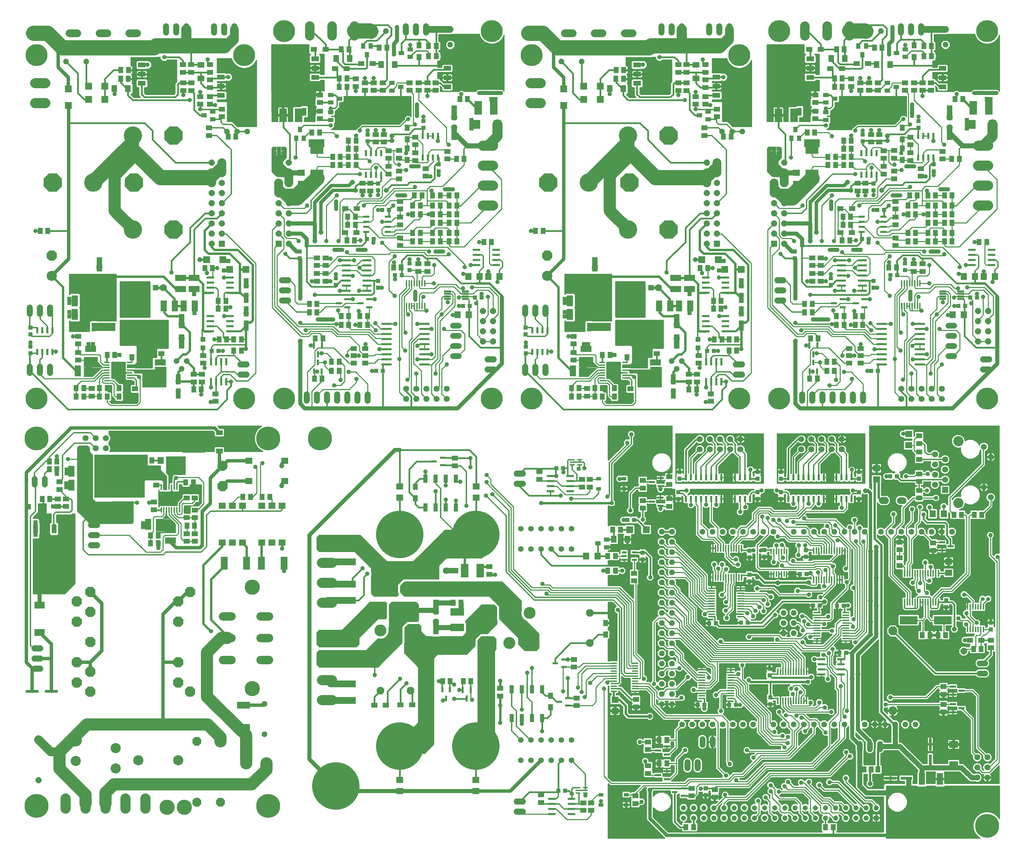
<source format=gtl>
G75*
G70*
%OFA0B0*%
%FSLAX24Y24*%
%IPPOS*%
%LPD*%
%AMOC8*
5,1,8,0,0,1.08239X$1,22.5*
%
%ADD10C,0.1000*%
%ADD11R,0.1969X0.0787*%
%ADD12R,0.0630X0.1063*%
%ADD13R,0.0515X0.0515*%
%ADD14R,0.0551X0.1417*%
%ADD15OC8,0.0630*%
%ADD16C,0.0630*%
%ADD17C,0.0768*%
%ADD18R,0.0591X0.0512*%
%ADD19R,0.0551X0.0394*%
%ADD20R,0.1063X0.0630*%
%ADD21R,0.0780X0.0220*%
%ADD22OC8,0.0520*%
%ADD23R,0.0512X0.0591*%
%ADD24R,0.0709X0.0669*%
%ADD25R,0.0709X0.0551*%
%ADD26R,0.0551X0.0709*%
%ADD27R,0.0669X0.0709*%
%ADD28OC8,0.0700*%
%ADD29OC8,0.0650*%
%ADD30C,0.0594*%
%ADD31R,0.0236X0.0610*%
%ADD32C,0.1810*%
%ADD33OC8,0.1810*%
%ADD34R,0.0394X0.0433*%
%ADD35R,0.0220X0.0780*%
%ADD36R,0.0433X0.0394*%
%ADD37R,0.0472X0.0472*%
%ADD38C,0.1000*%
%ADD39OC8,0.1000*%
%ADD40C,0.0700*%
%ADD41R,0.0551X0.0551*%
%ADD42R,0.0591X0.0945*%
%ADD43R,0.0945X0.0591*%
%ADD44R,0.0750X0.0450*%
%ADD45R,0.1250X0.2000*%
%ADD46R,0.0512X0.1024*%
%ADD47C,0.0515*%
%ADD48OC8,0.0515*%
%ADD49R,0.0560X0.0140*%
%ADD50C,0.0600*%
%ADD51R,0.0594X0.0594*%
%ADD52OC8,0.0594*%
%ADD53OC8,0.0560*%
%ADD54C,0.0560*%
%ADD55R,0.0630X0.0709*%
%ADD56R,0.0680X0.0190*%
%ADD57R,0.0138X0.0630*%
%ADD58R,0.1000X0.0220*%
%ADD59C,0.0594*%
%ADD60C,0.0560*%
%ADD61C,0.0945*%
%ADD62R,0.0472X0.0591*%
%ADD63R,0.0591X0.0472*%
%ADD64R,0.0748X0.1339*%
%ADD65R,0.0866X0.0236*%
%ADD66OC8,0.0436*%
%ADD67R,0.0394X0.0551*%
%ADD68R,0.0610X0.0236*%
%ADD69R,0.1260X0.0709*%
%ADD70R,0.0600X0.0220*%
%ADD71R,0.0220X0.0600*%
%ADD72R,0.0220X0.0520*%
%ADD73R,0.0709X0.0630*%
%ADD74R,0.0709X0.0866*%
%ADD75R,0.0394X0.0787*%
%ADD76R,0.0630X0.0140*%
%ADD77R,0.0520X0.0220*%
%ADD78R,0.0866X0.0709*%
%ADD79C,0.4685*%
%ADD80R,0.2283X0.2441*%
%ADD81R,0.0630X0.1181*%
%ADD82R,0.1130X0.0300*%
%ADD83R,0.0240X0.0610*%
%ADD84C,0.0397*%
%ADD85R,0.0140X0.0580*%
%ADD86R,0.0170X0.0650*%
%ADD87R,0.1772X0.0787*%
%ADD88R,0.0460X0.0140*%
%ADD89R,0.1339X0.0748*%
%ADD90R,0.0650X0.0170*%
%ADD91R,0.0300X0.1130*%
%ADD92R,0.1417X0.0551*%
%ADD93C,0.0860*%
%ADD94OC8,0.0860*%
%ADD95OC8,0.0554*%
%ADD96OC8,0.0600*%
%ADD97C,0.0554*%
%ADD98R,0.0630X0.0710*%
%ADD99R,0.0500X0.0220*%
%ADD100C,0.1181*%
%ADD101C,0.0768*%
%ADD102R,0.0500X0.0350*%
%ADD103C,0.1004*%
%ADD104R,0.0669X0.0591*%
%ADD105R,0.0140X0.0560*%
%ADD106R,0.0800X0.0800*%
%ADD107OC8,0.1181*%
%ADD108R,0.2165X0.1969*%
%ADD109OC8,0.0885*%
%ADD110C,0.0825*%
%ADD111R,0.0709X0.1260*%
%ADD112OC8,0.0760*%
%ADD113C,0.1502*%
%ADD114R,0.0701X0.0598*%
%ADD115R,0.0984X0.0709*%
%ADD116R,0.0480X0.0880*%
%ADD117R,0.1417X0.0866*%
%ADD118R,0.1280X0.0300*%
%ADD119R,0.2244X0.2165*%
%ADD120R,0.0669X0.0512*%
%ADD121R,0.0396X0.0396*%
%ADD122R,0.0436X0.0436*%
%ADD123C,0.0120*%
%ADD124OC8,0.0396*%
%ADD125C,0.0160*%
%ADD126C,0.0100*%
%ADD127C,0.0200*%
%ADD128C,0.0240*%
%ADD129C,0.2165*%
%ADD130C,0.1500*%
%ADD131C,0.0860*%
%ADD132C,0.0320*%
%ADD133C,0.1200*%
%ADD134C,0.0500*%
%ADD135OC8,0.0436*%
%ADD136C,0.0070*%
%ADD137C,0.0140*%
%ADD138C,0.0400*%
%ADD139C,0.0340*%
%ADD140C,0.0660*%
%ADD141C,0.2362*%
%ADD142C,0.1500*%
D10*
X008257Y006544D02*
X008257Y007544D01*
X010225Y007544D02*
X010225Y006544D01*
X012194Y006544D02*
X012194Y007544D01*
X014162Y007544D02*
X014162Y006544D01*
X016131Y006544D02*
X016131Y007544D01*
X033524Y017245D02*
X034524Y017245D01*
X034524Y019213D02*
X033524Y019213D01*
X033524Y021182D02*
X034524Y021182D01*
X034524Y023150D02*
X033524Y023150D01*
X033524Y026845D02*
X034524Y026845D01*
X034524Y028813D02*
X033524Y028813D01*
X033524Y030782D02*
X034524Y030782D01*
X034524Y032750D02*
X033524Y032750D01*
X049392Y065996D02*
X050392Y065996D01*
X050392Y067964D02*
X049392Y067964D01*
X049392Y069933D02*
X050392Y069933D01*
X050392Y071901D02*
X049392Y071901D01*
X049892Y071901D02*
X050821Y072830D01*
X050821Y074026D01*
X054096Y076104D02*
X055096Y076104D01*
X055096Y078073D02*
X054096Y078073D01*
X068981Y081681D02*
X069026Y081776D01*
X068981Y081681D02*
X068981Y083378D01*
X098211Y071901D02*
X099211Y071901D01*
X098711Y071901D02*
X099640Y072830D01*
X099640Y074026D01*
X099211Y069933D02*
X098211Y069933D01*
X098211Y067964D02*
X099211Y067964D01*
X099211Y065996D02*
X098211Y065996D01*
X020207Y081776D02*
X020162Y081681D01*
X020162Y083378D01*
X006277Y078073D02*
X005277Y078073D01*
X005277Y076104D02*
X006277Y076104D01*
D11*
X012209Y055415D03*
X012209Y054037D03*
X015556Y054037D03*
X015556Y055415D03*
X061028Y055415D03*
X061028Y054037D03*
X064374Y054037D03*
X064374Y055415D03*
D12*
X066750Y056126D03*
X067852Y056126D03*
X068725Y056126D03*
X069827Y056126D03*
X059377Y049701D03*
X058275Y049701D03*
X057975Y055276D03*
X059077Y055276D03*
X059077Y056626D03*
X057975Y056626D03*
X021009Y056126D03*
X019906Y056126D03*
X019034Y056126D03*
X017931Y056126D03*
X010259Y056626D03*
X009156Y056626D03*
X009156Y055276D03*
X010259Y055276D03*
X010559Y049701D03*
X009456Y049701D03*
X009933Y039819D03*
X008831Y039819D03*
X008831Y038444D03*
X009933Y038444D03*
X016381Y034569D03*
X017483Y034569D03*
D13*
X010507Y049701D03*
X009507Y049701D03*
X017982Y056126D03*
X018982Y056126D03*
X019582Y057826D03*
X019582Y058826D03*
X058326Y049701D03*
X059326Y049701D03*
X066801Y056126D03*
X067801Y056126D03*
X068401Y057826D03*
X068401Y058826D03*
X088174Y005625D03*
D14*
X044749Y024452D03*
X044749Y026459D03*
X068501Y052603D03*
X068501Y054610D03*
X060426Y058203D03*
X060426Y060210D03*
X046567Y073178D03*
X046567Y075185D03*
X019682Y054610D03*
X019682Y052603D03*
X011607Y058203D03*
X011607Y060210D03*
X095386Y073178D03*
X095386Y075185D03*
D15*
X095386Y074701D03*
X068501Y054326D03*
X060426Y059926D03*
X046567Y074701D03*
X019682Y054326D03*
X011607Y059926D03*
X045774Y030025D03*
X044749Y025975D03*
D16*
X044749Y024975D03*
X044774Y030025D03*
X068501Y052926D03*
X060426Y058526D03*
X046567Y073701D03*
X019682Y052926D03*
X011607Y058526D03*
X095386Y073701D03*
D17*
X064132Y083000D02*
X063364Y083000D01*
X061179Y083000D02*
X060412Y083000D01*
X058227Y083000D02*
X057459Y083000D01*
X054290Y083000D02*
X053522Y083000D01*
X015313Y083000D02*
X014546Y083000D01*
X012360Y083000D02*
X011593Y083000D01*
X009408Y083000D02*
X008640Y083000D01*
X005471Y083000D02*
X004703Y083000D01*
D18*
X019832Y079900D03*
X019832Y079152D03*
X020632Y079152D03*
X020632Y079900D03*
X022507Y079900D03*
X022507Y079152D03*
X022507Y078400D03*
X022507Y077652D03*
X022507Y076750D03*
X022507Y076002D03*
X021532Y076002D03*
X021532Y076750D03*
X020657Y077352D03*
X020657Y078100D03*
X019857Y078100D03*
X019857Y077352D03*
X023657Y075525D03*
X023657Y074777D03*
X022407Y073675D03*
X022407Y072927D03*
X033342Y074577D03*
X033342Y075325D03*
X033342Y076177D03*
X033342Y076925D03*
X036867Y077752D03*
X036867Y078500D03*
X037767Y078125D03*
X037767Y077377D03*
X038642Y077377D03*
X038642Y078125D03*
X039517Y078125D03*
X039517Y077377D03*
X042167Y077377D03*
X042167Y078125D03*
X043067Y078125D03*
X043067Y077377D03*
X043917Y077377D03*
X043917Y078125D03*
X044742Y078125D03*
X044742Y077377D03*
X042717Y072750D03*
X042717Y072002D03*
X042717Y071200D03*
X042717Y070452D03*
X043760Y069646D03*
X043760Y068898D03*
X041117Y068652D03*
X041117Y069400D03*
X040092Y069127D03*
X040092Y069875D03*
X040092Y070677D03*
X040092Y071425D03*
X039636Y072271D03*
X039636Y073019D03*
X038830Y073025D03*
X038830Y072277D03*
X041118Y071429D03*
X041118Y070681D03*
X038292Y068200D03*
X038292Y067452D03*
X037523Y067452D03*
X037523Y068200D03*
X041242Y066420D03*
X041242Y065672D03*
X041242Y064875D03*
X041242Y064127D03*
X041242Y062825D03*
X041242Y062077D03*
X043042Y060275D03*
X043042Y059527D03*
X043917Y059527D03*
X043917Y060275D03*
X033892Y060102D03*
X033892Y060850D03*
X033042Y060850D03*
X033042Y060102D03*
X033042Y059300D03*
X033042Y058552D03*
X033892Y058552D03*
X033892Y059300D03*
X021832Y051225D03*
X021832Y050477D03*
X021682Y049375D03*
X021682Y048627D03*
X020882Y048627D03*
X020882Y049375D03*
X023032Y047450D03*
X023032Y046702D03*
X017707Y051402D03*
X017707Y052150D03*
X015107Y047950D03*
X015107Y047202D03*
X010832Y047227D03*
X010832Y047975D03*
X009507Y050777D03*
X009507Y051525D03*
X009507Y052377D03*
X009507Y053125D03*
X017182Y039193D03*
X017182Y038445D03*
X016957Y036768D03*
X016957Y036020D03*
X020207Y035993D03*
X020207Y035245D03*
X020982Y035245D03*
X020982Y035993D03*
X020982Y037170D03*
X020982Y037918D03*
X020207Y037918D03*
X020207Y037170D03*
X020207Y033643D03*
X020207Y032895D03*
X020982Y032895D03*
X020982Y033643D03*
X008282Y036345D03*
X008282Y037093D03*
X007507Y037093D03*
X007507Y036345D03*
X007657Y038020D03*
X007657Y038768D03*
X046624Y040351D03*
X046624Y041099D03*
X054974Y039774D03*
X054974Y039026D03*
X059149Y038999D03*
X059149Y038251D03*
X059924Y038251D03*
X059924Y038999D03*
X065149Y038899D03*
X065149Y038151D03*
X065149Y036924D03*
X065149Y036176D03*
X067749Y036351D03*
X067749Y037099D03*
X067749Y038526D03*
X067749Y039274D03*
X071851Y046702D03*
X071851Y047450D03*
X070501Y048627D03*
X070501Y049375D03*
X069701Y049375D03*
X069701Y048627D03*
X070651Y050477D03*
X070651Y051225D03*
X066526Y051402D03*
X066526Y052150D03*
X063926Y047950D03*
X063926Y047202D03*
X059651Y047227D03*
X059651Y047975D03*
X058326Y050777D03*
X058326Y051525D03*
X058326Y052377D03*
X058326Y053125D03*
X045892Y070602D03*
X045892Y071350D03*
X068676Y077352D03*
X068676Y078100D03*
X069476Y078100D03*
X069476Y077352D03*
X070351Y076750D03*
X070351Y076002D03*
X071326Y076002D03*
X071326Y076750D03*
X071326Y077652D03*
X071326Y078400D03*
X071326Y079152D03*
X071326Y079900D03*
X069451Y079900D03*
X069451Y079152D03*
X068651Y079152D03*
X068651Y079900D03*
X072476Y075525D03*
X072476Y074777D03*
X071226Y073675D03*
X071226Y072927D03*
X082161Y074577D03*
X082161Y075325D03*
X082161Y076177D03*
X082161Y076925D03*
X085686Y077752D03*
X085686Y078500D03*
X086586Y078125D03*
X086586Y077377D03*
X087461Y077377D03*
X087461Y078125D03*
X088336Y078125D03*
X088336Y077377D03*
X090986Y077377D03*
X090986Y078125D03*
X091886Y078125D03*
X091886Y077377D03*
X092736Y077377D03*
X092736Y078125D03*
X093561Y078125D03*
X093561Y077377D03*
X091536Y072750D03*
X091536Y072002D03*
X091536Y071200D03*
X091536Y070452D03*
X092579Y069646D03*
X092579Y068898D03*
X094711Y070602D03*
X094711Y071350D03*
X089937Y071429D03*
X089937Y070681D03*
X088911Y070677D03*
X088911Y071425D03*
X088455Y072271D03*
X088455Y073019D03*
X087649Y073025D03*
X087649Y072277D03*
X088911Y069875D03*
X088911Y069127D03*
X089936Y069400D03*
X089936Y068652D03*
X090061Y066420D03*
X090061Y065672D03*
X090061Y064875D03*
X090061Y064127D03*
X090061Y062825D03*
X090061Y062077D03*
X091861Y060275D03*
X091861Y059527D03*
X092736Y059527D03*
X092736Y060275D03*
X087111Y067452D03*
X087111Y068200D03*
X086342Y068200D03*
X086342Y067452D03*
X082711Y060850D03*
X082711Y060102D03*
X082711Y059300D03*
X082711Y058552D03*
X081861Y058552D03*
X081861Y059300D03*
X081861Y060102D03*
X081861Y060850D03*
X092399Y043299D03*
X092399Y042551D03*
X092399Y041724D03*
X092399Y040976D03*
X092399Y039549D03*
X092399Y038801D03*
X092399Y037924D03*
X092399Y037176D03*
X093774Y032749D03*
X093774Y032001D03*
X090474Y032076D03*
X090474Y032824D03*
X090474Y031274D03*
X090474Y030526D03*
X099474Y023149D03*
X099474Y022401D03*
X094799Y018574D03*
X094799Y017826D03*
X094799Y016824D03*
X094799Y016076D03*
X072249Y008424D03*
X072249Y007676D03*
X069949Y007801D03*
X069949Y008549D03*
X065674Y010026D03*
X065674Y010774D03*
X065649Y012376D03*
X065649Y013124D03*
X064499Y016578D03*
X064499Y017326D03*
X058624Y017449D03*
X058624Y016701D03*
X058374Y020501D03*
X058374Y021249D03*
X051099Y018399D03*
X051099Y017651D03*
X055124Y007899D03*
X055124Y007151D03*
X059299Y007124D03*
X059299Y006376D03*
X060074Y006376D03*
X060074Y007124D03*
X064424Y007051D03*
X064424Y007799D03*
X064299Y029001D03*
X064299Y029749D03*
X050024Y029651D03*
X050024Y030399D03*
D19*
X060716Y032700D03*
X061582Y032326D03*
X061582Y033074D03*
X071584Y074527D03*
X071584Y075275D03*
X070718Y074901D03*
X083203Y075200D03*
X083203Y074452D03*
X084069Y074826D03*
X083203Y076177D03*
X083203Y076925D03*
X084069Y076551D03*
X089253Y077352D03*
X089253Y078100D03*
X090119Y077726D03*
X091044Y080677D03*
X091044Y081425D03*
X090178Y081051D03*
X042225Y080677D03*
X042225Y081425D03*
X041359Y081051D03*
X040434Y078100D03*
X040434Y077352D03*
X041300Y077726D03*
X035250Y076551D03*
X034384Y076177D03*
X034384Y076925D03*
X034384Y075200D03*
X034384Y074452D03*
X035250Y074826D03*
X022765Y074527D03*
X022765Y075275D03*
X021899Y074901D03*
D20*
X020932Y058877D03*
X020932Y057775D03*
X019582Y057775D03*
X019582Y058877D03*
X010732Y051877D03*
X010732Y050775D03*
X017582Y050552D03*
X017582Y049450D03*
X018607Y034070D03*
X018607Y032968D03*
X059551Y050775D03*
X059551Y051877D03*
X066401Y050552D03*
X066401Y049450D03*
X068401Y057775D03*
X068401Y058877D03*
X069751Y058877D03*
X069751Y057775D03*
D21*
X071356Y057901D03*
X071356Y057401D03*
X071356Y058401D03*
X071356Y058901D03*
X073296Y058901D03*
X073296Y058401D03*
X073296Y057901D03*
X073296Y057401D03*
X073296Y055101D03*
X073296Y054601D03*
X073296Y054101D03*
X073296Y053601D03*
X071356Y053601D03*
X071356Y054101D03*
X071356Y054601D03*
X071356Y055101D03*
X057994Y039350D03*
X057994Y038850D03*
X057994Y038350D03*
X057994Y037850D03*
X056054Y037850D03*
X056054Y038350D03*
X056054Y038850D03*
X056054Y039350D03*
X050712Y060151D03*
X050712Y060651D03*
X050712Y061151D03*
X050712Y061651D03*
X048772Y061651D03*
X048772Y061151D03*
X048772Y060651D03*
X048772Y060151D03*
X024477Y058901D03*
X024477Y058401D03*
X024477Y057901D03*
X024477Y057401D03*
X022537Y057401D03*
X022537Y057901D03*
X022537Y058401D03*
X022537Y058901D03*
X022537Y055101D03*
X022537Y054601D03*
X022537Y054101D03*
X022537Y053601D03*
X024477Y053601D03*
X024477Y054101D03*
X024477Y054601D03*
X024477Y055101D03*
X082754Y021275D03*
X082754Y020775D03*
X082754Y020275D03*
X082754Y019775D03*
X084694Y019775D03*
X084694Y020275D03*
X084694Y020775D03*
X084694Y021275D03*
X058144Y007500D03*
X058144Y007000D03*
X058144Y006500D03*
X058144Y006000D03*
X056204Y006000D03*
X056204Y006500D03*
X056204Y007000D03*
X056204Y007500D03*
X097591Y060151D03*
X097591Y060651D03*
X097591Y061151D03*
X097591Y061651D03*
X099531Y061651D03*
X099531Y061151D03*
X099531Y060651D03*
X099531Y060151D03*
D22*
X074976Y073326D03*
X059126Y080226D03*
X057126Y080226D03*
X026157Y073326D03*
X010307Y080226D03*
X008307Y080226D03*
X019182Y050676D03*
X019682Y049926D03*
X020182Y050676D03*
X068001Y050676D03*
X068501Y049926D03*
X069001Y050676D03*
D23*
X069702Y047876D03*
X070450Y047876D03*
X073652Y051726D03*
X074400Y051726D03*
X074400Y052826D03*
X073652Y052826D03*
X072950Y052826D03*
X072202Y052826D03*
X072127Y055851D03*
X072875Y055851D03*
X072875Y056626D03*
X072127Y056626D03*
X071550Y059851D03*
X070802Y059851D03*
X081112Y056326D03*
X081860Y056326D03*
X081860Y055476D03*
X081112Y055476D03*
X081687Y052901D03*
X082435Y052901D03*
X084237Y054251D03*
X084985Y054251D03*
X084985Y055101D03*
X084237Y055101D03*
X086087Y055101D03*
X086835Y055101D03*
X086835Y054251D03*
X086087Y054251D03*
X084035Y050601D03*
X083287Y050601D03*
X083287Y049726D03*
X084035Y049726D03*
X082360Y048951D03*
X081612Y048951D03*
X089412Y059926D03*
X090160Y059926D03*
X091287Y062476D03*
X092035Y062476D03*
X092035Y063326D03*
X091287Y063326D03*
X091287Y065151D03*
X092035Y065151D03*
X092035Y066001D03*
X091287Y066001D03*
X091462Y067001D03*
X092210Y067001D03*
X093262Y067001D03*
X094010Y067001D03*
X094887Y067001D03*
X095635Y067001D03*
X095635Y066001D03*
X094887Y066001D03*
X094887Y065151D03*
X095635Y065151D03*
X095635Y064306D03*
X094887Y064306D03*
X094010Y064306D03*
X093262Y064306D03*
X093262Y065151D03*
X094010Y065151D03*
X094010Y066002D03*
X093262Y066002D03*
X093262Y063326D03*
X094010Y063326D03*
X094010Y062476D03*
X093262Y062476D03*
X094887Y062476D03*
X095635Y062476D03*
X095635Y063326D03*
X094887Y063326D03*
X098312Y062401D03*
X099060Y062401D03*
X096360Y070601D03*
X095612Y070601D03*
X095937Y076501D03*
X096685Y076501D03*
X093610Y080751D03*
X092862Y080751D03*
X092862Y081751D03*
X093610Y081751D03*
X088735Y081576D03*
X087987Y081576D03*
X085010Y081426D03*
X084262Y081426D03*
X084062Y078551D03*
X084810Y078551D03*
X084810Y077726D03*
X084062Y077726D03*
X082110Y073201D03*
X081362Y073201D03*
X083412Y070826D03*
X084160Y070826D03*
X084962Y070826D03*
X085710Y070826D03*
X085710Y071626D03*
X084962Y071626D03*
X084962Y072426D03*
X085710Y072426D03*
X085710Y070001D03*
X084962Y070001D03*
X084160Y070001D03*
X083412Y070001D03*
X084887Y064901D03*
X085635Y064901D03*
X085635Y064126D03*
X084887Y064126D03*
X084812Y062576D03*
X085560Y062576D03*
X073850Y072826D03*
X073102Y072826D03*
X063250Y078501D03*
X062502Y078501D03*
X062527Y079376D03*
X063275Y079376D03*
X047866Y076501D03*
X047118Y076501D03*
X044791Y080751D03*
X044043Y080751D03*
X044043Y081751D03*
X044791Y081751D03*
X039916Y081576D03*
X039168Y081576D03*
X036191Y081426D03*
X035443Y081426D03*
X035243Y078551D03*
X035991Y078551D03*
X035991Y077726D03*
X035243Y077726D03*
X033291Y073201D03*
X032543Y073201D03*
X034593Y070826D03*
X035341Y070826D03*
X036143Y070826D03*
X036891Y070826D03*
X036891Y071626D03*
X036143Y071626D03*
X036143Y072426D03*
X036891Y072426D03*
X036891Y070001D03*
X036143Y070001D03*
X035341Y070001D03*
X034593Y070001D03*
X036068Y064901D03*
X036816Y064901D03*
X036816Y064126D03*
X036068Y064126D03*
X035993Y062576D03*
X036741Y062576D03*
X040593Y059926D03*
X041341Y059926D03*
X042468Y062476D03*
X043216Y062476D03*
X043216Y063326D03*
X042468Y063326D03*
X042468Y065151D03*
X043216Y065151D03*
X043216Y066001D03*
X042468Y066001D03*
X042643Y067001D03*
X043391Y067001D03*
X044443Y067001D03*
X045191Y067001D03*
X046068Y067001D03*
X046816Y067001D03*
X046816Y066001D03*
X046068Y066001D03*
X046068Y065151D03*
X046816Y065151D03*
X046816Y064306D03*
X046068Y064306D03*
X045191Y064306D03*
X044443Y064306D03*
X044443Y065151D03*
X045191Y065151D03*
X045191Y066002D03*
X044443Y066002D03*
X044443Y063326D03*
X045191Y063326D03*
X045191Y062476D03*
X044443Y062476D03*
X046068Y062476D03*
X046816Y062476D03*
X046816Y063326D03*
X046068Y063326D03*
X049493Y062401D03*
X050241Y062401D03*
X054577Y063526D03*
X055325Y063526D03*
X047541Y070601D03*
X046793Y070601D03*
X033041Y056326D03*
X032293Y056326D03*
X032293Y055476D03*
X033041Y055476D03*
X035418Y055101D03*
X036166Y055101D03*
X036166Y054251D03*
X035418Y054251D03*
X033616Y052901D03*
X032868Y052901D03*
X034468Y050601D03*
X035216Y050601D03*
X035216Y049726D03*
X034468Y049726D03*
X033541Y048951D03*
X032793Y048951D03*
X037268Y054251D03*
X038016Y054251D03*
X038016Y055101D03*
X037268Y055101D03*
X025581Y052826D03*
X024833Y052826D03*
X024131Y052826D03*
X023383Y052826D03*
X024833Y051726D03*
X025581Y051726D03*
X021631Y047876D03*
X020883Y047876D03*
X015531Y051051D03*
X014783Y051051D03*
X013106Y051276D03*
X012358Y051276D03*
X012356Y048001D03*
X011608Y048001D03*
X011608Y047176D03*
X012356Y047176D03*
X013533Y047176D03*
X014281Y047176D03*
X014281Y048001D03*
X013533Y048001D03*
X010056Y048001D03*
X009308Y048001D03*
X009308Y047176D03*
X010056Y047176D03*
X007406Y040794D03*
X006658Y040794D03*
X006658Y040019D03*
X007406Y040019D03*
X006706Y037094D03*
X005958Y037094D03*
X016008Y040869D03*
X016756Y040869D03*
X020108Y038719D03*
X020856Y038719D03*
X025733Y037269D03*
X026481Y037269D03*
X027633Y037269D03*
X028381Y037269D03*
X020971Y034444D03*
X020223Y034444D03*
X017381Y033494D03*
X016633Y033494D03*
X016633Y032719D03*
X017381Y032719D03*
X045425Y019125D03*
X046173Y019125D03*
X047450Y019110D03*
X048198Y019110D03*
X047223Y026850D03*
X046475Y026850D03*
X061700Y030000D03*
X062448Y030000D03*
X062448Y031450D03*
X061700Y031450D03*
X062200Y034050D03*
X062948Y034050D03*
X063100Y047176D03*
X062352Y047176D03*
X062352Y048001D03*
X063100Y048001D03*
X061175Y048001D03*
X060427Y048001D03*
X060427Y047176D03*
X061175Y047176D03*
X058875Y047176D03*
X058127Y047176D03*
X058127Y048001D03*
X058875Y048001D03*
X061177Y051276D03*
X061925Y051276D03*
X063602Y051051D03*
X064350Y051051D03*
X095825Y035525D03*
X096573Y035525D03*
X097825Y035525D03*
X098573Y035525D03*
X094998Y023650D03*
X094250Y023650D03*
X093448Y023650D03*
X092700Y023650D03*
X097750Y022275D03*
X098498Y022275D03*
X088318Y010400D03*
X087649Y010400D03*
X086980Y010400D03*
X083923Y004700D03*
X083175Y004700D03*
X070148Y004725D03*
X069400Y004725D03*
X067523Y011000D03*
X066775Y011000D03*
X066775Y013325D03*
X067523Y013325D03*
X024056Y055851D03*
X023308Y055851D03*
X023308Y056626D03*
X024056Y056626D03*
X022731Y059851D03*
X021983Y059851D03*
X006506Y063526D03*
X005758Y063526D03*
X024283Y072826D03*
X025031Y072826D03*
X014431Y078501D03*
X013683Y078501D03*
X013708Y079376D03*
X014456Y079376D03*
D24*
X012139Y077776D03*
X012139Y076476D03*
X010525Y076476D03*
X010525Y077776D03*
X022150Y060676D03*
X023764Y060676D03*
X024425Y059701D03*
X026039Y059701D03*
X059344Y076476D03*
X059344Y077776D03*
X060958Y077776D03*
X060958Y076476D03*
X070969Y060676D03*
X072583Y060676D03*
X073244Y059701D03*
X074858Y059701D03*
X065481Y034050D03*
X063867Y034050D03*
D25*
X070401Y078532D03*
X070401Y079870D03*
X021582Y079870D03*
X021582Y078532D03*
D26*
X014402Y077551D03*
X013063Y077551D03*
X034923Y080526D03*
X036261Y080526D03*
X039373Y079926D03*
X040711Y079926D03*
X061882Y077551D03*
X063221Y077551D03*
X083741Y080526D03*
X085080Y080526D03*
X088191Y079926D03*
X089530Y079926D03*
X063643Y033100D03*
X062305Y033100D03*
D27*
X036524Y032482D03*
X036524Y030868D03*
X036524Y028682D03*
X036524Y027068D03*
X036524Y023082D03*
X036524Y021468D03*
X036524Y018832D03*
X036524Y017218D03*
X057351Y075894D03*
X057351Y077508D03*
X008532Y077508D03*
X008532Y075894D03*
D28*
X015032Y068276D03*
X063851Y068276D03*
X088799Y036925D03*
X089049Y036925D03*
D29*
X096799Y022075D03*
X063851Y068276D03*
X015032Y068276D03*
D30*
X029595Y058651D02*
X030189Y058651D01*
X030189Y057651D02*
X029595Y057651D01*
X029595Y056651D02*
X030189Y056651D01*
X026104Y050351D02*
X025510Y050351D01*
X025510Y049351D02*
X026104Y049351D01*
X032042Y047373D02*
X032042Y046779D01*
X033042Y046779D02*
X033042Y047373D01*
X034042Y047373D02*
X034042Y046779D01*
X035042Y046779D02*
X035042Y047373D01*
X036042Y047373D02*
X036042Y046779D01*
X037042Y046779D02*
X037042Y047373D01*
X038042Y047373D02*
X038042Y046779D01*
X049870Y049851D02*
X050464Y049851D01*
X050464Y050851D02*
X049870Y050851D01*
X053551Y050098D02*
X053551Y049504D01*
X054551Y049504D02*
X054551Y050098D01*
X055551Y050098D02*
X055551Y049504D01*
X055551Y055354D02*
X055551Y055948D01*
X054551Y055948D02*
X054551Y055354D01*
X053551Y055354D02*
X053551Y055948D01*
X053321Y039575D02*
X052727Y039575D01*
X052727Y038575D02*
X053321Y038575D01*
X074329Y049351D02*
X074923Y049351D01*
X074923Y050351D02*
X074329Y050351D01*
X080861Y047373D02*
X080861Y046779D01*
X081861Y046779D02*
X081861Y047373D01*
X082861Y047373D02*
X082861Y046779D01*
X083861Y046779D02*
X083861Y047373D01*
X084861Y047373D02*
X084861Y046779D01*
X085861Y046779D02*
X085861Y047373D01*
X086861Y047373D02*
X086861Y046779D01*
X098689Y049851D02*
X099283Y049851D01*
X099283Y050851D02*
X098689Y050851D01*
X079008Y056651D02*
X078414Y056651D01*
X078414Y057651D02*
X079008Y057651D01*
X079008Y058651D02*
X078414Y058651D01*
X070574Y011122D02*
X070574Y010528D01*
X069574Y010528D02*
X069574Y011122D01*
X053321Y007250D02*
X052727Y007250D01*
X052727Y006250D02*
X053321Y006250D01*
X011354Y032519D02*
X010760Y032519D01*
X010760Y033519D02*
X011354Y033519D01*
X011354Y034519D02*
X010760Y034519D01*
X005779Y022344D02*
X005185Y022344D01*
X005185Y021344D02*
X005779Y021344D01*
X005779Y020344D02*
X005185Y020344D01*
X004732Y049504D02*
X004732Y050098D01*
X005732Y050098D02*
X005732Y049504D01*
X006732Y049504D02*
X006732Y050098D01*
X006732Y055354D02*
X006732Y055948D01*
X005732Y055948D02*
X005732Y055354D01*
X004732Y055354D02*
X004732Y055948D01*
D31*
X005459Y053714D03*
X005959Y053714D03*
X006459Y053714D03*
X006959Y053714D03*
X006959Y051588D03*
X006459Y051588D03*
X005959Y051588D03*
X005459Y051588D03*
X037869Y069038D03*
X038369Y069038D03*
X038869Y069038D03*
X039369Y069038D03*
X039369Y071164D03*
X038869Y071164D03*
X038369Y071164D03*
X037869Y071164D03*
X043469Y070738D03*
X043969Y070738D03*
X044469Y070738D03*
X044969Y070738D03*
X044969Y072864D03*
X044469Y072864D03*
X043969Y072864D03*
X043469Y072864D03*
X054278Y053714D03*
X054778Y053714D03*
X055278Y053714D03*
X055778Y053714D03*
X055778Y051588D03*
X055278Y051588D03*
X054778Y051588D03*
X054278Y051588D03*
X074247Y039213D03*
X074747Y039213D03*
X075247Y039213D03*
X075747Y039213D03*
X075747Y037087D03*
X075247Y037087D03*
X074747Y037087D03*
X074247Y037087D03*
X084247Y037087D03*
X084747Y037087D03*
X085247Y037087D03*
X085747Y037087D03*
X085747Y039213D03*
X085247Y039213D03*
X084747Y039213D03*
X084247Y039213D03*
X086688Y069038D03*
X087188Y069038D03*
X087688Y069038D03*
X088188Y069038D03*
X088188Y071164D03*
X087688Y071164D03*
X087188Y071164D03*
X086688Y071164D03*
X092288Y070738D03*
X092788Y070738D03*
X093288Y070738D03*
X093788Y070738D03*
X093788Y072864D03*
X093288Y072864D03*
X092788Y072864D03*
X092288Y072864D03*
D32*
X063701Y072901D03*
X059826Y068276D03*
X063701Y063651D03*
X014882Y063651D03*
X011007Y068276D03*
X014882Y072901D03*
D33*
X018882Y072901D03*
X015007Y068276D03*
X018882Y063651D03*
X007007Y068276D03*
X055826Y068276D03*
X063826Y068276D03*
X067701Y072901D03*
X067701Y063651D03*
D34*
X053601Y053986D03*
X053601Y053317D03*
X053626Y052111D03*
X053626Y051442D03*
X042167Y059642D03*
X042167Y060311D03*
X039067Y058586D03*
X039067Y057917D03*
X034892Y058167D03*
X034892Y058836D03*
X039067Y067517D03*
X039067Y068186D03*
X038017Y072342D03*
X038017Y073011D03*
X043517Y073667D03*
X043517Y074336D03*
X045017Y070061D03*
X045017Y069392D03*
X068774Y039760D03*
X068774Y039091D03*
X068674Y037760D03*
X068674Y037091D03*
X064309Y035000D03*
X063639Y035000D03*
X065124Y031785D03*
X065124Y031116D03*
X075674Y031311D03*
X075674Y031980D03*
X077124Y032035D03*
X077124Y031366D03*
X075649Y029615D03*
X075649Y028946D03*
X081224Y031366D03*
X081224Y032035D03*
X078774Y037091D03*
X078774Y037760D03*
X078774Y039091D03*
X078774Y039760D03*
X076449Y039760D03*
X076449Y039091D03*
X076474Y037760D03*
X076474Y037091D03*
X086449Y037091D03*
X086449Y037760D03*
X086449Y039091D03*
X086449Y039760D03*
X089539Y039300D03*
X090209Y039300D03*
X095074Y027085D03*
X095074Y026416D03*
X099449Y024885D03*
X099449Y024216D03*
X077649Y020360D03*
X077649Y019691D03*
X077724Y017510D03*
X077724Y016841D03*
X071349Y008535D03*
X071349Y007866D03*
X083711Y058167D03*
X083711Y058836D03*
X087886Y058586D03*
X087886Y057917D03*
X090986Y059642D03*
X090986Y060311D03*
X087886Y067517D03*
X087886Y068186D03*
X086836Y072342D03*
X086836Y073011D03*
X092336Y073667D03*
X092336Y074336D03*
X093836Y070061D03*
X093836Y069392D03*
X004782Y053986D03*
X004782Y053317D03*
X004807Y052111D03*
X004807Y051442D03*
D35*
X022582Y050596D03*
X023082Y050596D03*
X023582Y050596D03*
X024082Y050596D03*
X024082Y048656D03*
X023582Y048656D03*
X023082Y048656D03*
X022582Y048656D03*
X071401Y048656D03*
X071901Y048656D03*
X072401Y048656D03*
X072901Y048656D03*
X072901Y050596D03*
X072401Y050596D03*
X071901Y050596D03*
X071401Y050596D03*
D36*
X071492Y051676D03*
X072161Y051676D03*
X080136Y060817D03*
X080136Y061486D03*
X086776Y062726D03*
X087445Y062726D03*
X088276Y065576D03*
X088945Y065576D03*
X089551Y059151D03*
X090220Y059151D03*
X096251Y056126D03*
X096920Y056126D03*
X097426Y056951D03*
X098095Y056951D03*
X088345Y049701D03*
X087676Y049701D03*
X081284Y029675D03*
X080614Y029675D03*
X081914Y026575D03*
X082584Y026575D03*
X084289Y026550D03*
X084959Y026550D03*
X085209Y021925D03*
X084539Y021925D03*
X075484Y024875D03*
X074814Y024875D03*
X072359Y024825D03*
X071689Y024825D03*
X071234Y016775D03*
X070564Y016775D03*
X073664Y016775D03*
X074334Y016775D03*
X057484Y008300D03*
X056814Y008300D03*
X056614Y040125D03*
X057284Y040125D03*
X039526Y049701D03*
X038857Y049701D03*
X047432Y056126D03*
X048101Y056126D03*
X048607Y056951D03*
X049276Y056951D03*
X041401Y059151D03*
X040732Y059151D03*
X038626Y062726D03*
X037957Y062726D03*
X039457Y065576D03*
X040126Y065576D03*
X031317Y061486D03*
X031317Y060817D03*
X023342Y051676D03*
X022673Y051676D03*
D37*
X021782Y051988D03*
X021782Y052815D03*
X070601Y052815D03*
X070601Y051988D03*
D38*
X055724Y059082D03*
X023717Y040344D03*
X006905Y059082D03*
X009263Y013268D03*
X009263Y011243D03*
X013200Y010495D03*
X013200Y012520D03*
X015432Y011304D03*
X019369Y011304D03*
D39*
X020528Y018072D03*
X019357Y018994D03*
X019357Y020994D03*
X019357Y024994D03*
X019357Y026994D03*
X020528Y027915D03*
X010686Y027915D03*
X009357Y026994D03*
X010686Y025946D03*
X009357Y024994D03*
X010686Y022994D03*
X009357Y020994D03*
X010686Y020041D03*
X009357Y018994D03*
X010686Y018072D03*
X023717Y038344D03*
X006905Y061082D03*
X055724Y061082D03*
D40*
X063701Y057901D03*
X066701Y057901D03*
X065226Y051501D03*
X065226Y048501D03*
X090549Y036925D03*
X090799Y036925D03*
X017882Y057901D03*
X014882Y057901D03*
X016407Y051501D03*
X016407Y048501D03*
D41*
X016407Y049253D03*
X017134Y039994D03*
X018630Y039994D03*
X006055Y036319D03*
X004559Y036319D03*
X017130Y057901D03*
X065226Y049253D03*
X065949Y057901D03*
D42*
X065226Y050501D03*
X016407Y050501D03*
D43*
X015882Y057901D03*
X064701Y057901D03*
D44*
X072391Y076866D03*
X072391Y077776D03*
X072391Y078686D03*
X064591Y078976D03*
X064591Y078066D03*
X064591Y079886D03*
X081671Y079551D03*
X081671Y078641D03*
X081671Y080461D03*
X094701Y079536D03*
X094701Y078626D03*
X094701Y077716D03*
X045882Y077716D03*
X045882Y078626D03*
X045882Y079536D03*
X032852Y079551D03*
X032852Y078641D03*
X032852Y080461D03*
X023572Y078686D03*
X023572Y077776D03*
X023572Y076866D03*
X015772Y078066D03*
X015772Y078976D03*
X015772Y079886D03*
D45*
X018042Y078976D03*
X025842Y077776D03*
X030582Y079551D03*
X048152Y078626D03*
X066861Y078976D03*
X074661Y077776D03*
X079401Y079551D03*
X096971Y078626D03*
D46*
X074876Y058335D03*
X074876Y056918D03*
X074876Y055585D03*
X074876Y054168D03*
X068176Y048885D03*
X068176Y047468D03*
X026057Y054168D03*
X026057Y055585D03*
X026057Y056918D03*
X026057Y058335D03*
X019357Y048885D03*
X019357Y047468D03*
D47*
X019357Y047676D03*
X026057Y054376D03*
X026057Y057126D03*
X068176Y047676D03*
X074876Y054376D03*
X074876Y057126D03*
X075174Y006625D03*
X075174Y005625D03*
X076174Y005625D03*
X077174Y005625D03*
X078174Y005625D03*
X079174Y005625D03*
X080174Y005625D03*
X081174Y005625D03*
X082174Y005625D03*
X083174Y005625D03*
X084174Y005625D03*
X085174Y005625D03*
X086174Y005625D03*
X087174Y005625D03*
X087174Y006625D03*
X088174Y006625D03*
X086174Y006625D03*
X085174Y006625D03*
X084174Y006625D03*
X083174Y006625D03*
X082174Y006625D03*
X081174Y006625D03*
X080174Y006625D03*
X079174Y006625D03*
X078174Y006625D03*
X077174Y006625D03*
X076174Y006625D03*
X074174Y006625D03*
X074174Y005625D03*
X073174Y005625D03*
X072174Y005625D03*
X071174Y005625D03*
X070174Y005625D03*
X069174Y005625D03*
X069174Y006625D03*
X070174Y006625D03*
X071174Y006625D03*
X072174Y006625D03*
X073174Y006625D03*
D48*
X068176Y048676D03*
X074876Y055376D03*
X074876Y058126D03*
X026057Y058126D03*
X026057Y055376D03*
X019357Y048676D03*
D49*
X014577Y048751D03*
X014577Y049011D03*
X014577Y049271D03*
X014577Y049521D03*
X014577Y049781D03*
X014577Y050031D03*
X014577Y050291D03*
X014577Y050551D03*
X012337Y050551D03*
X012337Y050291D03*
X012337Y050031D03*
X012337Y049781D03*
X012337Y049521D03*
X012337Y049271D03*
X012337Y049011D03*
X012337Y048751D03*
X061156Y048751D03*
X061156Y049011D03*
X061156Y049271D03*
X061156Y049521D03*
X061156Y049781D03*
X061156Y050031D03*
X061156Y050291D03*
X061156Y050551D03*
X063396Y050551D03*
X063396Y050291D03*
X063396Y050031D03*
X063396Y049781D03*
X063396Y049521D03*
X063396Y049271D03*
X063396Y049011D03*
X063396Y048751D03*
D50*
X066981Y083078D02*
X066981Y083678D01*
X067981Y083678D02*
X067981Y083078D01*
X068981Y083078D02*
X068981Y083678D01*
X071705Y083678D02*
X071705Y083078D01*
X072705Y083078D02*
X072705Y083678D01*
X073705Y083678D02*
X073705Y083078D01*
X090603Y083078D02*
X090603Y083678D01*
X091603Y083678D02*
X091603Y083078D01*
X092603Y083078D02*
X092603Y083678D01*
X043784Y083678D02*
X043784Y083078D01*
X042784Y083078D02*
X042784Y083678D01*
X041784Y083678D02*
X041784Y083078D01*
X024886Y083078D02*
X024886Y083678D01*
X023886Y083678D02*
X023886Y083078D01*
X022886Y083078D02*
X022886Y083678D01*
X020162Y083678D02*
X020162Y083078D01*
X019162Y083078D02*
X019162Y083678D01*
X018162Y083678D02*
X018162Y083078D01*
D51*
X023657Y062251D03*
X029267Y062251D03*
X072476Y062251D03*
X078086Y062251D03*
X094949Y037975D03*
D52*
X098211Y052626D03*
X099211Y052626D03*
X099211Y053626D03*
X099211Y054626D03*
X099211Y055626D03*
X098211Y055626D03*
X098211Y054626D03*
X098211Y053626D03*
X079086Y062251D03*
X079086Y063251D03*
X079086Y064251D03*
X079086Y065251D03*
X079086Y066251D03*
X078086Y066251D03*
X078086Y065251D03*
X078086Y064251D03*
X078086Y063251D03*
X078086Y067251D03*
X079086Y067251D03*
X079086Y068251D03*
X079086Y069251D03*
X079086Y070251D03*
X078086Y070251D03*
X078086Y069251D03*
X078086Y068251D03*
X072476Y068251D03*
X071476Y068251D03*
X071476Y067251D03*
X072476Y067251D03*
X072476Y066251D03*
X071476Y066251D03*
X071476Y065251D03*
X071476Y064251D03*
X071476Y063251D03*
X071476Y062251D03*
X072476Y063251D03*
X072476Y064251D03*
X072476Y065251D03*
X072476Y069251D03*
X071476Y069251D03*
X071476Y070251D03*
X072476Y070251D03*
X050392Y055626D03*
X050392Y054626D03*
X050392Y053626D03*
X049392Y053626D03*
X049392Y054626D03*
X049392Y055626D03*
X049392Y052626D03*
X050392Y052626D03*
X030267Y062251D03*
X030267Y063251D03*
X030267Y064251D03*
X030267Y065251D03*
X030267Y066251D03*
X029267Y066251D03*
X029267Y065251D03*
X029267Y064251D03*
X029267Y063251D03*
X029267Y067251D03*
X030267Y067251D03*
X030267Y068251D03*
X030267Y069251D03*
X030267Y070251D03*
X029267Y070251D03*
X029267Y069251D03*
X029267Y068251D03*
X023657Y068251D03*
X022657Y068251D03*
X022657Y067251D03*
X023657Y067251D03*
X023657Y066251D03*
X022657Y066251D03*
X022657Y065251D03*
X022657Y064251D03*
X022657Y063251D03*
X022657Y062251D03*
X023657Y063251D03*
X023657Y064251D03*
X023657Y065251D03*
X023657Y069251D03*
X022657Y069251D03*
X022657Y070251D03*
X023657Y070251D03*
D53*
X024157Y073326D03*
X038317Y083226D03*
X039817Y083226D03*
X046167Y083376D03*
X046167Y081876D03*
X072976Y073326D03*
X087136Y083226D03*
X088636Y083226D03*
X094986Y083376D03*
X094986Y081876D03*
X027857Y016869D03*
X027857Y013869D03*
D54*
X025157Y073326D03*
X073976Y073326D03*
D55*
X096785Y059001D03*
X097887Y059001D03*
X098760Y059001D03*
X099862Y059001D03*
X096812Y055251D03*
X095710Y055251D03*
X094825Y035600D03*
X093723Y035600D03*
X051043Y059001D03*
X049941Y059001D03*
X049068Y059001D03*
X047966Y059001D03*
X047993Y055251D03*
X046891Y055251D03*
D56*
X047672Y056796D03*
X047672Y057046D03*
X047672Y057306D03*
X047672Y057556D03*
X045912Y057556D03*
X045912Y057306D03*
X045912Y057046D03*
X045912Y056796D03*
X094731Y056796D03*
X094731Y057046D03*
X094731Y057306D03*
X094731Y057556D03*
X096491Y057556D03*
X096491Y057306D03*
X096491Y057046D03*
X096491Y056796D03*
D57*
X092472Y056124D03*
X092216Y056124D03*
X091960Y056124D03*
X091704Y056124D03*
X091448Y056124D03*
X091192Y056124D03*
X090936Y056124D03*
X090680Y056124D03*
X090680Y058329D03*
X090936Y058329D03*
X091192Y058329D03*
X091448Y058329D03*
X091704Y058329D03*
X091960Y058329D03*
X092216Y058329D03*
X092472Y058329D03*
X043653Y058329D03*
X043397Y058329D03*
X043141Y058329D03*
X042885Y058329D03*
X042629Y058329D03*
X042373Y058329D03*
X042117Y058329D03*
X041861Y058329D03*
X041861Y056124D03*
X042117Y056124D03*
X042373Y056124D03*
X042629Y056124D03*
X042885Y056124D03*
X043141Y056124D03*
X043397Y056124D03*
X043653Y056124D03*
D58*
X043647Y054351D03*
X043647Y053851D03*
X043647Y053351D03*
X043647Y052851D03*
X043647Y052351D03*
X043647Y051851D03*
X043647Y051351D03*
X043647Y050851D03*
X043647Y050351D03*
X039887Y050351D03*
X039887Y050851D03*
X039887Y051351D03*
X039887Y051851D03*
X039887Y052351D03*
X039887Y052851D03*
X039887Y053351D03*
X039887Y053851D03*
X039887Y054351D03*
X088706Y054351D03*
X088706Y053851D03*
X088706Y053351D03*
X088706Y052851D03*
X088706Y052351D03*
X088706Y051851D03*
X088706Y051351D03*
X088706Y050851D03*
X088706Y050351D03*
X092466Y050351D03*
X092466Y050851D03*
X092466Y051351D03*
X092466Y051851D03*
X092466Y052351D03*
X092466Y052851D03*
X092466Y053351D03*
X092466Y053851D03*
X092466Y054351D03*
D59*
X092636Y047951D03*
X093636Y047951D03*
X094636Y047951D03*
X094636Y046951D03*
X093636Y046951D03*
X092636Y046951D03*
X091636Y046951D03*
X091636Y047951D03*
X090636Y047951D03*
X090636Y046951D03*
X084774Y042975D03*
X084774Y041975D03*
X083774Y041975D03*
X082774Y041975D03*
X081774Y041975D03*
X080774Y041975D03*
X080774Y042975D03*
X081774Y042975D03*
X082774Y042975D03*
X083774Y042975D03*
X074774Y042975D03*
X074774Y041975D03*
X073774Y041975D03*
X072774Y041975D03*
X071774Y041975D03*
X070774Y041975D03*
X070774Y042975D03*
X071774Y042975D03*
X072774Y042975D03*
X073774Y042975D03*
X093949Y041475D03*
X093949Y040475D03*
X093949Y039475D03*
X093949Y038475D03*
X094949Y038975D03*
X094949Y039975D03*
X094949Y040975D03*
X098780Y042215D03*
X099449Y041215D03*
X098780Y038235D03*
X099449Y037235D03*
X099124Y011600D03*
X099124Y010600D03*
X099124Y009600D03*
X098124Y009600D03*
X098124Y010600D03*
X098124Y011600D03*
X045817Y046951D03*
X045817Y047951D03*
X044817Y047951D03*
X044817Y046951D03*
X043817Y046951D03*
X043817Y047951D03*
X042817Y047951D03*
X042817Y046951D03*
X041817Y046951D03*
X041817Y047951D03*
X012244Y043063D03*
X011244Y043063D03*
X010244Y043063D03*
X010244Y042063D03*
X011244Y042063D03*
X012244Y042063D03*
D60*
X006207Y039074D02*
X006207Y038514D01*
X005207Y038514D02*
X005207Y039074D01*
X046437Y051176D02*
X046997Y051176D01*
X046997Y052176D02*
X046437Y052176D01*
X046437Y053176D02*
X046997Y053176D01*
X046997Y054176D02*
X046437Y054176D01*
X095256Y054176D02*
X095816Y054176D01*
X095816Y053176D02*
X095256Y053176D01*
X095256Y052176D02*
X095816Y052176D01*
X095816Y051176D02*
X095256Y051176D01*
X098344Y020875D02*
X098904Y020875D01*
X098904Y019875D02*
X098344Y019875D01*
X088524Y012955D02*
X088524Y012395D01*
X087524Y012395D02*
X087524Y012955D01*
X086524Y012955D02*
X086524Y012395D01*
X072024Y012845D02*
X072024Y013405D01*
X071024Y013405D02*
X071024Y012845D01*
D61*
X081135Y082755D02*
X081135Y083700D01*
X083335Y083700D02*
X083335Y082755D01*
X085535Y082755D02*
X085535Y083700D01*
X036716Y083700D02*
X036716Y082755D01*
X034516Y082755D02*
X034516Y083700D01*
X032316Y083700D02*
X032316Y082755D01*
D62*
X043092Y081797D03*
X043092Y080655D03*
X041917Y073672D03*
X041917Y072530D03*
X041917Y071647D03*
X041917Y070505D03*
X042736Y038270D03*
X042736Y037128D03*
X061499Y024846D03*
X061499Y023704D03*
X056074Y017671D03*
X056074Y016529D03*
X090736Y070505D03*
X090736Y071647D03*
X090736Y072530D03*
X090736Y073672D03*
X091911Y080655D03*
X091911Y081797D03*
D63*
X087357Y080026D03*
X086215Y080026D03*
X084782Y079501D03*
X083640Y079501D03*
X082707Y081426D03*
X081565Y081426D03*
X084640Y065726D03*
X085782Y065726D03*
X085757Y063351D03*
X084615Y063351D03*
X085490Y051926D03*
X085490Y051201D03*
X085490Y050476D03*
X086632Y050476D03*
X086632Y051201D03*
X086632Y051926D03*
X097403Y023150D03*
X098545Y023150D03*
X042420Y016775D03*
X041278Y016775D03*
X039845Y016750D03*
X038703Y016750D03*
X037813Y050476D03*
X037813Y051201D03*
X037813Y051926D03*
X036671Y051926D03*
X036671Y051201D03*
X036671Y050476D03*
X036938Y063351D03*
X035796Y063351D03*
X035821Y065726D03*
X036963Y065726D03*
X035963Y079501D03*
X034821Y079501D03*
X033888Y081426D03*
X032746Y081426D03*
X037396Y080026D03*
X038538Y080026D03*
D64*
X031235Y074901D03*
X029699Y074901D03*
X048924Y075651D03*
X050460Y075651D03*
X078518Y074901D03*
X080053Y074901D03*
X097743Y075651D03*
X099278Y075651D03*
X049117Y030025D03*
X047581Y030025D03*
D65*
X037965Y057626D03*
X037965Y058126D03*
X037965Y058626D03*
X037965Y059126D03*
X037965Y059626D03*
X037965Y060126D03*
X037965Y060626D03*
X035918Y060626D03*
X035918Y060126D03*
X035918Y059626D03*
X035918Y059126D03*
X035918Y058626D03*
X035918Y058126D03*
X035918Y057626D03*
X084737Y057626D03*
X084737Y058126D03*
X084737Y058626D03*
X084737Y059126D03*
X084737Y059626D03*
X084737Y060126D03*
X084737Y060626D03*
X086784Y060626D03*
X086784Y060126D03*
X086784Y059626D03*
X086784Y059126D03*
X086784Y058626D03*
X086784Y058126D03*
X086784Y057626D03*
D66*
X078086Y068251D03*
X078086Y068251D03*
X029267Y068251D03*
X029267Y068251D03*
D67*
X030993Y072643D03*
X031741Y072643D03*
X031367Y073509D03*
X037967Y080868D03*
X038341Y081734D03*
X037593Y081734D03*
X079812Y072643D03*
X080560Y072643D03*
X080186Y073509D03*
X086786Y080868D03*
X087160Y081734D03*
X086412Y081734D03*
D68*
X086723Y064899D03*
X086723Y064399D03*
X086723Y063899D03*
X086723Y063399D03*
X088849Y063399D03*
X088849Y063899D03*
X088849Y064399D03*
X088849Y064899D03*
X040030Y064899D03*
X040030Y064399D03*
X040030Y063899D03*
X040030Y063399D03*
X037904Y063399D03*
X037904Y063899D03*
X037904Y064399D03*
X037904Y064899D03*
D69*
X033017Y069224D03*
X033017Y071429D03*
X081836Y071429D03*
X081836Y069224D03*
X025782Y016746D03*
X025782Y014541D03*
D70*
X066674Y012275D03*
X067524Y011875D03*
X067524Y012675D03*
X067524Y010250D03*
X067524Y009450D03*
X066674Y009850D03*
X094649Y032000D03*
X094649Y032800D03*
X095499Y032400D03*
X095724Y018575D03*
X095724Y017775D03*
X095724Y016850D03*
X095724Y016050D03*
X096574Y016450D03*
X096574Y018175D03*
X066899Y036425D03*
X066899Y037225D03*
X066049Y036825D03*
X066924Y038350D03*
X066924Y039150D03*
X066074Y038750D03*
X084861Y055976D03*
X084861Y056776D03*
X084011Y056376D03*
X086161Y056376D03*
X087011Y055976D03*
X087011Y056776D03*
X038192Y056776D03*
X038192Y055976D03*
X037342Y056376D03*
X036042Y055976D03*
X036042Y056776D03*
X035192Y056376D03*
D71*
X033542Y052201D03*
X032742Y052201D03*
X033142Y051351D03*
X047399Y018250D03*
X048199Y018250D03*
X047799Y017400D03*
X081961Y051351D03*
X082361Y052201D03*
X081561Y052201D03*
D72*
X081961Y050531D03*
X082331Y049671D03*
X081591Y049671D03*
X046144Y018280D03*
X045404Y018280D03*
X045774Y017420D03*
X033512Y049671D03*
X032772Y049671D03*
X033142Y050531D03*
D73*
X041199Y038326D03*
X041199Y037224D03*
X048720Y037224D03*
X048720Y038326D03*
X062424Y017275D03*
X062424Y016173D03*
X048700Y009378D03*
X048700Y008275D03*
X041199Y008274D03*
X041199Y009376D03*
X088199Y038999D03*
X088199Y040101D03*
X091374Y042374D03*
X091374Y043476D03*
X095299Y030901D03*
X095299Y029799D03*
X080311Y068150D03*
X080311Y069252D03*
X031492Y069252D03*
X031492Y068150D03*
D74*
X048813Y074026D03*
X050821Y074026D03*
X097632Y074026D03*
X099640Y074026D03*
D75*
X046724Y039093D03*
X045724Y039093D03*
X044724Y039093D03*
X043724Y039093D03*
X043724Y036258D03*
X044724Y036258D03*
X045724Y036258D03*
X046724Y036258D03*
X052224Y018318D03*
X053224Y018318D03*
X054224Y018318D03*
X055224Y018318D03*
X055224Y015483D03*
X054224Y015483D03*
X053224Y015483D03*
X052224Y015483D03*
D76*
X062298Y018120D03*
X062298Y018380D03*
X062298Y018620D03*
X062298Y018880D03*
X062298Y019120D03*
X062298Y019380D03*
X062298Y019620D03*
X062298Y019880D03*
X062298Y020120D03*
X062298Y020380D03*
X062298Y020620D03*
X062298Y020880D03*
X064398Y020880D03*
X064398Y020620D03*
X064398Y020380D03*
X064398Y020120D03*
X064398Y019880D03*
X064398Y019620D03*
X064398Y019380D03*
X064398Y019120D03*
X064398Y018880D03*
X064398Y018620D03*
X064398Y018380D03*
X064398Y018120D03*
D77*
X057779Y017445D03*
X057779Y016705D03*
X056919Y017075D03*
X057404Y020505D03*
X057404Y021245D03*
X056544Y020875D03*
X069154Y008545D03*
X069154Y007805D03*
X068294Y008175D03*
X045429Y040405D03*
X045429Y041145D03*
X044569Y040775D03*
D78*
X095800Y012879D03*
X095800Y010871D03*
D79*
X048709Y012724D03*
X041209Y012724D03*
X034910Y008787D03*
X041209Y033590D03*
X048709Y033590D03*
D80*
X093549Y006638D03*
D81*
X094447Y009465D03*
X092651Y009465D03*
D82*
X091129Y009550D03*
X089569Y009550D03*
D83*
X082999Y037090D03*
X082499Y037090D03*
X081999Y037090D03*
X081499Y037090D03*
X080999Y037090D03*
X080499Y037090D03*
X079999Y037090D03*
X079499Y037090D03*
X079499Y039210D03*
X079999Y039210D03*
X080499Y039210D03*
X080999Y039210D03*
X081499Y039210D03*
X081999Y039210D03*
X082499Y039210D03*
X082999Y039210D03*
X072899Y039210D03*
X072399Y039210D03*
X071899Y039210D03*
X071399Y039210D03*
X070899Y039210D03*
X070399Y039210D03*
X069899Y039210D03*
X069399Y039210D03*
X069399Y037090D03*
X069899Y037090D03*
X070399Y037090D03*
X070899Y037090D03*
X071399Y037090D03*
X071899Y037090D03*
X072399Y037090D03*
X072899Y037090D03*
D84*
X098648Y027225D03*
X099199Y027225D03*
D85*
X098719Y026435D03*
X098459Y026435D03*
X098209Y026435D03*
X097949Y026435D03*
X097689Y026435D03*
X097439Y026435D03*
X097179Y026435D03*
X097179Y024215D03*
X097439Y024215D03*
X097689Y024215D03*
X097949Y024215D03*
X098209Y024215D03*
X098459Y024215D03*
X098719Y024215D03*
X079344Y029690D03*
X079084Y029690D03*
X078834Y029690D03*
X078574Y029690D03*
X078314Y029690D03*
X078064Y029690D03*
X077804Y029690D03*
X077804Y031910D03*
X078064Y031910D03*
X078314Y031910D03*
X078574Y031910D03*
X078834Y031910D03*
X079084Y031910D03*
X079344Y031910D03*
D86*
X081989Y031980D03*
X082249Y031980D03*
X082499Y031980D03*
X082759Y031980D03*
X083019Y031980D03*
X083269Y031980D03*
X083529Y031980D03*
X083779Y031980D03*
X084039Y031980D03*
X084299Y031980D03*
X084549Y031980D03*
X084809Y031980D03*
X084809Y029120D03*
X084549Y029120D03*
X084299Y029120D03*
X084039Y029120D03*
X083779Y029120D03*
X083529Y029120D03*
X083269Y029120D03*
X083019Y029120D03*
X082759Y029120D03*
X082499Y029120D03*
X082249Y029120D03*
X081989Y029120D03*
X074884Y029345D03*
X074624Y029345D03*
X074374Y029345D03*
X074114Y029345D03*
X073854Y029345D03*
X073604Y029345D03*
X073344Y029345D03*
X073094Y029345D03*
X072834Y029345D03*
X072574Y029345D03*
X072324Y029345D03*
X072064Y029345D03*
X072064Y032205D03*
X072324Y032205D03*
X072574Y032205D03*
X072834Y032205D03*
X073094Y032205D03*
X073344Y032205D03*
X073604Y032205D03*
X073854Y032205D03*
X074114Y032205D03*
X074374Y032205D03*
X074624Y032205D03*
X074884Y032205D03*
X078464Y020030D03*
X078724Y020030D03*
X078974Y020030D03*
X079234Y020030D03*
X079494Y020030D03*
X079744Y020030D03*
X080004Y020030D03*
X080254Y020030D03*
X080514Y020030D03*
X080774Y020030D03*
X081024Y020030D03*
X081284Y020030D03*
X081284Y017170D03*
X081024Y017170D03*
X080774Y017170D03*
X080514Y017170D03*
X080254Y017170D03*
X080004Y017170D03*
X079744Y017170D03*
X079494Y017170D03*
X079234Y017170D03*
X078974Y017170D03*
X078724Y017170D03*
X078464Y017170D03*
X090964Y026895D03*
X091214Y026895D03*
X091474Y026895D03*
X091724Y026895D03*
X091984Y026895D03*
X092244Y026895D03*
X092494Y026895D03*
X092754Y026895D03*
X093004Y026895D03*
X093264Y026895D03*
X093524Y026895D03*
X093774Y026895D03*
X094034Y026895D03*
X094284Y026895D03*
X094284Y029755D03*
X094034Y029755D03*
X093774Y029755D03*
X093524Y029755D03*
X093264Y029755D03*
X093004Y029755D03*
X092754Y029755D03*
X092494Y029755D03*
X092244Y029755D03*
X091984Y029755D03*
X091724Y029755D03*
X091474Y029755D03*
X091214Y029755D03*
X090964Y029755D03*
D87*
X091376Y025125D03*
X094722Y025125D03*
D88*
X059494Y008610D03*
X059494Y008350D03*
X059494Y008090D03*
X058754Y008090D03*
X058754Y008350D03*
X058754Y008610D03*
X058944Y040440D03*
X058944Y040700D03*
X058944Y040960D03*
X058204Y040960D03*
X058204Y040700D03*
X058204Y040440D03*
D89*
X046849Y025943D03*
X046849Y024407D03*
D90*
X070969Y020235D03*
X070969Y019975D03*
X070969Y019725D03*
X070969Y019465D03*
X070969Y019205D03*
X070969Y018955D03*
X070969Y018695D03*
X070969Y018445D03*
X070969Y018185D03*
X070969Y017925D03*
X070969Y017675D03*
X070969Y017415D03*
X073829Y017415D03*
X073829Y017675D03*
X073829Y017925D03*
X073829Y018185D03*
X073829Y018445D03*
X073829Y018695D03*
X073829Y018955D03*
X073829Y019205D03*
X073829Y019465D03*
X073829Y019725D03*
X073829Y019975D03*
X073829Y020235D03*
X074804Y025465D03*
X074804Y025725D03*
X074804Y025975D03*
X074804Y026235D03*
X074804Y026495D03*
X074804Y026745D03*
X074804Y027005D03*
X074804Y027255D03*
X074804Y027515D03*
X074804Y027775D03*
X074804Y028025D03*
X074804Y028285D03*
X071944Y028285D03*
X071944Y028025D03*
X071944Y027775D03*
X071944Y027515D03*
X071944Y027255D03*
X071944Y027005D03*
X071944Y026745D03*
X071944Y026495D03*
X071944Y026235D03*
X071944Y025975D03*
X071944Y025725D03*
X071944Y025465D03*
X082319Y025375D03*
X082319Y025625D03*
X082319Y025885D03*
X082319Y025115D03*
X082319Y024855D03*
X082319Y024605D03*
X082319Y024345D03*
X082319Y024095D03*
X082319Y023835D03*
X082319Y023575D03*
X082319Y023325D03*
X082319Y023065D03*
X085179Y023065D03*
X085179Y023325D03*
X085179Y023575D03*
X085179Y023835D03*
X085179Y024095D03*
X085179Y024345D03*
X085179Y024605D03*
X085179Y024855D03*
X085179Y025115D03*
X085179Y025375D03*
X085179Y025625D03*
X085179Y025885D03*
D91*
X093499Y012880D03*
X093499Y011320D03*
D92*
X046258Y030025D03*
X044250Y030025D03*
D93*
X089799Y016195D03*
D94*
X089799Y024065D03*
D95*
X080024Y023850D03*
X080024Y024850D03*
X079024Y024850D03*
X079024Y025850D03*
X080024Y025850D03*
X080024Y033850D03*
X081024Y033850D03*
X082024Y033850D03*
X083024Y033850D03*
X084024Y033850D03*
X085024Y033850D03*
X086024Y033850D03*
X087024Y033850D03*
X088624Y033850D03*
X089624Y033850D03*
X090624Y033850D03*
X091624Y033850D03*
X092624Y033850D03*
X093624Y033850D03*
X094624Y033850D03*
X095624Y033850D03*
X078024Y033850D03*
X077024Y033850D03*
X076024Y033850D03*
X075024Y033850D03*
X074024Y033850D03*
X073024Y033850D03*
X072024Y033850D03*
X071024Y033850D03*
X068024Y033850D03*
X068024Y032850D03*
X068024Y031850D03*
X068024Y030850D03*
X068024Y029850D03*
X067024Y029850D03*
X067024Y030850D03*
X067024Y031850D03*
X067024Y032850D03*
X067024Y033850D03*
X067024Y028850D03*
X067024Y027850D03*
X067024Y026850D03*
X067024Y025850D03*
X067024Y024850D03*
X067024Y023850D03*
X068024Y023850D03*
X068024Y024850D03*
X068024Y025850D03*
X068024Y026850D03*
X068024Y027850D03*
X068024Y028850D03*
X068024Y022850D03*
X068024Y021850D03*
X068024Y020850D03*
X068024Y019850D03*
X068024Y018850D03*
X068024Y017850D03*
X067024Y017850D03*
X067024Y018850D03*
X067024Y019850D03*
X067024Y020850D03*
X067024Y021850D03*
X067024Y022850D03*
X067024Y016850D03*
X068024Y016850D03*
X069024Y014850D03*
X070024Y014850D03*
X071024Y014850D03*
X072024Y014850D03*
X073024Y014850D03*
X074024Y014850D03*
X075024Y014850D03*
X076024Y014850D03*
X078024Y014850D03*
X079024Y014850D03*
X080024Y014850D03*
X081024Y014850D03*
X082024Y014850D03*
X083024Y014850D03*
X084024Y014850D03*
X085024Y014850D03*
X087024Y014850D03*
X088024Y014850D03*
X089024Y014850D03*
X090024Y014850D03*
X091024Y014850D03*
X092024Y014850D03*
D96*
X079024Y023850D03*
X005582Y013344D03*
X005582Y009344D03*
D97*
X053124Y011300D03*
X054124Y011300D03*
X055124Y011300D03*
X056124Y011300D03*
X057124Y011300D03*
X058124Y011300D03*
X058124Y013300D03*
X057124Y013300D03*
X056124Y013300D03*
X055124Y013300D03*
X054124Y013300D03*
X053124Y013300D03*
X053124Y032150D03*
X054124Y032150D03*
X055124Y032150D03*
X056124Y032150D03*
X057124Y032150D03*
X058124Y032150D03*
X058124Y034150D03*
X057124Y034150D03*
X056124Y034150D03*
X055124Y034150D03*
X054124Y034150D03*
X053124Y034150D03*
D98*
X059564Y031450D03*
X060684Y031450D03*
X018742Y040869D03*
X017622Y040869D03*
D99*
X063314Y031820D03*
X063314Y031450D03*
X063314Y031080D03*
X064334Y031080D03*
X064334Y031820D03*
D100*
X053982Y025838D03*
X051998Y025838D03*
X050013Y025838D03*
X050013Y022862D03*
X051998Y022862D03*
X053982Y022862D03*
X042262Y024117D03*
X042262Y026102D03*
X042262Y028086D03*
X039286Y028086D03*
X039286Y026102D03*
X039286Y024117D03*
D101*
X039286Y018165D03*
X042262Y018165D03*
X059935Y022862D03*
X059935Y025838D03*
D102*
X060799Y038075D03*
X060799Y039075D03*
X063299Y039075D03*
X063299Y038075D03*
X063524Y007925D03*
X063524Y006925D03*
X061024Y006925D03*
X061024Y007925D03*
D103*
X096248Y036674D03*
X096248Y042776D03*
D104*
X029879Y040848D03*
X029879Y038840D03*
X026335Y038840D03*
X026335Y040848D03*
D105*
X019482Y038239D03*
X019222Y038239D03*
X018962Y038239D03*
X018712Y038239D03*
X018452Y038239D03*
X018202Y038239D03*
X017942Y038239D03*
X017682Y038239D03*
X017682Y035999D03*
X017942Y035999D03*
X018202Y035999D03*
X018452Y035999D03*
X018712Y035999D03*
X018962Y035999D03*
X019222Y035999D03*
X019482Y035999D03*
D106*
X018582Y037119D03*
D107*
X018582Y037119D03*
D108*
X013857Y035870D03*
X013857Y039217D03*
D109*
X021212Y013179D03*
X023517Y013179D03*
X023517Y007179D03*
X021212Y007179D03*
D110*
X023769Y021219D02*
X024594Y021219D01*
X024594Y023369D02*
X023769Y023369D01*
X023769Y025519D02*
X024594Y025519D01*
X027469Y025519D02*
X028294Y025519D01*
X028294Y023369D02*
X027469Y023369D01*
X027469Y021219D02*
X028294Y021219D01*
D111*
X027580Y030744D03*
X026109Y030744D03*
X023905Y030744D03*
X029784Y030744D03*
D112*
X028057Y011019D03*
X026057Y011019D03*
D113*
X026657Y018394D03*
X026657Y028394D03*
D114*
X027582Y032765D03*
X028582Y032765D03*
X029582Y032765D03*
X029582Y036422D03*
X028582Y036422D03*
X027582Y036422D03*
X025682Y036422D03*
X024682Y036422D03*
X023682Y036422D03*
X023682Y032765D03*
X024682Y032765D03*
X025682Y032765D03*
D115*
X005707Y026627D03*
X005707Y023910D03*
D116*
X005297Y034139D03*
X006207Y034139D03*
X007117Y034139D03*
D117*
X006207Y031699D03*
D118*
X006857Y018119D03*
X004957Y018119D03*
D119*
X020883Y042719D03*
D120*
X023418Y043618D03*
X023418Y041819D03*
D121*
X021882Y041919D03*
X021882Y042319D03*
X021882Y042719D03*
X021882Y043119D03*
X019882Y043119D03*
X019882Y042719D03*
X019882Y042319D03*
X019882Y041919D03*
X015407Y040644D03*
X014807Y040644D03*
X014207Y040644D03*
X013607Y040644D03*
X013007Y040644D03*
X012407Y040644D03*
X011807Y040644D03*
X008357Y039994D03*
X008357Y039619D03*
X007407Y039544D03*
X008332Y038619D03*
X008332Y038244D03*
X007032Y036344D03*
X005282Y034769D03*
X005282Y033544D03*
X005607Y032419D03*
X006007Y032419D03*
X006407Y032419D03*
X006807Y032419D03*
X006807Y031119D03*
X006407Y031119D03*
X006007Y031119D03*
X005607Y031119D03*
X015882Y034319D03*
X015882Y034694D03*
X017807Y036724D03*
X017807Y037119D03*
X017807Y037514D03*
X019357Y037564D03*
X019357Y037194D03*
X013557Y051276D03*
X031792Y075076D03*
X031792Y075451D03*
X050242Y076501D03*
X050617Y076501D03*
X080611Y075451D03*
X080611Y075076D03*
X099061Y076501D03*
X099436Y076501D03*
X062376Y051276D03*
D122*
X059776Y052351D03*
X059351Y052351D03*
X059851Y053826D03*
X059851Y054251D03*
X057451Y055076D03*
X057451Y055501D03*
X057451Y056401D03*
X057451Y056826D03*
X069751Y057276D03*
X069776Y055401D03*
X072676Y059601D03*
X073126Y060551D03*
X077886Y070751D03*
X078311Y070751D03*
X078111Y071176D03*
X078536Y071176D03*
X078536Y071601D03*
X078111Y071601D03*
X077686Y071601D03*
X077686Y071176D03*
X081261Y071976D03*
X081636Y071976D03*
X082011Y071976D03*
X082386Y071976D03*
X082386Y072351D03*
X082011Y072351D03*
X081636Y072351D03*
X081261Y072351D03*
X097086Y073601D03*
X097086Y074026D03*
X097086Y074451D03*
X048267Y074451D03*
X048267Y074026D03*
X048267Y073601D03*
X033567Y072351D03*
X033567Y071976D03*
X033192Y071976D03*
X033192Y072351D03*
X032817Y072351D03*
X032817Y071976D03*
X032442Y071976D03*
X032442Y072351D03*
X029717Y071601D03*
X029717Y071176D03*
X029292Y071176D03*
X029292Y071601D03*
X028867Y071601D03*
X028867Y071176D03*
X029067Y070751D03*
X029492Y070751D03*
X024307Y060551D03*
X023857Y059601D03*
X020932Y057276D03*
X020957Y055401D03*
X011032Y054251D03*
X011032Y053826D03*
X010957Y052351D03*
X010532Y052351D03*
X008632Y055076D03*
X008632Y055501D03*
X008632Y056401D03*
X008632Y056826D03*
D123*
X008607Y056826D02*
X008807Y056626D01*
X009156Y056626D01*
X009156Y055276D02*
X008832Y055276D01*
X008632Y055076D01*
X006959Y055424D02*
X006959Y053714D01*
X006957Y053712D01*
X006957Y053376D01*
X006707Y053126D01*
X004932Y053126D01*
X004782Y053276D01*
X004782Y053317D01*
X004757Y053976D02*
X004782Y054001D01*
X004807Y054001D01*
X004732Y054076D01*
X004732Y055651D01*
X005732Y055651D02*
X005757Y055626D01*
X005757Y054801D01*
X006459Y054099D01*
X006459Y053714D01*
X005459Y053714D02*
X005457Y053716D01*
X005457Y053951D01*
X005423Y053986D01*
X004782Y053986D01*
X004807Y052501D02*
X004807Y052111D01*
X004807Y051442D02*
X004732Y051367D01*
X004807Y051442D02*
X005459Y051442D01*
X005459Y051588D01*
X005957Y051586D02*
X005959Y051588D01*
X005957Y051586D02*
X005957Y051026D01*
X005732Y050801D01*
X005732Y049826D01*
X005732Y049801D01*
X004732Y049801D02*
X004732Y049701D01*
X006959Y051588D02*
X006972Y051601D01*
X007307Y051601D01*
X006959Y055424D02*
X006732Y055651D01*
X011607Y059926D02*
X011607Y060210D01*
X019682Y052926D02*
X019682Y052601D01*
X019657Y052601D01*
X021732Y052976D02*
X021732Y053751D01*
X021782Y053751D01*
X021732Y053751D02*
X021732Y053801D01*
X021757Y053826D01*
X022537Y054101D02*
X023182Y054101D01*
X023832Y053451D01*
X023832Y053001D01*
X024007Y052826D01*
X024131Y052826D01*
X024833Y052826D01*
X025581Y052826D02*
X026032Y052826D01*
X026007Y052276D02*
X026032Y052251D01*
X026032Y051876D01*
X026007Y052276D02*
X022907Y052276D01*
X022673Y052042D01*
X022673Y051676D01*
X022582Y051586D01*
X022582Y050596D01*
X023082Y050601D02*
X023082Y051001D01*
X023307Y051226D01*
X024882Y051226D01*
X024833Y051275D01*
X024833Y051726D01*
X024882Y051226D02*
X025807Y050351D01*
X025807Y049351D02*
X025207Y049351D01*
X024932Y049626D01*
X023582Y049626D01*
X023082Y049126D01*
X023082Y048656D01*
X023082Y047225D01*
X023032Y047450D01*
X022582Y048076D02*
X022582Y048656D01*
X023582Y048656D02*
X023582Y049101D01*
X023832Y049351D01*
X024482Y049351D01*
X025132Y048701D01*
X026232Y048701D01*
X027007Y049476D01*
X024557Y048651D02*
X024107Y048651D01*
X023582Y049626D02*
X023582Y050596D01*
X023757Y051676D02*
X023332Y051676D01*
X021832Y051226D02*
X021782Y051276D01*
X021782Y051988D01*
X021782Y052815D02*
X021894Y052815D01*
X021732Y052976D01*
X022932Y052826D02*
X023383Y052826D01*
X025549Y053659D02*
X025565Y053675D01*
X025581Y053675D01*
X025582Y053676D01*
X024482Y055976D02*
X024156Y055976D01*
X024056Y055851D01*
X023308Y055851D02*
X023308Y056626D01*
X023307Y056627D01*
X023307Y057676D01*
X023082Y057901D01*
X022537Y057901D01*
X023907Y057301D02*
X023907Y056775D01*
X024056Y056626D01*
X023907Y057301D02*
X024007Y057401D01*
X024477Y057401D01*
X026032Y057126D02*
X026057Y057101D01*
X029892Y056651D02*
X031042Y055501D01*
X032142Y055501D01*
X031392Y054451D02*
X031542Y054301D01*
X034967Y054301D01*
X035418Y054251D01*
X036842Y054251D02*
X037268Y054251D01*
X039887Y050351D02*
X039901Y050337D01*
X034042Y047076D02*
X034042Y046051D01*
X034017Y046026D01*
X027565Y044234D02*
X027381Y044128D01*
X027128Y043875D01*
X026948Y043564D01*
X026856Y043218D01*
X026856Y042860D01*
X026948Y042514D01*
X027128Y042203D01*
X027381Y041950D01*
X027691Y041771D01*
X027699Y041769D01*
X023933Y041769D01*
X023933Y042150D01*
X023828Y042255D01*
X023009Y042255D01*
X022904Y042150D01*
X022904Y041769D01*
X012624Y041769D01*
X012649Y041793D01*
X012721Y041968D01*
X012721Y042158D01*
X012649Y042333D01*
X012557Y042425D01*
X012557Y042701D01*
X012649Y042793D01*
X012721Y042968D01*
X012721Y043158D01*
X012649Y043333D01*
X012557Y043425D01*
X012557Y043754D01*
X022802Y043754D01*
X022904Y043652D01*
X022904Y043288D01*
X023009Y043182D01*
X023828Y043182D01*
X023933Y043288D01*
X023933Y043949D01*
X023828Y044054D01*
X023463Y044054D01*
X023283Y044234D01*
X027565Y044234D01*
X027432Y044158D02*
X023360Y044158D01*
X023843Y044039D02*
X027292Y044039D01*
X027174Y043921D02*
X023933Y043921D01*
X023933Y043802D02*
X027086Y043802D01*
X027017Y043684D02*
X023933Y043684D01*
X023933Y043565D02*
X026949Y043565D01*
X026917Y043447D02*
X023933Y043447D01*
X023933Y043328D02*
X026885Y043328D01*
X026856Y043210D02*
X023855Y043210D01*
X022982Y043210D02*
X012700Y043210D01*
X012721Y043091D02*
X026856Y043091D01*
X026856Y042973D02*
X012721Y042973D01*
X012674Y042854D02*
X026857Y042854D01*
X026889Y042736D02*
X012592Y042736D01*
X012557Y042617D02*
X026921Y042617D01*
X026957Y042499D02*
X012557Y042499D01*
X012601Y042380D02*
X027025Y042380D01*
X027094Y042262D02*
X012678Y042262D01*
X012721Y042143D02*
X022904Y042143D01*
X022904Y042025D02*
X012721Y042025D01*
X012696Y041906D02*
X022904Y041906D01*
X022904Y041788D02*
X012644Y041788D01*
X011244Y042063D02*
X010739Y042569D01*
X009132Y042569D01*
X007957Y041394D01*
X007957Y039068D01*
X007657Y038768D01*
X007632Y038070D02*
X007657Y038020D01*
X007657Y037969D01*
X008257Y037369D01*
X008257Y037118D01*
X008282Y037093D01*
X008758Y037093D01*
X008907Y036944D01*
X008907Y035969D01*
X008732Y035794D01*
X007307Y035794D01*
X007107Y035594D01*
X007107Y034149D01*
X007117Y034139D01*
X007117Y034304D01*
X005307Y035869D02*
X005307Y038694D01*
X005207Y038794D01*
X005207Y039669D01*
X006333Y040795D01*
X006657Y040795D01*
X006658Y040794D01*
X006657Y040795D02*
X006657Y041219D01*
X009057Y043619D01*
X010689Y043619D01*
X011244Y043063D01*
X012557Y043447D02*
X022904Y043447D01*
X022904Y043565D02*
X012557Y043565D01*
X012557Y043684D02*
X022872Y043684D01*
X022904Y043328D02*
X012651Y043328D01*
X013482Y048002D02*
X013533Y048001D01*
X013482Y048002D02*
X013482Y048226D01*
X014577Y049011D02*
X014997Y049011D01*
X015232Y048776D01*
X015232Y048151D01*
X015082Y047951D01*
X013557Y051276D02*
X013106Y051276D01*
X020883Y047876D02*
X020883Y047677D01*
X020882Y047676D01*
X021957Y050026D02*
X021957Y050352D01*
X021832Y050477D01*
X023933Y042143D02*
X027188Y042143D01*
X027306Y042025D02*
X023933Y042025D01*
X023933Y041906D02*
X027456Y041906D01*
X027662Y041788D02*
X023933Y041788D01*
X020108Y038719D02*
X020058Y038769D01*
X019332Y038769D01*
X019222Y038659D01*
X019222Y038239D01*
X018202Y038239D02*
X018202Y038799D01*
X016957Y036768D02*
X016482Y036719D01*
X015307Y036719D02*
X014532Y036719D01*
X013682Y035869D01*
X013657Y035869D02*
X013632Y035844D01*
X013607Y035869D01*
X013857Y035870D01*
X013632Y035844D02*
X013082Y035294D01*
X012882Y035294D01*
X012907Y035269D01*
X010407Y035244D02*
X009982Y034819D01*
X009982Y032069D01*
X010482Y031569D01*
X017882Y031569D01*
X018157Y031844D01*
X021632Y031844D01*
X022157Y032369D01*
X022157Y035469D01*
X022557Y035869D01*
X025682Y035869D01*
X025682Y036422D01*
X025682Y035869D02*
X029432Y035869D01*
X029582Y036019D01*
X029582Y036419D01*
X020207Y037069D02*
X020182Y037044D01*
X019857Y037044D01*
X019482Y036669D01*
X019482Y035999D01*
X008831Y038444D02*
X008656Y038244D01*
X008332Y038244D01*
X008357Y039619D02*
X008631Y039619D01*
X008831Y039819D01*
X007407Y040018D02*
X007407Y039544D01*
X007407Y040018D02*
X007406Y040019D01*
X006658Y040019D02*
X006207Y039568D01*
X006207Y038794D01*
X004559Y036319D02*
X004382Y036319D01*
X005307Y035869D02*
X004782Y035344D01*
X004782Y022644D01*
X005082Y022344D01*
X005482Y022344D01*
X038724Y021082D02*
X038724Y019700D01*
X045404Y019104D02*
X045404Y018280D01*
X046144Y018280D02*
X046144Y019096D01*
X046173Y019125D01*
X045425Y019125D02*
X045404Y019104D01*
X047399Y019059D02*
X047399Y018250D01*
X048199Y018250D02*
X048199Y019075D01*
X048174Y019100D01*
X047450Y019110D02*
X047399Y019059D01*
X052224Y018318D02*
X052224Y016650D01*
X052699Y016175D01*
X052699Y014675D01*
X054074Y013300D01*
X054124Y013300D01*
X053124Y013300D02*
X052224Y014200D01*
X052224Y015483D01*
X053224Y015483D02*
X053224Y014900D01*
X054224Y015483D02*
X054224Y017050D01*
X053774Y017500D01*
X053774Y019950D01*
X054224Y020400D02*
X054224Y018318D01*
X053224Y018318D02*
X053224Y016300D01*
X057406Y021243D02*
X057404Y021245D01*
X057406Y021243D02*
X058367Y021243D01*
X061774Y021287D02*
X062609Y021287D01*
X062609Y021169D02*
X061774Y021169D01*
X061774Y021110D02*
X061774Y023229D01*
X061810Y023229D01*
X061915Y023334D01*
X061915Y024074D01*
X061810Y024180D01*
X061774Y024180D01*
X061774Y024396D01*
X061797Y024402D01*
X061833Y024423D01*
X061863Y024453D01*
X061884Y024489D01*
X061895Y024530D01*
X061895Y024788D01*
X061774Y024788D01*
X061774Y024904D01*
X061895Y024904D01*
X061895Y025162D01*
X061884Y025203D01*
X061863Y025240D01*
X061833Y025269D01*
X061797Y025290D01*
X061774Y025297D01*
X061774Y026885D01*
X062174Y026885D01*
X062537Y026523D01*
X062321Y026307D01*
X062321Y025994D01*
X062542Y025772D01*
X062609Y025772D01*
X062609Y021130D01*
X061908Y021130D01*
X061888Y021110D01*
X061774Y021110D01*
X061774Y021406D02*
X062609Y021406D01*
X062609Y021524D02*
X061774Y021524D01*
X061774Y021643D02*
X062609Y021643D01*
X062609Y021761D02*
X061774Y021761D01*
X061774Y021880D02*
X062609Y021880D01*
X062609Y021998D02*
X061774Y021998D01*
X061774Y022117D02*
X062609Y022117D01*
X062609Y022235D02*
X061774Y022235D01*
X061774Y022354D02*
X062609Y022354D01*
X062609Y022472D02*
X061774Y022472D01*
X061774Y022591D02*
X062609Y022591D01*
X062609Y022709D02*
X061774Y022709D01*
X061774Y022828D02*
X062609Y022828D01*
X062609Y022946D02*
X061774Y022946D01*
X061774Y023065D02*
X062609Y023065D01*
X062609Y023183D02*
X061774Y023183D01*
X061882Y023302D02*
X062609Y023302D01*
X062609Y023420D02*
X061915Y023420D01*
X061915Y023539D02*
X062609Y023539D01*
X062609Y023657D02*
X061915Y023657D01*
X061915Y023776D02*
X062609Y023776D01*
X062609Y023894D02*
X061915Y023894D01*
X061915Y024013D02*
X062609Y024013D01*
X062609Y024131D02*
X061858Y024131D01*
X061774Y024250D02*
X062609Y024250D01*
X062609Y024368D02*
X061774Y024368D01*
X061883Y024487D02*
X062609Y024487D01*
X062609Y024605D02*
X061895Y024605D01*
X061895Y024724D02*
X062609Y024724D01*
X062609Y024842D02*
X061774Y024842D01*
X061895Y024961D02*
X062609Y024961D01*
X062609Y025079D02*
X061895Y025079D01*
X061886Y025198D02*
X062609Y025198D01*
X062609Y025316D02*
X061774Y025316D01*
X061774Y025435D02*
X062609Y025435D01*
X062609Y025553D02*
X061774Y025553D01*
X061774Y025672D02*
X062609Y025672D01*
X062524Y025790D02*
X061774Y025790D01*
X061774Y025909D02*
X062406Y025909D01*
X062321Y026027D02*
X061774Y026027D01*
X061774Y026146D02*
X062321Y026146D01*
X062321Y026264D02*
X061774Y026264D01*
X061774Y026383D02*
X062397Y026383D01*
X062515Y026501D02*
X061774Y026501D01*
X061774Y026620D02*
X062440Y026620D01*
X062321Y026738D02*
X061774Y026738D01*
X061774Y026857D02*
X062203Y026857D01*
X062274Y027125D02*
X054449Y027125D01*
X051699Y029875D01*
X051699Y035400D01*
X049699Y037400D01*
X050324Y037550D02*
X051949Y035925D01*
X051949Y029975D01*
X054549Y027375D01*
X062499Y027375D01*
X063324Y026550D01*
X063324Y020025D01*
X063469Y019880D01*
X064398Y019880D01*
X064398Y019620D02*
X063379Y019620D01*
X063074Y019925D01*
X063074Y026325D01*
X062274Y027125D01*
X062699Y026150D02*
X062849Y026000D01*
X062849Y018975D01*
X062753Y018880D01*
X062298Y018880D01*
X062298Y019120D02*
X061793Y019120D01*
X061649Y018975D01*
X061774Y018597D02*
X061774Y009625D01*
X062119Y009280D01*
X067044Y009280D01*
X067044Y009560D01*
X066299Y009560D01*
X066239Y009620D01*
X066074Y009620D01*
X066044Y009590D01*
X065304Y009590D01*
X065199Y009696D01*
X065199Y010357D01*
X065242Y010400D01*
X065199Y010444D01*
X065199Y010891D01*
X065021Y011069D01*
X065021Y011382D01*
X065242Y011603D01*
X065556Y011603D01*
X065777Y011382D01*
X065777Y011210D01*
X066044Y011210D01*
X066149Y011105D01*
X066149Y010444D01*
X066106Y010400D01*
X066149Y010357D01*
X066149Y010080D01*
X066239Y010080D01*
X066299Y010140D01*
X067048Y010140D01*
X067064Y010125D01*
X067064Y010250D01*
X067524Y010250D01*
X067524Y009980D01*
X067845Y009980D01*
X067886Y009991D01*
X067922Y010012D01*
X067952Y010042D01*
X067973Y010078D01*
X067984Y010119D01*
X067984Y010250D01*
X067524Y010250D01*
X067524Y010250D01*
X067524Y010250D01*
X067524Y009980D01*
X067203Y009980D01*
X067162Y009991D01*
X067154Y009996D01*
X067154Y009740D01*
X067814Y009740D01*
X068244Y010170D01*
X068244Y010770D01*
X067959Y010770D01*
X067959Y010630D01*
X067853Y010525D01*
X067192Y010525D01*
X067135Y010583D01*
X067129Y010577D01*
X067093Y010556D01*
X067052Y010545D01*
X066835Y010545D01*
X066835Y010940D01*
X066715Y010940D01*
X066715Y010545D01*
X066498Y010545D01*
X066457Y010556D01*
X066421Y010577D01*
X066391Y010607D01*
X066370Y010643D01*
X066359Y010684D01*
X066359Y010940D01*
X066715Y010940D01*
X066715Y011060D01*
X066359Y011060D01*
X066359Y011317D01*
X066370Y011357D01*
X066391Y011394D01*
X066421Y011424D01*
X066457Y011445D01*
X066498Y011455D01*
X066715Y011455D01*
X066715Y011060D01*
X066835Y011060D01*
X066835Y011455D01*
X067052Y011455D01*
X067093Y011445D01*
X067129Y011424D01*
X067135Y011418D01*
X067192Y011475D01*
X067853Y011475D01*
X067959Y011370D01*
X067959Y011230D01*
X068244Y011230D01*
X068244Y011545D01*
X068946Y012247D01*
X068946Y012457D01*
X069167Y012678D01*
X069481Y012678D01*
X069702Y012457D01*
X069702Y012144D01*
X069481Y011922D01*
X069271Y011922D01*
X068704Y011355D01*
X068704Y009980D01*
X068079Y009355D01*
X068004Y009280D01*
X069229Y009280D01*
X069604Y009655D01*
X072971Y009655D01*
X072971Y009853D01*
X072344Y010480D01*
X072344Y012543D01*
X072311Y012510D01*
X072254Y012469D01*
X072193Y012437D01*
X072127Y012416D01*
X072059Y012405D01*
X072054Y012405D01*
X072054Y013095D01*
X071994Y013095D01*
X071994Y012405D01*
X071989Y012405D01*
X071921Y012416D01*
X071855Y012437D01*
X071793Y012469D01*
X071737Y012510D01*
X071688Y012559D01*
X071648Y012615D01*
X071616Y012676D01*
X071595Y012742D01*
X071584Y012811D01*
X071584Y013095D01*
X071994Y013095D01*
X071994Y013155D01*
X071584Y013155D01*
X071584Y013440D01*
X071595Y013508D01*
X071616Y013574D01*
X071648Y013636D01*
X071688Y013692D01*
X071737Y013741D01*
X071793Y013782D01*
X071855Y013813D01*
X071921Y013834D01*
X071989Y013845D01*
X071994Y013845D01*
X071994Y013155D01*
X072054Y013155D01*
X072054Y013845D01*
X072059Y013845D01*
X072127Y013834D01*
X072193Y013813D01*
X072254Y013782D01*
X072311Y013741D01*
X072344Y013707D01*
X072344Y014524D01*
X072213Y014393D01*
X071835Y014393D01*
X071567Y014661D01*
X071567Y015040D01*
X071772Y015245D01*
X071275Y015245D01*
X071481Y015040D01*
X071481Y014661D01*
X071213Y014393D01*
X070835Y014393D01*
X070567Y014661D01*
X070567Y015040D01*
X070772Y015245D01*
X070275Y015245D01*
X070481Y015040D01*
X070481Y014661D01*
X070213Y014393D01*
X069835Y014393D01*
X069567Y014661D01*
X069567Y015040D01*
X069772Y015245D01*
X069275Y015245D01*
X069481Y015040D01*
X069481Y014661D01*
X069213Y014393D01*
X068891Y014393D01*
X068654Y014156D01*
X068654Y012480D01*
X068004Y011830D01*
X068004Y011691D01*
X067898Y011585D01*
X067149Y011585D01*
X067044Y011691D01*
X067044Y011985D01*
X066299Y011985D01*
X066249Y012035D01*
X066114Y012035D01*
X066019Y011940D01*
X065279Y011940D01*
X065174Y012046D01*
X065174Y012707D01*
X065217Y012750D01*
X065174Y012794D01*
X065174Y012884D01*
X065168Y012884D01*
X065031Y012747D01*
X064717Y012747D01*
X064496Y012969D01*
X064496Y013282D01*
X064717Y013503D01*
X065031Y013503D01*
X065170Y013364D01*
X065174Y013364D01*
X065174Y013455D01*
X065279Y013560D01*
X066019Y013560D01*
X066124Y013455D01*
X066124Y012794D01*
X066081Y012750D01*
X066124Y012707D01*
X066124Y012515D01*
X066249Y012515D01*
X066299Y012565D01*
X067048Y012565D01*
X067064Y012550D01*
X067064Y012675D01*
X067524Y012675D01*
X067524Y012405D01*
X067845Y012405D01*
X067886Y012416D01*
X067922Y012437D01*
X067952Y012467D01*
X067973Y012503D01*
X067984Y012544D01*
X067984Y012675D01*
X067524Y012675D01*
X067524Y012675D01*
X067524Y012675D01*
X067524Y012405D01*
X067203Y012405D01*
X067162Y012416D01*
X067154Y012421D01*
X067154Y012165D01*
X067689Y012165D01*
X068194Y012670D01*
X068194Y013095D01*
X067959Y013095D01*
X067959Y012955D01*
X067919Y012915D01*
X067922Y012913D01*
X067952Y012883D01*
X067973Y012847D01*
X067984Y012806D01*
X067984Y012675D01*
X067524Y012675D01*
X067524Y012675D01*
X067064Y012675D01*
X067064Y012806D01*
X067075Y012847D01*
X067095Y012882D01*
X067093Y012881D01*
X067052Y012870D01*
X066835Y012870D01*
X066835Y013265D01*
X066715Y013265D01*
X066715Y012870D01*
X066498Y012870D01*
X066457Y012881D01*
X066421Y012902D01*
X066391Y012932D01*
X066370Y012968D01*
X066359Y013009D01*
X066359Y013265D01*
X066715Y013265D01*
X066715Y013385D01*
X066359Y013385D01*
X066359Y013642D01*
X066370Y013682D01*
X066391Y013719D01*
X066421Y013749D01*
X066457Y013770D01*
X066498Y013780D01*
X066715Y013780D01*
X066715Y013385D01*
X066835Y013385D01*
X066835Y013780D01*
X067052Y013780D01*
X067093Y013770D01*
X067129Y013749D01*
X067135Y013743D01*
X067192Y013800D01*
X067853Y013800D01*
X067959Y013695D01*
X067959Y013555D01*
X068194Y013555D01*
X068194Y014346D01*
X068567Y014719D01*
X068567Y015040D01*
X068772Y015245D01*
X067204Y015245D01*
X067069Y015380D01*
X067069Y015380D01*
X065979Y016470D01*
X065979Y016470D01*
X065844Y016605D01*
X065844Y017780D01*
X065474Y018150D01*
X064873Y018150D01*
X064873Y018120D01*
X064398Y018120D01*
X064398Y018120D01*
X064873Y018120D01*
X064873Y018029D01*
X064862Y017988D01*
X064841Y017952D01*
X064811Y017922D01*
X064775Y017901D01*
X064734Y017890D01*
X064398Y017890D01*
X064398Y018120D01*
X064398Y018120D01*
X063923Y018120D01*
X063923Y018211D01*
X063924Y018214D01*
X063903Y018235D01*
X063903Y019380D01*
X063332Y019380D01*
X063243Y019416D01*
X063089Y019571D01*
X063089Y018927D01*
X063052Y018839D01*
X062889Y018676D01*
X062802Y018640D01*
X062996Y018640D01*
X063091Y018601D01*
X064030Y017662D01*
X064129Y017762D01*
X064869Y017762D01*
X064975Y017656D01*
X064975Y016996D01*
X064917Y016938D01*
X064923Y016932D01*
X064944Y016896D01*
X064955Y016855D01*
X064955Y016638D01*
X064559Y016638D01*
X064559Y016518D01*
X064559Y016162D01*
X064816Y016162D01*
X064856Y016173D01*
X064893Y016194D01*
X064923Y016224D01*
X064944Y016260D01*
X064955Y016301D01*
X064955Y016518D01*
X064559Y016518D01*
X064439Y016518D01*
X064044Y016518D01*
X064044Y016301D01*
X064055Y016260D01*
X064076Y016224D01*
X064106Y016194D01*
X064142Y016173D01*
X064183Y016162D01*
X064439Y016162D01*
X064439Y016518D01*
X064439Y016638D01*
X064044Y016638D01*
X064044Y016855D01*
X064055Y016896D01*
X064076Y016932D01*
X064082Y016938D01*
X064024Y016996D01*
X064024Y017066D01*
X063946Y017066D01*
X063851Y017106D01*
X063778Y017179D01*
X062836Y018120D01*
X062793Y018120D01*
X062793Y017975D01*
X062687Y017870D01*
X062579Y017870D01*
X062579Y017770D01*
X062853Y017770D01*
X062959Y017665D01*
X062959Y017565D01*
X063044Y017530D01*
X063644Y016930D01*
X063644Y016930D01*
X063728Y016845D01*
X063774Y016735D01*
X063774Y016024D01*
X063848Y015950D01*
X065586Y015950D01*
X065684Y016048D01*
X066014Y016048D01*
X066247Y015815D01*
X066247Y015485D01*
X066014Y015252D01*
X065684Y015252D01*
X065586Y015350D01*
X063664Y015350D01*
X063554Y015396D01*
X063470Y015480D01*
X063470Y015480D01*
X063304Y015646D01*
X063220Y015730D01*
X063174Y015841D01*
X063174Y016551D01*
X062899Y016826D01*
X062853Y016780D01*
X061995Y016780D01*
X061890Y016886D01*
X061890Y017665D01*
X061995Y017770D01*
X062019Y017770D01*
X062019Y017870D01*
X061908Y017870D01*
X061803Y017975D01*
X061803Y018597D01*
X061774Y018597D01*
X061774Y018562D02*
X061803Y018562D01*
X061803Y018443D02*
X061774Y018443D01*
X061774Y018325D02*
X061803Y018325D01*
X061803Y018206D02*
X061774Y018206D01*
X061774Y018088D02*
X061803Y018088D01*
X061809Y017969D02*
X061774Y017969D01*
X061774Y017851D02*
X062019Y017851D01*
X061957Y017732D02*
X061774Y017732D01*
X061774Y017614D02*
X061890Y017614D01*
X061890Y017495D02*
X061774Y017495D01*
X061774Y017377D02*
X061890Y017377D01*
X061890Y017258D02*
X061774Y017258D01*
X061774Y017140D02*
X061890Y017140D01*
X061890Y017021D02*
X061774Y017021D01*
X061774Y016903D02*
X061890Y016903D01*
X061992Y016784D02*
X061774Y016784D01*
X061774Y016666D02*
X063059Y016666D01*
X063174Y016547D02*
X062928Y016547D01*
X062928Y016550D02*
X062907Y016586D01*
X062877Y016616D01*
X062840Y016637D01*
X062800Y016648D01*
X062484Y016648D01*
X062484Y016233D01*
X062364Y016233D01*
X062364Y016113D01*
X061910Y016113D01*
X061910Y015837D01*
X061921Y015796D01*
X061942Y015760D01*
X061972Y015730D01*
X062008Y015709D01*
X062049Y015698D01*
X062364Y015698D01*
X062364Y016113D01*
X062484Y016113D01*
X062484Y015698D01*
X062800Y015698D01*
X062840Y015709D01*
X062877Y015730D01*
X062907Y015760D01*
X062928Y015796D01*
X062939Y015837D01*
X062939Y016113D01*
X062484Y016113D01*
X062484Y016233D01*
X062939Y016233D01*
X062939Y016509D01*
X062928Y016550D01*
X062939Y016429D02*
X063174Y016429D01*
X063174Y016310D02*
X062939Y016310D01*
X062939Y016073D02*
X063174Y016073D01*
X063174Y015955D02*
X062939Y015955D01*
X062938Y015836D02*
X063176Y015836D01*
X063232Y015718D02*
X062856Y015718D01*
X062484Y015718D02*
X062364Y015718D01*
X062364Y015836D02*
X062484Y015836D01*
X062484Y015955D02*
X062364Y015955D01*
X062364Y016073D02*
X062484Y016073D01*
X062484Y016192D02*
X063174Y016192D01*
X063774Y016192D02*
X064110Y016192D01*
X064044Y016310D02*
X063774Y016310D01*
X063774Y016429D02*
X064044Y016429D01*
X064044Y016666D02*
X063774Y016666D01*
X063774Y016547D02*
X064439Y016547D01*
X064439Y016429D02*
X064559Y016429D01*
X064559Y016547D02*
X065902Y016547D01*
X065844Y016666D02*
X064955Y016666D01*
X064955Y016784D02*
X065844Y016784D01*
X065844Y016903D02*
X064940Y016903D01*
X064975Y017021D02*
X065844Y017021D01*
X065844Y017140D02*
X064975Y017140D01*
X064975Y017258D02*
X065844Y017258D01*
X065844Y017377D02*
X064975Y017377D01*
X064975Y017495D02*
X065844Y017495D01*
X065844Y017614D02*
X064975Y017614D01*
X064899Y017732D02*
X065844Y017732D01*
X065773Y017851D02*
X063841Y017851D01*
X063955Y017952D02*
X063985Y017922D01*
X064021Y017901D01*
X064062Y017890D01*
X064398Y017890D01*
X064398Y018120D01*
X064398Y018120D01*
X063923Y018120D01*
X063923Y018029D01*
X063934Y017988D01*
X063955Y017952D01*
X063945Y017969D02*
X063723Y017969D01*
X063604Y018088D02*
X063923Y018088D01*
X063923Y018206D02*
X063486Y018206D01*
X063367Y018325D02*
X063903Y018325D01*
X063903Y018443D02*
X063249Y018443D01*
X063130Y018562D02*
X063903Y018562D01*
X063903Y018680D02*
X062893Y018680D01*
X063012Y018799D02*
X063903Y018799D01*
X063903Y018917D02*
X063085Y018917D01*
X063089Y019036D02*
X063903Y019036D01*
X063903Y019154D02*
X063089Y019154D01*
X063089Y019273D02*
X063903Y019273D01*
X063304Y019391D02*
X063089Y019391D01*
X063089Y019510D02*
X063150Y019510D01*
X062503Y019380D02*
X062298Y019380D01*
X062293Y020375D02*
X062298Y020380D01*
X062298Y020880D02*
X062353Y020880D01*
X064319Y020880D02*
X064398Y020880D01*
X065050Y021524D02*
X066044Y021524D01*
X066044Y021406D02*
X065169Y021406D01*
X065287Y021287D02*
X066044Y021287D01*
X066044Y021169D02*
X065354Y021169D01*
X065354Y021220D02*
X064679Y021895D01*
X064679Y028575D01*
X064774Y028671D01*
X064774Y029332D01*
X064731Y029375D01*
X064774Y029419D01*
X064774Y030080D01*
X064669Y030185D01*
X064564Y030185D01*
X064564Y030790D01*
X064658Y030790D01*
X064764Y030896D01*
X064764Y031265D01*
X064658Y031370D01*
X064009Y031370D01*
X063904Y031265D01*
X063904Y030896D01*
X064009Y030790D01*
X064104Y030790D01*
X064104Y030185D01*
X063929Y030185D01*
X063824Y030080D01*
X063824Y029419D01*
X063867Y029375D01*
X063824Y029332D01*
X063824Y028671D01*
X063929Y028565D01*
X064219Y028565D01*
X064219Y027280D01*
X063104Y028395D01*
X063104Y028395D01*
X062969Y028530D01*
X061774Y028530D01*
X061774Y029525D01*
X062030Y029525D01*
X062074Y029568D01*
X062117Y029525D01*
X062778Y029525D01*
X062884Y029630D01*
X062884Y029706D01*
X062967Y029622D01*
X063281Y029622D01*
X063502Y029844D01*
X063502Y030157D01*
X063281Y030378D01*
X062967Y030378D01*
X062884Y030295D01*
X062884Y030370D01*
X062778Y030475D01*
X062117Y030475D01*
X062074Y030432D01*
X062030Y030475D01*
X061774Y030475D01*
X061774Y030975D01*
X062030Y030975D01*
X062074Y031018D01*
X062117Y030975D01*
X062778Y030975D01*
X062884Y031080D01*
X062884Y031220D01*
X062906Y031220D01*
X062904Y031211D01*
X062904Y031080D01*
X062904Y030949D01*
X062915Y030908D01*
X062936Y030872D01*
X062966Y030842D01*
X063002Y030821D01*
X063043Y030810D01*
X063314Y030810D01*
X063585Y030810D01*
X063626Y030821D01*
X063662Y030842D01*
X063692Y030872D01*
X063713Y030908D01*
X063724Y030949D01*
X063724Y031080D01*
X063314Y031080D01*
X063314Y030810D01*
X063314Y031080D01*
X063314Y031080D01*
X063314Y031080D01*
X063724Y031080D01*
X063724Y031211D01*
X063717Y031238D01*
X063744Y031266D01*
X063744Y031635D01*
X063743Y031635D01*
X063744Y031636D01*
X063744Y032005D01*
X063638Y032110D01*
X062989Y032110D01*
X062884Y032005D01*
X062884Y031680D01*
X062884Y031680D01*
X062884Y031820D01*
X062778Y031925D01*
X062117Y031925D01*
X062074Y031882D01*
X062030Y031925D01*
X061774Y031925D01*
X061774Y031969D01*
X061879Y031969D01*
X061919Y031980D01*
X061956Y032001D01*
X061986Y032031D01*
X062007Y032068D01*
X062018Y032108D01*
X062018Y032288D01*
X061774Y032288D01*
X061774Y032365D01*
X062018Y032365D01*
X062018Y032544D01*
X062012Y032566D01*
X062655Y032566D01*
X062760Y032671D01*
X062760Y033529D01*
X062714Y033575D01*
X063262Y033575D01*
X063240Y033553D01*
X063218Y033516D01*
X063208Y033476D01*
X063208Y033160D01*
X063583Y033160D01*
X063583Y033040D01*
X063703Y033040D01*
X063703Y032586D01*
X063940Y032586D01*
X063981Y032597D01*
X064017Y032618D01*
X064047Y032648D01*
X064068Y032684D01*
X064079Y032725D01*
X064079Y033040D01*
X063703Y033040D01*
X063703Y033160D01*
X064079Y033160D01*
X064079Y033476D01*
X064068Y033516D01*
X064057Y033536D01*
X064296Y033536D01*
X064401Y033641D01*
X064401Y034459D01*
X064296Y034565D01*
X063438Y034565D01*
X063338Y034465D01*
X063278Y034525D01*
X062617Y034525D01*
X062574Y034482D01*
X062530Y034525D01*
X061869Y034525D01*
X061774Y034430D01*
X061774Y036375D01*
X061864Y036375D01*
X061942Y036297D01*
X062256Y036297D01*
X062477Y036519D01*
X062477Y036832D01*
X062339Y036970D01*
X062339Y040476D01*
X064160Y042297D01*
X064227Y042364D01*
X064264Y042452D01*
X064264Y043155D01*
X064402Y043294D01*
X064402Y043607D01*
X064181Y043828D01*
X063867Y043828D01*
X063646Y043607D01*
X063646Y043294D01*
X063784Y043155D01*
X063784Y043000D01*
X063781Y043003D01*
X063467Y043003D01*
X063246Y042782D01*
X063246Y042469D01*
X063287Y042428D01*
X061774Y040915D01*
X061774Y044234D01*
X068024Y044234D01*
X068024Y039690D01*
X067809Y039690D01*
X067809Y039334D01*
X067689Y039334D01*
X067689Y039690D01*
X067433Y039690D01*
X067392Y039679D01*
X067355Y039658D01*
X067326Y039628D01*
X067305Y039592D01*
X067294Y039551D01*
X067294Y039405D01*
X067286Y039409D01*
X067245Y039420D01*
X066924Y039420D01*
X066924Y039150D01*
X066924Y038880D01*
X067245Y038880D01*
X067286Y038891D01*
X067322Y038912D01*
X067328Y038918D01*
X067331Y038914D01*
X067274Y038857D01*
X067274Y038640D01*
X066554Y038640D01*
X066554Y038896D01*
X066562Y038891D01*
X066603Y038880D01*
X066924Y038880D01*
X066924Y039150D01*
X066924Y039150D01*
X066464Y039150D01*
X066464Y039025D01*
X066448Y039040D01*
X065699Y039040D01*
X065649Y038990D01*
X065624Y038990D01*
X065624Y039230D01*
X065519Y039335D01*
X064779Y039335D01*
X064674Y039230D01*
X064674Y038569D01*
X064717Y038525D01*
X064674Y038482D01*
X064674Y038391D01*
X064402Y038391D01*
X064314Y038355D01*
X063788Y037829D01*
X063720Y037761D01*
X063684Y037673D01*
X063684Y036245D01*
X063546Y036107D01*
X063546Y035794D01*
X063767Y035572D01*
X064081Y035572D01*
X064302Y035794D01*
X064302Y036107D01*
X064164Y036245D01*
X064164Y037526D01*
X064549Y037911D01*
X064674Y037911D01*
X064674Y037821D01*
X064779Y037715D01*
X065519Y037715D01*
X065624Y037821D01*
X065624Y038482D01*
X065596Y038510D01*
X065649Y038510D01*
X065699Y038460D01*
X066444Y038460D01*
X066444Y038166D01*
X066526Y038084D01*
X066526Y037874D01*
X066747Y037652D01*
X067061Y037652D01*
X067282Y037874D01*
X067282Y038060D01*
X067298Y038060D01*
X067354Y038116D01*
X067379Y038090D01*
X068024Y038090D01*
X068024Y038025D01*
X068297Y038025D01*
X068297Y037469D01*
X068355Y037411D01*
X068349Y037405D01*
X068328Y037369D01*
X068317Y037328D01*
X068317Y037129D01*
X068635Y037129D01*
X068635Y037052D01*
X068317Y037052D01*
X068317Y036853D01*
X068328Y036812D01*
X068349Y036776D01*
X068379Y036746D01*
X068415Y036725D01*
X068456Y036714D01*
X068635Y036714D01*
X068635Y037052D01*
X068712Y037052D01*
X068712Y036714D01*
X068892Y036714D01*
X068932Y036725D01*
X068969Y036746D01*
X068999Y036776D01*
X069020Y036812D01*
X069031Y036853D01*
X069031Y037052D01*
X068712Y037052D01*
X068712Y037129D01*
X069031Y037129D01*
X069031Y037328D01*
X069030Y037329D01*
X069099Y037261D01*
X069099Y036711D01*
X069204Y036605D01*
X069521Y036605D01*
X069521Y036319D01*
X069742Y036097D01*
X070056Y036097D01*
X070277Y036319D01*
X070277Y036347D01*
X070344Y036280D01*
X070344Y033505D01*
X070479Y033370D01*
X070979Y032870D01*
X072004Y032870D01*
X072189Y032685D01*
X072170Y032690D01*
X072064Y032690D01*
X072064Y032205D01*
X072064Y031720D01*
X072170Y031720D01*
X072194Y031727D01*
X072218Y031720D01*
X072324Y031720D01*
X072394Y031720D01*
X072414Y031700D01*
X073120Y031700D01*
X073124Y031369D01*
X073124Y031275D01*
X073125Y031274D01*
X073125Y031272D01*
X073192Y031207D01*
X073894Y030505D01*
X074029Y030370D01*
X074219Y030370D01*
X074367Y030222D01*
X074681Y030222D01*
X074902Y030444D01*
X074902Y030757D01*
X074696Y030963D01*
X074702Y030969D01*
X074702Y031282D01*
X074481Y031503D01*
X074167Y031503D01*
X074019Y031355D01*
X073825Y031549D01*
X073827Y031700D01*
X074533Y031700D01*
X074553Y031720D01*
X074624Y031720D01*
X074704Y031720D01*
X074724Y031700D01*
X075043Y031700D01*
X075128Y031785D01*
X075297Y031785D01*
X075297Y031689D01*
X075355Y031631D01*
X075349Y031625D01*
X075328Y031589D01*
X075317Y031548D01*
X075317Y031349D01*
X075635Y031349D01*
X075635Y031272D01*
X075317Y031272D01*
X075317Y031073D01*
X075328Y031032D01*
X075349Y030996D01*
X075379Y030966D01*
X075415Y030945D01*
X075456Y030934D01*
X075635Y030934D01*
X075635Y031272D01*
X075712Y031272D01*
X075712Y030934D01*
X075892Y030934D01*
X075932Y030945D01*
X075969Y030966D01*
X075999Y030996D01*
X076020Y031032D01*
X076031Y031073D01*
X076031Y031272D01*
X075712Y031272D01*
X075712Y031349D01*
X076031Y031349D01*
X076031Y031548D01*
X076020Y031589D01*
X075999Y031625D01*
X075993Y031631D01*
X076009Y031647D01*
X076194Y031647D01*
X076194Y030280D01*
X076329Y030145D01*
X076554Y029920D01*
X077574Y029920D01*
X077574Y029690D01*
X077574Y029379D01*
X077585Y029338D01*
X077606Y029302D01*
X077636Y029272D01*
X077672Y029251D01*
X077713Y029240D01*
X077804Y029240D01*
X077895Y029240D01*
X077934Y029251D01*
X077973Y029240D01*
X078064Y029240D01*
X078149Y029240D01*
X078169Y029220D01*
X078458Y029220D01*
X078479Y029241D01*
X078483Y029240D01*
X078574Y029240D01*
X078665Y029240D01*
X078704Y029251D01*
X078743Y029240D01*
X078834Y029240D01*
X078919Y029240D01*
X078939Y029220D01*
X079228Y029220D01*
X079249Y029241D01*
X079253Y029240D01*
X079344Y029240D01*
X079435Y029240D01*
X079476Y029251D01*
X079512Y029272D01*
X079542Y029302D01*
X079563Y029338D01*
X079574Y029379D01*
X079574Y029690D01*
X079344Y029690D01*
X079344Y029240D01*
X079344Y029690D01*
X079344Y029690D01*
X079344Y029690D01*
X079574Y029690D01*
X079574Y029920D01*
X080245Y029920D01*
X080238Y029893D01*
X080238Y029714D01*
X080576Y029714D01*
X080576Y029637D01*
X080653Y029637D01*
X080653Y029318D01*
X080852Y029318D01*
X080893Y029329D01*
X080929Y029350D01*
X080935Y029356D01*
X080992Y029298D01*
X081575Y029298D01*
X081668Y029392D01*
X081724Y029336D01*
X081724Y029188D01*
X081664Y029248D01*
X081334Y029248D01*
X081236Y029150D01*
X078686Y029150D01*
X078639Y029198D01*
X078309Y029198D01*
X078261Y029150D01*
X077248Y029150D01*
X076706Y029692D01*
X076614Y029785D01*
X076529Y029869D01*
X076419Y029915D01*
X076017Y029915D01*
X075920Y030011D01*
X075377Y030011D01*
X075272Y029906D01*
X075272Y029795D01*
X075098Y029795D01*
X075043Y029850D01*
X074464Y029850D01*
X074444Y029830D01*
X074374Y029830D01*
X074374Y029760D01*
X074374Y029760D01*
X074374Y029830D01*
X074293Y029830D01*
X074273Y029850D01*
X073609Y029850D01*
X073752Y029994D01*
X073752Y030307D01*
X073531Y030528D01*
X073352Y030528D01*
X073352Y030782D01*
X073131Y031003D01*
X072817Y031003D01*
X072596Y030782D01*
X072596Y030603D01*
X072577Y030603D01*
X072577Y030782D01*
X072356Y031003D01*
X072042Y031003D01*
X071821Y030782D01*
X071821Y030469D01*
X071969Y030320D01*
X071969Y030005D01*
X072094Y029880D01*
X072094Y029830D01*
X072064Y029830D01*
X072064Y029750D01*
X072064Y029750D01*
X072064Y029830D01*
X071958Y029830D01*
X071917Y029819D01*
X071455Y029819D01*
X071574Y029701D02*
X071821Y029701D01*
X071819Y029691D02*
X071819Y029345D01*
X071819Y028999D01*
X071830Y028958D01*
X071851Y028922D01*
X071881Y028892D01*
X071917Y028871D01*
X071958Y028860D01*
X072064Y028860D01*
X072144Y028860D01*
X072164Y028840D01*
X073069Y028840D01*
X073069Y028070D01*
X073002Y028003D01*
X072792Y028003D01*
X072571Y027782D01*
X072571Y027469D01*
X072792Y027247D01*
X073106Y027247D01*
X073294Y027435D01*
X073294Y027303D01*
X073217Y027303D01*
X072996Y027082D01*
X072996Y026769D01*
X073217Y026547D01*
X073490Y026547D01*
X073390Y026453D01*
X073167Y026453D01*
X072946Y026232D01*
X072946Y025919D01*
X073167Y025697D01*
X073194Y025697D01*
X073194Y025655D01*
X073046Y025507D01*
X073046Y025194D01*
X073267Y024972D01*
X073581Y024972D01*
X073802Y025194D01*
X073802Y025507D01*
X073704Y025605D01*
X074204Y026105D01*
X074204Y028430D01*
X074209Y028435D01*
X074344Y028570D01*
X074344Y028860D01*
X074374Y028860D01*
X074444Y028860D01*
X074464Y028840D01*
X075043Y028840D01*
X075149Y028946D01*
X075149Y029315D01*
X075281Y029315D01*
X075330Y029266D01*
X075324Y029260D01*
X075303Y029224D01*
X075292Y029183D01*
X075292Y028984D01*
X075610Y028984D01*
X075610Y028907D01*
X075292Y028907D01*
X075292Y028708D01*
X075303Y028667D01*
X075324Y028631D01*
X075354Y028601D01*
X075390Y028580D01*
X075431Y028569D01*
X075610Y028569D01*
X075610Y028907D01*
X075687Y028907D01*
X075687Y028569D01*
X075867Y028569D01*
X075907Y028580D01*
X075944Y028601D01*
X075974Y028631D01*
X075995Y028667D01*
X076006Y028708D01*
X076006Y028907D01*
X075687Y028907D01*
X075687Y028984D01*
X076006Y028984D01*
X076006Y029183D01*
X075995Y029224D01*
X075974Y029260D01*
X075968Y029266D01*
X076017Y029315D01*
X076046Y029315D01*
X076046Y029194D01*
X076267Y028972D01*
X076578Y028972D01*
X076954Y028596D01*
X077064Y028550D01*
X078161Y028550D01*
X078309Y028402D01*
X078639Y028402D01*
X078786Y028550D01*
X081236Y028550D01*
X081334Y028452D01*
X081571Y028452D01*
X081679Y028345D01*
X082269Y028345D01*
X082479Y028555D01*
X082479Y028615D01*
X082646Y028615D01*
X082646Y028319D01*
X082709Y028255D01*
X080729Y028255D01*
X080581Y028403D01*
X080267Y028403D01*
X080046Y028182D01*
X080046Y027880D01*
X078719Y027880D01*
X078119Y028480D01*
X076729Y028480D01*
X076581Y028628D01*
X076267Y028628D01*
X076046Y028407D01*
X076046Y028094D01*
X076154Y027985D01*
X075289Y027985D01*
X075289Y028025D01*
X075218Y028025D01*
X075289Y028025D01*
X075289Y028131D01*
X075282Y028155D01*
X075289Y028179D01*
X075289Y028285D01*
X074804Y028285D01*
X074804Y028040D01*
X074804Y028040D01*
X074804Y028040D01*
X074804Y028285D01*
X074804Y028285D01*
X074804Y028285D01*
X075289Y028285D01*
X075289Y028391D01*
X075278Y028432D01*
X075257Y028468D01*
X075227Y028498D01*
X075191Y028519D01*
X075150Y028530D01*
X074804Y028530D01*
X074804Y028285D01*
X074319Y028285D01*
X074319Y028179D01*
X074325Y028155D01*
X074319Y028131D01*
X074319Y028025D01*
X074319Y027955D01*
X074299Y027935D01*
X074299Y025816D01*
X074319Y025796D01*
X074319Y025725D01*
X074319Y025645D01*
X074299Y025625D01*
X074299Y025306D01*
X074404Y025200D01*
X074500Y025200D01*
X074499Y025200D01*
X074470Y025170D01*
X074449Y025134D01*
X074438Y025093D01*
X074438Y024914D01*
X074776Y024914D01*
X074776Y024837D01*
X074438Y024837D01*
X074438Y024760D01*
X072782Y024760D01*
X072755Y024787D01*
X072755Y025097D01*
X072650Y025202D01*
X072514Y025202D01*
X072514Y025513D01*
X072477Y025601D01*
X072449Y025630D01*
X072449Y028185D01*
X072429Y028205D01*
X072429Y028285D01*
X072348Y028285D01*
X072429Y028285D01*
X072429Y028391D01*
X072418Y028432D01*
X072397Y028468D01*
X072367Y028498D01*
X072331Y028519D01*
X072290Y028530D01*
X071944Y028530D01*
X071944Y028290D01*
X071944Y028290D01*
X071944Y028530D01*
X071629Y028530D01*
X071629Y029645D01*
X068481Y032793D01*
X068481Y033040D01*
X068213Y033307D01*
X067835Y033307D01*
X067567Y033040D01*
X067567Y032661D01*
X067647Y032580D01*
X067620Y032580D01*
X067481Y032719D01*
X067481Y033040D01*
X067213Y033307D01*
X066835Y033307D01*
X066567Y033040D01*
X066567Y032661D01*
X066835Y032393D01*
X067157Y032393D01*
X067429Y032120D01*
X067647Y032120D01*
X067567Y032040D01*
X067567Y031661D01*
X067647Y031580D01*
X067620Y031580D01*
X067481Y031719D01*
X067481Y032040D01*
X067213Y032307D01*
X066835Y032307D01*
X066567Y032040D01*
X066567Y031661D01*
X066835Y031393D01*
X067157Y031393D01*
X067295Y031255D01*
X067429Y031120D01*
X067647Y031120D01*
X067567Y031040D01*
X067567Y030661D01*
X067647Y030580D01*
X067620Y030580D01*
X067481Y030719D01*
X067481Y031040D01*
X067213Y031307D01*
X066835Y031307D01*
X066567Y031040D01*
X066567Y030661D01*
X066835Y030393D01*
X067157Y030393D01*
X067429Y030120D01*
X067647Y030120D01*
X067567Y030040D01*
X067567Y029661D01*
X067647Y029580D01*
X067620Y029580D01*
X067481Y029719D01*
X067481Y030040D01*
X067213Y030307D01*
X066835Y030307D01*
X066567Y030040D01*
X066567Y029661D01*
X066835Y029393D01*
X067157Y029393D01*
X067429Y029120D01*
X067647Y029120D01*
X067567Y029040D01*
X067567Y028661D01*
X067647Y028580D01*
X067620Y028580D01*
X067481Y028719D01*
X067481Y029040D01*
X067213Y029307D01*
X066835Y029307D01*
X066567Y029040D01*
X066567Y028661D01*
X066835Y028393D01*
X067157Y028393D01*
X067429Y028120D01*
X067647Y028120D01*
X067567Y028040D01*
X067567Y027661D01*
X067647Y027580D01*
X067620Y027580D01*
X067481Y027719D01*
X067481Y028040D01*
X067213Y028307D01*
X066835Y028307D01*
X066567Y028040D01*
X066567Y027661D01*
X066835Y027393D01*
X067157Y027393D01*
X067429Y027120D01*
X067647Y027120D01*
X067567Y027040D01*
X067567Y026661D01*
X067647Y026580D01*
X067620Y026580D01*
X067481Y026719D01*
X067481Y027040D01*
X067213Y027307D01*
X066835Y027307D01*
X066567Y027040D01*
X066567Y026661D01*
X066835Y026393D01*
X067157Y026393D01*
X067429Y026120D01*
X067647Y026120D01*
X067567Y026040D01*
X067567Y025958D01*
X067443Y026081D01*
X067440Y026081D01*
X067213Y026307D01*
X066835Y026307D01*
X066567Y026040D01*
X066567Y025661D01*
X066647Y025580D01*
X066629Y025580D01*
X066044Y024995D01*
X066044Y019155D01*
X065907Y019018D01*
X065815Y019110D01*
X065543Y019110D01*
X065627Y019194D01*
X065627Y019507D01*
X065406Y019728D01*
X065354Y019728D01*
X065354Y021220D01*
X065354Y021050D02*
X066044Y021050D01*
X066044Y020932D02*
X065354Y020932D01*
X065354Y020813D02*
X066044Y020813D01*
X066044Y020695D02*
X065354Y020695D01*
X065354Y020576D02*
X066044Y020576D01*
X066044Y020458D02*
X065354Y020458D01*
X065354Y020339D02*
X066044Y020339D01*
X066044Y020221D02*
X065354Y020221D01*
X065354Y020102D02*
X066044Y020102D01*
X066044Y019984D02*
X065354Y019984D01*
X065354Y019865D02*
X066044Y019865D01*
X066044Y019747D02*
X065354Y019747D01*
X065506Y019628D02*
X066044Y019628D01*
X066044Y019510D02*
X065624Y019510D01*
X065627Y019391D02*
X066044Y019391D01*
X066044Y019273D02*
X065627Y019273D01*
X065588Y019154D02*
X066043Y019154D01*
X065925Y019036D02*
X065889Y019036D01*
X066504Y019155D02*
X066504Y024805D01*
X066567Y024868D01*
X066567Y024661D01*
X066835Y024393D01*
X067157Y024393D01*
X067454Y024095D01*
X067622Y024095D01*
X067567Y024040D01*
X067567Y023661D01*
X067647Y023580D01*
X067620Y023580D01*
X067481Y023719D01*
X067481Y024040D01*
X067213Y024307D01*
X066835Y024307D01*
X066567Y024040D01*
X066567Y023661D01*
X066835Y023393D01*
X067157Y023393D01*
X067295Y023255D01*
X067429Y023120D01*
X067647Y023120D01*
X067567Y023040D01*
X067567Y022661D01*
X067647Y022580D01*
X067619Y022580D01*
X067481Y022718D01*
X067481Y023040D01*
X067213Y023307D01*
X066835Y023307D01*
X066567Y023040D01*
X066567Y022661D01*
X066835Y022393D01*
X067156Y022393D01*
X067294Y022255D01*
X067429Y022120D01*
X067647Y022120D01*
X067567Y022040D01*
X067567Y021661D01*
X067835Y021393D01*
X068213Y021393D01*
X068272Y021452D01*
X068394Y021330D01*
X068394Y021127D01*
X068213Y021307D01*
X067835Y021307D01*
X067567Y021040D01*
X067567Y020661D01*
X067647Y020580D01*
X067404Y020580D01*
X067269Y020445D01*
X067131Y020307D01*
X066835Y020307D01*
X066567Y020040D01*
X066567Y019661D01*
X066835Y019393D01*
X067213Y019393D01*
X067481Y019661D01*
X067481Y020007D01*
X067594Y020120D01*
X067647Y020120D01*
X067567Y020040D01*
X067567Y019661D01*
X067835Y019393D01*
X068213Y019393D01*
X068481Y019661D01*
X068481Y020040D01*
X068400Y020120D01*
X068494Y020120D01*
X068617Y019997D01*
X068931Y019997D01*
X069141Y020208D01*
X069471Y019878D01*
X069442Y019878D01*
X069221Y019657D01*
X069221Y019447D01*
X068481Y018708D01*
X068481Y019040D01*
X068213Y019307D01*
X067835Y019307D01*
X067567Y019040D01*
X067567Y018661D01*
X067647Y018580D01*
X067428Y018580D01*
X067293Y018445D01*
X067155Y018307D01*
X066835Y018307D01*
X066726Y018199D01*
X066619Y018305D01*
X066441Y018483D01*
X066593Y018635D01*
X066835Y018393D01*
X067213Y018393D01*
X067481Y018661D01*
X067481Y019040D01*
X067213Y019307D01*
X066835Y019307D01*
X066593Y019066D01*
X066504Y019155D01*
X066505Y019154D02*
X066681Y019154D01*
X066800Y019273D02*
X066504Y019273D01*
X066504Y019391D02*
X069165Y019391D01*
X069221Y019510D02*
X068330Y019510D01*
X068448Y019628D02*
X069221Y019628D01*
X069311Y019747D02*
X068481Y019747D01*
X068481Y019865D02*
X069429Y019865D01*
X069365Y019984D02*
X068481Y019984D01*
X068512Y020102D02*
X068418Y020102D01*
X069036Y020102D02*
X069247Y020102D01*
X069046Y019273D02*
X068248Y019273D01*
X068366Y019154D02*
X068928Y019154D01*
X068809Y019036D02*
X068481Y019036D01*
X068481Y018917D02*
X068691Y018917D01*
X068572Y018799D02*
X068481Y018799D01*
X068867Y018443D02*
X069832Y018443D01*
X069796Y018407D02*
X069796Y018094D01*
X070017Y017872D01*
X070331Y017872D01*
X070414Y017955D01*
X070484Y017955D01*
X070484Y017925D01*
X070484Y017855D01*
X070464Y017835D01*
X070464Y017256D01*
X070569Y017150D01*
X070941Y017150D01*
X070885Y017094D01*
X070879Y017100D01*
X070843Y017121D01*
X070802Y017132D01*
X070603Y017132D01*
X070603Y016814D01*
X070526Y016814D01*
X070526Y017132D01*
X070327Y017132D01*
X070286Y017121D01*
X070249Y017100D01*
X070220Y017070D01*
X070199Y017034D01*
X070188Y016993D01*
X070188Y016814D01*
X070526Y016814D01*
X070526Y016737D01*
X070603Y016737D01*
X070603Y016418D01*
X070802Y016418D01*
X070843Y016429D01*
X070846Y016431D01*
X070846Y016244D01*
X071067Y016022D01*
X071381Y016022D01*
X071602Y016244D01*
X071602Y016476D01*
X071630Y016504D01*
X071630Y017047D01*
X071525Y017152D01*
X071474Y017152D01*
X071474Y017255D01*
X071474Y017256D01*
X071474Y017835D01*
X071454Y017855D01*
X071454Y017925D01*
X071383Y017925D01*
X071454Y017925D01*
X071454Y018006D01*
X071474Y018026D01*
X071474Y018215D01*
X071864Y018215D01*
X072594Y018945D01*
X072729Y019080D01*
X072729Y020820D01*
X074571Y020820D01*
X074571Y020519D01*
X074719Y020370D01*
X074719Y020203D01*
X074417Y020203D01*
X074310Y020096D01*
X074307Y020105D01*
X074314Y020129D01*
X074314Y020235D01*
X073829Y020235D01*
X073829Y019990D01*
X073829Y019990D01*
X073829Y019990D01*
X073829Y020235D01*
X073829Y020235D01*
X073829Y020235D01*
X074314Y020235D01*
X074314Y020341D01*
X074303Y020382D01*
X074282Y020418D01*
X074252Y020448D01*
X074216Y020469D01*
X074175Y020480D01*
X073829Y020480D01*
X073829Y020235D01*
X073344Y020235D01*
X073344Y020129D01*
X073350Y020105D01*
X073344Y020081D01*
X073344Y019975D01*
X073344Y019905D01*
X073324Y019885D01*
X073324Y018415D01*
X072714Y018415D01*
X072427Y018128D01*
X072217Y018128D01*
X071996Y017907D01*
X071996Y017594D01*
X072217Y017372D01*
X072531Y017372D01*
X072619Y017460D01*
X072619Y016480D01*
X072471Y016332D01*
X072471Y016019D01*
X072559Y015930D01*
X067494Y015930D01*
X066995Y016429D01*
X066995Y016822D01*
X066603Y016822D01*
X066529Y016895D01*
X066529Y017270D01*
X066544Y017255D01*
X066677Y017122D01*
X066587Y017031D01*
X066587Y016879D01*
X066995Y016879D01*
X066995Y016822D01*
X067052Y016822D01*
X067052Y016413D01*
X067205Y016413D01*
X067461Y016669D01*
X067461Y016822D01*
X067052Y016822D01*
X067052Y016879D01*
X067461Y016879D01*
X067461Y017031D01*
X067372Y017120D01*
X067676Y017120D01*
X067587Y017031D01*
X067587Y016879D01*
X067995Y016879D01*
X067995Y016822D01*
X067587Y016822D01*
X067587Y016669D01*
X067843Y016413D01*
X067995Y016413D01*
X067995Y016822D01*
X068052Y016822D01*
X068052Y016413D01*
X068205Y016413D01*
X068461Y016669D01*
X068461Y016822D01*
X068052Y016822D01*
X068052Y016879D01*
X068461Y016879D01*
X068461Y017031D01*
X068372Y017120D01*
X068794Y017120D01*
X068817Y017097D01*
X069131Y017097D01*
X069352Y017319D01*
X069352Y017632D01*
X069131Y017853D01*
X068817Y017853D01*
X068596Y017632D01*
X068596Y017580D01*
X068400Y017580D01*
X068481Y017661D01*
X068481Y018040D01*
X068400Y018120D01*
X068544Y018120D01*
X069546Y019122D01*
X069756Y019122D01*
X069977Y019344D01*
X069977Y019372D01*
X070374Y018975D01*
X070464Y018975D01*
X070464Y018855D01*
X070464Y018495D01*
X070331Y018628D01*
X070017Y018628D01*
X069796Y018407D01*
X069796Y018325D02*
X068749Y018325D01*
X068630Y018206D02*
X069796Y018206D01*
X069802Y018088D02*
X068433Y018088D01*
X068481Y017969D02*
X069920Y017969D01*
X070484Y017925D02*
X070554Y017925D01*
X070484Y017925D01*
X070544Y017925D02*
X070974Y017925D01*
X071399Y017925D01*
X071383Y017925D02*
X071383Y017925D01*
X071454Y017969D02*
X072058Y017969D01*
X071996Y017851D02*
X071458Y017851D01*
X071474Y017732D02*
X071996Y017732D01*
X071996Y017614D02*
X071474Y017614D01*
X071474Y017495D02*
X072094Y017495D01*
X072213Y017377D02*
X071474Y017377D01*
X071474Y017258D02*
X072619Y017258D01*
X072619Y017140D02*
X071537Y017140D01*
X071630Y017021D02*
X072619Y017021D01*
X072619Y016903D02*
X071630Y016903D01*
X071630Y016784D02*
X072619Y016784D01*
X072619Y016666D02*
X071630Y016666D01*
X071630Y016547D02*
X072619Y016547D01*
X072568Y016429D02*
X071602Y016429D01*
X071602Y016310D02*
X072471Y016310D01*
X072471Y016192D02*
X071550Y016192D01*
X071432Y016073D02*
X072471Y016073D01*
X072535Y015955D02*
X067470Y015955D01*
X067351Y016073D02*
X071016Y016073D01*
X070898Y016192D02*
X067233Y016192D01*
X067114Y016310D02*
X070846Y016310D01*
X070841Y016429D02*
X070846Y016429D01*
X070603Y016429D02*
X070526Y016429D01*
X070526Y016418D02*
X070526Y016737D01*
X070188Y016737D01*
X070188Y016557D01*
X070199Y016517D01*
X070220Y016480D01*
X070249Y016450D01*
X070286Y016429D01*
X070327Y016418D01*
X070526Y016418D01*
X070526Y016547D02*
X070603Y016547D01*
X070603Y016666D02*
X070526Y016666D01*
X070526Y016784D02*
X068461Y016784D01*
X068458Y016666D02*
X070188Y016666D01*
X070190Y016547D02*
X068339Y016547D01*
X068221Y016429D02*
X070288Y016429D01*
X070188Y016903D02*
X068461Y016903D01*
X068461Y017021D02*
X070195Y017021D01*
X070526Y017021D02*
X070603Y017021D01*
X070603Y016903D02*
X070526Y016903D01*
X070464Y017258D02*
X069292Y017258D01*
X069352Y017377D02*
X070464Y017377D01*
X070464Y017495D02*
X069352Y017495D01*
X069352Y017614D02*
X070464Y017614D01*
X070464Y017732D02*
X069252Y017732D01*
X069133Y017851D02*
X070480Y017851D01*
X070554Y017925D02*
X070554Y017925D01*
X070464Y018562D02*
X070397Y018562D01*
X070464Y018680D02*
X069104Y018680D01*
X068986Y018562D02*
X069951Y018562D01*
X070464Y018799D02*
X069223Y018799D01*
X069341Y018917D02*
X070464Y018917D01*
X070313Y019036D02*
X069460Y019036D01*
X069788Y019154D02*
X070195Y019154D01*
X070076Y019273D02*
X069906Y019273D01*
X070477Y020148D02*
X069304Y021320D01*
X069304Y021870D01*
X069169Y022005D01*
X068481Y022693D01*
X068481Y023040D01*
X068400Y023120D01*
X068754Y023120D01*
X071504Y020370D01*
X071729Y020370D01*
X071819Y020280D01*
X071819Y019880D01*
X071494Y020205D01*
X071454Y020205D01*
X071454Y020235D01*
X071373Y020235D01*
X071454Y020235D01*
X071454Y020341D01*
X071443Y020382D01*
X071422Y020418D01*
X071392Y020448D01*
X071356Y020469D01*
X071315Y020480D01*
X070969Y020480D01*
X070969Y020240D01*
X070969Y020240D01*
X070969Y020480D01*
X070623Y020480D01*
X070582Y020469D01*
X070546Y020448D01*
X070516Y020418D01*
X070495Y020382D01*
X070484Y020341D01*
X070484Y020235D01*
X070484Y020155D01*
X070477Y020148D01*
X070484Y020221D02*
X070404Y020221D01*
X070484Y020235D02*
X070564Y020235D01*
X070564Y020235D01*
X070484Y020235D01*
X070544Y020235D02*
X071399Y020235D01*
X071373Y020235D02*
X071373Y020235D01*
X071454Y020221D02*
X071819Y020221D01*
X071819Y020102D02*
X071597Y020102D01*
X071716Y019984D02*
X071819Y019984D01*
X071760Y020339D02*
X071454Y020339D01*
X071416Y020458D02*
X071376Y020458D01*
X071298Y020576D02*
X070048Y020576D01*
X070167Y020458D02*
X070562Y020458D01*
X070484Y020339D02*
X070285Y020339D01*
X069930Y020695D02*
X071179Y020695D01*
X071061Y020813D02*
X069811Y020813D01*
X069693Y020932D02*
X070942Y020932D01*
X070824Y021050D02*
X069574Y021050D01*
X069456Y021169D02*
X070705Y021169D01*
X070587Y021287D02*
X069337Y021287D01*
X069304Y021406D02*
X070468Y021406D01*
X070350Y021524D02*
X069304Y021524D01*
X069304Y021643D02*
X070231Y021643D01*
X070113Y021761D02*
X069304Y021761D01*
X069295Y021880D02*
X069994Y021880D01*
X069876Y021998D02*
X069176Y021998D01*
X069058Y022117D02*
X069757Y022117D01*
X069639Y022235D02*
X068939Y022235D01*
X068821Y022354D02*
X069520Y022354D01*
X069402Y022472D02*
X068702Y022472D01*
X068584Y022591D02*
X069283Y022591D01*
X069165Y022709D02*
X068481Y022709D01*
X068481Y022828D02*
X069046Y022828D01*
X068928Y022946D02*
X068481Y022946D01*
X068456Y023065D02*
X068809Y023065D01*
X067592Y023065D02*
X067456Y023065D01*
X067481Y022946D02*
X067567Y022946D01*
X067567Y022828D02*
X067481Y022828D01*
X067490Y022709D02*
X067567Y022709D01*
X067609Y022591D02*
X067637Y022591D01*
X067644Y022117D02*
X067404Y022117D01*
X067481Y022040D02*
X067213Y022307D01*
X066835Y022307D01*
X066567Y022040D01*
X066567Y021661D01*
X066835Y021393D01*
X067213Y021393D01*
X067481Y021661D01*
X067481Y022040D01*
X067481Y021998D02*
X067567Y021998D01*
X067567Y021880D02*
X067481Y021880D01*
X067481Y021761D02*
X067567Y021761D01*
X067585Y021643D02*
X067463Y021643D01*
X067344Y021524D02*
X067703Y021524D01*
X067822Y021406D02*
X067226Y021406D01*
X067213Y021307D02*
X066835Y021307D01*
X066567Y021040D01*
X066567Y020661D01*
X066835Y020393D01*
X067213Y020393D01*
X067481Y020661D01*
X067481Y021040D01*
X067213Y021307D01*
X067233Y021287D02*
X067814Y021287D01*
X067696Y021169D02*
X067352Y021169D01*
X067470Y021050D02*
X067577Y021050D01*
X067567Y020932D02*
X067481Y020932D01*
X067481Y020813D02*
X067567Y020813D01*
X067567Y020695D02*
X067481Y020695D01*
X067400Y020576D02*
X067396Y020576D01*
X067281Y020458D02*
X067278Y020458D01*
X067163Y020339D02*
X066504Y020339D01*
X066504Y020221D02*
X066748Y020221D01*
X066629Y020102D02*
X066504Y020102D01*
X066504Y019984D02*
X066567Y019984D01*
X066567Y019865D02*
X066504Y019865D01*
X066504Y019747D02*
X066567Y019747D01*
X066599Y019628D02*
X066504Y019628D01*
X066504Y019510D02*
X066718Y019510D01*
X067248Y019273D02*
X067800Y019273D01*
X067681Y019154D02*
X067366Y019154D01*
X067481Y019036D02*
X067567Y019036D01*
X067567Y018917D02*
X067481Y018917D01*
X067481Y018799D02*
X067567Y018799D01*
X067567Y018680D02*
X067481Y018680D01*
X067409Y018562D02*
X067382Y018562D01*
X067291Y018443D02*
X067263Y018443D01*
X067172Y018325D02*
X066600Y018325D01*
X066718Y018206D02*
X066733Y018206D01*
X066784Y018443D02*
X066481Y018443D01*
X066520Y018562D02*
X066666Y018562D01*
X067330Y019510D02*
X067718Y019510D01*
X067599Y019628D02*
X067448Y019628D01*
X067481Y019747D02*
X067567Y019747D01*
X067567Y019865D02*
X067481Y019865D01*
X067481Y019984D02*
X067567Y019984D01*
X067576Y020102D02*
X067629Y020102D01*
X066770Y020458D02*
X066504Y020458D01*
X066504Y020576D02*
X066651Y020576D01*
X066567Y020695D02*
X066504Y020695D01*
X066504Y020813D02*
X066567Y020813D01*
X066567Y020932D02*
X066504Y020932D01*
X066504Y021050D02*
X066577Y021050D01*
X066504Y021169D02*
X066696Y021169D01*
X066814Y021287D02*
X066504Y021287D01*
X066504Y021406D02*
X066822Y021406D01*
X066703Y021524D02*
X066504Y021524D01*
X066504Y021643D02*
X066585Y021643D01*
X066567Y021761D02*
X066504Y021761D01*
X066504Y021880D02*
X066567Y021880D01*
X066567Y021998D02*
X066504Y021998D01*
X066504Y022117D02*
X066644Y022117D01*
X066762Y022235D02*
X066504Y022235D01*
X066504Y022354D02*
X067195Y022354D01*
X067285Y022235D02*
X067314Y022235D01*
X066755Y022472D02*
X066504Y022472D01*
X066504Y022591D02*
X066637Y022591D01*
X066567Y022709D02*
X066504Y022709D01*
X066504Y022828D02*
X066567Y022828D01*
X066567Y022946D02*
X066504Y022946D01*
X066504Y023065D02*
X066592Y023065D01*
X066504Y023183D02*
X066710Y023183D01*
X066829Y023302D02*
X066504Y023302D01*
X066504Y023420D02*
X066807Y023420D01*
X066689Y023539D02*
X066504Y023539D01*
X066504Y023657D02*
X066570Y023657D01*
X066567Y023776D02*
X066504Y023776D01*
X066504Y023894D02*
X066567Y023894D01*
X066567Y024013D02*
X066504Y024013D01*
X066504Y024131D02*
X066658Y024131D01*
X066777Y024250D02*
X066504Y024250D01*
X066504Y024368D02*
X067181Y024368D01*
X067271Y024250D02*
X067300Y024250D01*
X067389Y024131D02*
X067418Y024131D01*
X067481Y024013D02*
X067567Y024013D01*
X067567Y023894D02*
X067481Y023894D01*
X067481Y023776D02*
X067567Y023776D01*
X067570Y023657D02*
X067543Y023657D01*
X067248Y023302D02*
X067219Y023302D01*
X067337Y023183D02*
X067366Y023183D01*
X066044Y023183D02*
X064679Y023183D01*
X064679Y023065D02*
X066044Y023065D01*
X066044Y022946D02*
X064679Y022946D01*
X064679Y022828D02*
X066044Y022828D01*
X066044Y022709D02*
X064679Y022709D01*
X064679Y022591D02*
X066044Y022591D01*
X066044Y022472D02*
X064679Y022472D01*
X064679Y022354D02*
X066044Y022354D01*
X066044Y022235D02*
X064679Y022235D01*
X064679Y022117D02*
X066044Y022117D01*
X066044Y021998D02*
X064679Y021998D01*
X064695Y021880D02*
X066044Y021880D01*
X066044Y021761D02*
X064813Y021761D01*
X064932Y021643D02*
X066044Y021643D01*
X066044Y023302D02*
X064679Y023302D01*
X064679Y023420D02*
X066044Y023420D01*
X066044Y023539D02*
X064679Y023539D01*
X064679Y023657D02*
X066044Y023657D01*
X066044Y023776D02*
X064679Y023776D01*
X064679Y023894D02*
X066044Y023894D01*
X066044Y024013D02*
X064679Y024013D01*
X064679Y024131D02*
X066044Y024131D01*
X066044Y024250D02*
X064679Y024250D01*
X064679Y024368D02*
X066044Y024368D01*
X066044Y024487D02*
X064679Y024487D01*
X064679Y024605D02*
X066044Y024605D01*
X066044Y024724D02*
X064679Y024724D01*
X064679Y024842D02*
X066044Y024842D01*
X066044Y024961D02*
X064679Y024961D01*
X064679Y025079D02*
X066128Y025079D01*
X066246Y025198D02*
X064679Y025198D01*
X064679Y025316D02*
X066365Y025316D01*
X066483Y025435D02*
X064679Y025435D01*
X064679Y025553D02*
X066602Y025553D01*
X066567Y025672D02*
X064679Y025672D01*
X064679Y025790D02*
X066567Y025790D01*
X066567Y025909D02*
X064679Y025909D01*
X064679Y026027D02*
X066567Y026027D01*
X066673Y026146D02*
X064679Y026146D01*
X064679Y026264D02*
X066791Y026264D01*
X066726Y026501D02*
X064679Y026501D01*
X064679Y026383D02*
X067167Y026383D01*
X067256Y026264D02*
X067285Y026264D01*
X067375Y026146D02*
X067404Y026146D01*
X067497Y026027D02*
X067567Y026027D01*
X067580Y026620D02*
X067608Y026620D01*
X067567Y026738D02*
X067481Y026738D01*
X067481Y026857D02*
X067567Y026857D01*
X067567Y026975D02*
X067481Y026975D01*
X067427Y027094D02*
X067621Y027094D01*
X067337Y027212D02*
X067308Y027212D01*
X067219Y027331D02*
X064679Y027331D01*
X064679Y027449D02*
X066778Y027449D01*
X066660Y027568D02*
X064679Y027568D01*
X064679Y027686D02*
X066567Y027686D01*
X066567Y027805D02*
X064679Y027805D01*
X064679Y027923D02*
X066567Y027923D01*
X066569Y028042D02*
X064679Y028042D01*
X064679Y028160D02*
X066687Y028160D01*
X066806Y028279D02*
X064679Y028279D01*
X064679Y028397D02*
X066830Y028397D01*
X066712Y028516D02*
X064679Y028516D01*
X064738Y028634D02*
X066593Y028634D01*
X066567Y028753D02*
X064774Y028753D01*
X064774Y028871D02*
X066567Y028871D01*
X066567Y028990D02*
X066073Y028990D01*
X066045Y028962D02*
X066267Y029183D01*
X066267Y029496D01*
X066149Y029615D01*
X066149Y031362D01*
X066109Y031458D01*
X065619Y031947D01*
X065546Y032021D01*
X065501Y032039D01*
X065501Y032076D01*
X065395Y032181D01*
X064852Y032181D01*
X064751Y032080D01*
X064688Y032080D01*
X064658Y032110D01*
X064009Y032110D01*
X063904Y032005D01*
X063904Y031636D01*
X064009Y031530D01*
X064658Y031530D01*
X064688Y031560D01*
X064747Y031560D01*
X064747Y031494D01*
X064805Y031436D01*
X064799Y031430D01*
X064778Y031394D01*
X064767Y031353D01*
X064767Y031154D01*
X065085Y031154D01*
X065085Y031077D01*
X064767Y031077D01*
X064767Y030878D01*
X064778Y030837D01*
X064799Y030801D01*
X064829Y030771D01*
X064865Y030750D01*
X064906Y030739D01*
X065085Y030739D01*
X065085Y031077D01*
X065162Y031077D01*
X065162Y030739D01*
X065342Y030739D01*
X065382Y030750D01*
X065419Y030771D01*
X065449Y030801D01*
X065470Y030837D01*
X065481Y030878D01*
X065481Y031077D01*
X065162Y031077D01*
X065162Y031154D01*
X065481Y031154D01*
X065481Y031351D01*
X065629Y031203D01*
X065629Y029615D01*
X065510Y029496D01*
X065510Y029183D01*
X065732Y028962D01*
X066045Y028962D01*
X066192Y029108D02*
X066635Y029108D01*
X066754Y029227D02*
X066267Y029227D01*
X066267Y029345D02*
X067204Y029345D01*
X067294Y029227D02*
X067323Y029227D01*
X067412Y029108D02*
X067635Y029108D01*
X067567Y028990D02*
X067481Y028990D01*
X067481Y028871D02*
X067567Y028871D01*
X067567Y028753D02*
X067481Y028753D01*
X067566Y028634D02*
X067593Y028634D01*
X067271Y028279D02*
X067242Y028279D01*
X067360Y028160D02*
X067389Y028160D01*
X067479Y028042D02*
X067569Y028042D01*
X067567Y027923D02*
X067481Y027923D01*
X067481Y027805D02*
X067567Y027805D01*
X067567Y027686D02*
X067514Y027686D01*
X066739Y027212D02*
X064679Y027212D01*
X064679Y027094D02*
X066621Y027094D01*
X066567Y026975D02*
X064679Y026975D01*
X064679Y026857D02*
X066567Y026857D01*
X066567Y026738D02*
X064679Y026738D01*
X064679Y026620D02*
X066608Y026620D01*
X066567Y024842D02*
X066541Y024842D01*
X066567Y024724D02*
X066504Y024724D01*
X066504Y024605D02*
X066622Y024605D01*
X066504Y024487D02*
X066741Y024487D01*
X068226Y021406D02*
X068318Y021406D01*
X068394Y021287D02*
X068233Y021287D01*
X068352Y021169D02*
X068394Y021169D01*
X070969Y020458D02*
X070969Y020458D01*
X070969Y020339D02*
X070969Y020339D01*
X072729Y020339D02*
X073344Y020339D01*
X073344Y020341D02*
X073344Y020235D01*
X073829Y020235D01*
X073829Y020235D01*
X073829Y020235D01*
X073829Y020480D01*
X073483Y020480D01*
X073442Y020469D01*
X073406Y020448D01*
X073376Y020418D01*
X073355Y020382D01*
X073344Y020341D01*
X073344Y020221D02*
X072729Y020221D01*
X072729Y020102D02*
X073350Y020102D01*
X073344Y019984D02*
X072729Y019984D01*
X072729Y019865D02*
X073324Y019865D01*
X073344Y019975D02*
X073414Y019975D01*
X073414Y019975D01*
X073344Y019975D01*
X073194Y019975D02*
X074049Y019975D01*
X073829Y020102D02*
X073829Y020102D01*
X073829Y020221D02*
X073829Y020221D01*
X073829Y020339D02*
X073829Y020339D01*
X073829Y020458D02*
X073829Y020458D01*
X074236Y020458D02*
X074632Y020458D01*
X074571Y020576D02*
X072729Y020576D01*
X072729Y020458D02*
X073422Y020458D01*
X073324Y019747D02*
X072729Y019747D01*
X072729Y019628D02*
X073324Y019628D01*
X073324Y019510D02*
X072729Y019510D01*
X072729Y019391D02*
X073324Y019391D01*
X073324Y019273D02*
X072729Y019273D01*
X072729Y019154D02*
X073324Y019154D01*
X073324Y019036D02*
X072685Y019036D01*
X072566Y018917D02*
X073324Y018917D01*
X073324Y018799D02*
X072448Y018799D01*
X072329Y018680D02*
X073324Y018680D01*
X073324Y018562D02*
X072211Y018562D01*
X072092Y018443D02*
X073324Y018443D01*
X072623Y018325D02*
X071974Y018325D01*
X072177Y018088D02*
X071474Y018088D01*
X071474Y018206D02*
X072505Y018206D01*
X073079Y017680D02*
X073094Y017695D01*
X073344Y017695D01*
X073344Y017675D01*
X073344Y017595D01*
X073324Y017575D01*
X073324Y017256D01*
X073429Y017150D01*
X074034Y017150D01*
X074038Y017147D01*
X073985Y017094D01*
X073979Y017100D01*
X073943Y017121D01*
X073902Y017132D01*
X073703Y017132D01*
X073703Y016814D01*
X073626Y016814D01*
X073626Y017132D01*
X073427Y017132D01*
X073386Y017121D01*
X073349Y017100D01*
X073320Y017070D01*
X073299Y017034D01*
X073288Y016993D01*
X073288Y016814D01*
X073626Y016814D01*
X073626Y016737D01*
X073703Y016737D01*
X073703Y016418D01*
X073902Y016418D01*
X073943Y016429D01*
X073979Y016450D01*
X073985Y016456D01*
X074042Y016398D01*
X074566Y016398D01*
X074567Y016397D01*
X074881Y016397D01*
X075091Y016608D01*
X076344Y015355D01*
X076344Y015177D01*
X076213Y015307D01*
X075835Y015307D01*
X075567Y015040D01*
X075567Y014661D01*
X075835Y014393D01*
X076213Y014393D01*
X076344Y014524D01*
X076344Y014005D01*
X077544Y012805D01*
X077679Y012670D01*
X078704Y012670D01*
X078746Y012628D01*
X078746Y012455D01*
X075802Y012455D01*
X075802Y012457D01*
X075581Y012678D01*
X075267Y012678D01*
X075046Y012457D01*
X075046Y012144D01*
X075267Y011922D01*
X075581Y011922D01*
X075654Y011995D01*
X076144Y011995D01*
X076102Y011953D01*
X075892Y011953D01*
X075671Y011732D01*
X075671Y011419D01*
X075881Y011208D01*
X074854Y010180D01*
X074029Y010180D01*
X073727Y009879D01*
X073727Y009957D01*
X073506Y010178D01*
X073296Y010178D01*
X072804Y010670D01*
X072804Y014424D01*
X072835Y014393D01*
X073213Y014393D01*
X073294Y014474D01*
X073294Y011055D01*
X073346Y011003D01*
X073346Y010794D01*
X073567Y010572D01*
X073881Y010572D01*
X074102Y010794D01*
X074102Y011107D01*
X073881Y011328D01*
X073754Y011328D01*
X073754Y014474D01*
X073835Y014393D01*
X074213Y014393D01*
X074481Y014661D01*
X074481Y015040D01*
X074213Y015307D01*
X073835Y015307D01*
X073751Y015224D01*
X073619Y015355D01*
X073179Y015795D01*
X073179Y015795D01*
X073091Y015883D01*
X073227Y016019D01*
X073227Y016332D01*
X073079Y016480D01*
X073079Y017680D01*
X073079Y017614D02*
X073344Y017614D01*
X073344Y017675D02*
X073414Y017675D01*
X073414Y017675D01*
X073344Y017675D01*
X073299Y017675D02*
X073804Y017670D01*
X073829Y017415D02*
X073844Y017400D01*
X074124Y017400D01*
X074324Y017200D01*
X074324Y016750D01*
X074324Y016766D02*
X074334Y016775D01*
X074324Y016766D02*
X074724Y016775D01*
X075031Y016547D02*
X075152Y016547D01*
X075270Y016429D02*
X074912Y016429D01*
X075389Y016310D02*
X073227Y016310D01*
X073227Y016192D02*
X075507Y016192D01*
X075626Y016073D02*
X073227Y016073D01*
X073163Y015955D02*
X075744Y015955D01*
X075863Y015836D02*
X073138Y015836D01*
X073257Y015718D02*
X075981Y015718D01*
X076100Y015599D02*
X073375Y015599D01*
X073494Y015481D02*
X076218Y015481D01*
X076337Y015362D02*
X073612Y015362D01*
X073619Y015355D02*
X073619Y015355D01*
X073731Y015244D02*
X073771Y015244D01*
X074277Y015244D02*
X074771Y015244D01*
X074835Y015307D02*
X074567Y015040D01*
X074567Y014661D01*
X074835Y014393D01*
X075213Y014393D01*
X075481Y014661D01*
X075481Y015040D01*
X075213Y015307D01*
X074835Y015307D01*
X074652Y015125D02*
X074395Y015125D01*
X074481Y015007D02*
X074567Y015007D01*
X074567Y014888D02*
X074481Y014888D01*
X074481Y014770D02*
X074567Y014770D01*
X074576Y014651D02*
X074471Y014651D01*
X074353Y014533D02*
X074695Y014533D01*
X074813Y014414D02*
X074234Y014414D01*
X073813Y014414D02*
X073754Y014414D01*
X073754Y014296D02*
X076344Y014296D01*
X076344Y014414D02*
X076234Y014414D01*
X076344Y014177D02*
X073754Y014177D01*
X073754Y014059D02*
X076344Y014059D01*
X076409Y013940D02*
X073754Y013940D01*
X073754Y013822D02*
X076527Y013822D01*
X076646Y013703D02*
X073754Y013703D01*
X073754Y013585D02*
X076764Y013585D01*
X076883Y013466D02*
X073754Y013466D01*
X073754Y013348D02*
X077001Y013348D01*
X077120Y013229D02*
X073754Y013229D01*
X073754Y013111D02*
X077238Y013111D01*
X077357Y012992D02*
X073754Y012992D01*
X073754Y012874D02*
X077475Y012874D01*
X077594Y012755D02*
X073754Y012755D01*
X073754Y012637D02*
X075226Y012637D01*
X075107Y012518D02*
X073754Y012518D01*
X073754Y012400D02*
X075046Y012400D01*
X075046Y012281D02*
X073754Y012281D01*
X073754Y012163D02*
X075046Y012163D01*
X075145Y012044D02*
X073754Y012044D01*
X073754Y011926D02*
X075264Y011926D01*
X075584Y011926D02*
X075865Y011926D01*
X075746Y011807D02*
X073754Y011807D01*
X073754Y011689D02*
X075671Y011689D01*
X075671Y011570D02*
X073754Y011570D01*
X073754Y011452D02*
X075671Y011452D01*
X075756Y011333D02*
X073754Y011333D01*
X073994Y011215D02*
X075875Y011215D01*
X075770Y011096D02*
X074102Y011096D01*
X074102Y010978D02*
X075651Y010978D01*
X075533Y010859D02*
X074102Y010859D01*
X074049Y010741D02*
X075414Y010741D01*
X075296Y010622D02*
X073931Y010622D01*
X073517Y010622D02*
X072852Y010622D01*
X072804Y010741D02*
X073399Y010741D01*
X073346Y010859D02*
X072804Y010859D01*
X072804Y010978D02*
X073346Y010978D01*
X073294Y011096D02*
X072804Y011096D01*
X072804Y011215D02*
X073294Y011215D01*
X073294Y011333D02*
X072804Y011333D01*
X072804Y011452D02*
X073294Y011452D01*
X073294Y011570D02*
X072804Y011570D01*
X072804Y011689D02*
X073294Y011689D01*
X073294Y011807D02*
X072804Y011807D01*
X072804Y011926D02*
X073294Y011926D01*
X073294Y012044D02*
X072804Y012044D01*
X072804Y012163D02*
X073294Y012163D01*
X073294Y012281D02*
X072804Y012281D01*
X072804Y012400D02*
X073294Y012400D01*
X073294Y012518D02*
X072804Y012518D01*
X072804Y012637D02*
X073294Y012637D01*
X073294Y012755D02*
X072804Y012755D01*
X072804Y012874D02*
X073294Y012874D01*
X073294Y012992D02*
X072804Y012992D01*
X072804Y013111D02*
X073294Y013111D01*
X073294Y013229D02*
X072804Y013229D01*
X072804Y013348D02*
X073294Y013348D01*
X073294Y013466D02*
X072804Y013466D01*
X072804Y013585D02*
X073294Y013585D01*
X073294Y013703D02*
X072804Y013703D01*
X072804Y013822D02*
X073294Y013822D01*
X073294Y013940D02*
X072804Y013940D01*
X072804Y014059D02*
X073294Y014059D01*
X073294Y014177D02*
X072804Y014177D01*
X072804Y014296D02*
X073294Y014296D01*
X073294Y014414D02*
X073234Y014414D01*
X072813Y014414D02*
X072804Y014414D01*
X072344Y014414D02*
X072234Y014414D01*
X072344Y014296D02*
X068794Y014296D01*
X068675Y014177D02*
X072344Y014177D01*
X072344Y014059D02*
X068654Y014059D01*
X068654Y013940D02*
X072344Y013940D01*
X072344Y013822D02*
X072166Y013822D01*
X072054Y013822D02*
X071994Y013822D01*
X071882Y013822D02*
X071220Y013822D01*
X071284Y013795D02*
X071115Y013865D01*
X070932Y013865D01*
X070763Y013795D01*
X070634Y013666D01*
X070564Y013497D01*
X070564Y012754D01*
X070634Y012585D01*
X070763Y012455D01*
X070932Y012385D01*
X071115Y012385D01*
X071284Y012455D01*
X071414Y012585D01*
X071484Y012754D01*
X071484Y013497D01*
X071414Y013666D01*
X071284Y013795D01*
X071376Y013703D02*
X071700Y013703D01*
X071622Y013585D02*
X071447Y013585D01*
X071484Y013466D02*
X071588Y013466D01*
X071584Y013348D02*
X071484Y013348D01*
X071484Y013229D02*
X071584Y013229D01*
X071484Y013111D02*
X071994Y013111D01*
X071994Y013229D02*
X072054Y013229D01*
X072054Y013348D02*
X071994Y013348D01*
X071994Y013466D02*
X072054Y013466D01*
X072054Y013585D02*
X071994Y013585D01*
X071994Y013703D02*
X072054Y013703D01*
X072054Y012992D02*
X071994Y012992D01*
X071994Y012874D02*
X072054Y012874D01*
X072054Y012755D02*
X071994Y012755D01*
X071994Y012637D02*
X072054Y012637D01*
X072054Y012518D02*
X071994Y012518D01*
X071729Y012518D02*
X071347Y012518D01*
X071435Y012637D02*
X071636Y012637D01*
X071593Y012755D02*
X071484Y012755D01*
X071484Y012874D02*
X071584Y012874D01*
X071584Y012992D02*
X071484Y012992D01*
X071150Y012400D02*
X072344Y012400D01*
X072344Y012518D02*
X072319Y012518D01*
X072344Y012281D02*
X069702Y012281D01*
X069702Y012163D02*
X072344Y012163D01*
X072344Y012044D02*
X069603Y012044D01*
X069484Y011926D02*
X072344Y011926D01*
X072344Y011807D02*
X069156Y011807D01*
X069038Y011689D02*
X072344Y011689D01*
X072344Y011570D02*
X070738Y011570D01*
X070669Y011599D02*
X070479Y011599D01*
X070304Y011526D01*
X070170Y011392D01*
X070097Y011217D01*
X070097Y010433D01*
X070170Y010258D01*
X070304Y010124D01*
X070479Y010051D01*
X070669Y010051D01*
X070844Y010124D01*
X070978Y010258D01*
X071051Y010433D01*
X071051Y011217D01*
X070978Y011392D01*
X070844Y011526D01*
X070669Y011599D01*
X070410Y011570D02*
X069738Y011570D01*
X069669Y011599D02*
X069479Y011599D01*
X069304Y011526D01*
X069170Y011392D01*
X069097Y011217D01*
X069097Y010433D01*
X069170Y010258D01*
X069304Y010124D01*
X069479Y010051D01*
X069669Y010051D01*
X069844Y010124D01*
X069978Y010258D01*
X070051Y010433D01*
X070051Y011217D01*
X069978Y011392D01*
X069844Y011526D01*
X069669Y011599D01*
X069410Y011570D02*
X068919Y011570D01*
X068801Y011452D02*
X069229Y011452D01*
X069145Y011333D02*
X068704Y011333D01*
X068704Y011215D02*
X069097Y011215D01*
X069097Y011096D02*
X068704Y011096D01*
X068704Y010978D02*
X069097Y010978D01*
X069097Y010859D02*
X068704Y010859D01*
X068704Y010741D02*
X069097Y010741D01*
X069097Y010622D02*
X068704Y010622D01*
X068704Y010504D02*
X069097Y010504D01*
X069117Y010385D02*
X068704Y010385D01*
X068704Y010267D02*
X069166Y010267D01*
X069280Y010148D02*
X068704Y010148D01*
X068704Y010030D02*
X072794Y010030D01*
X072676Y010148D02*
X070868Y010148D01*
X070982Y010267D02*
X072557Y010267D01*
X072439Y010385D02*
X071031Y010385D01*
X071051Y010504D02*
X072344Y010504D01*
X072344Y010622D02*
X071051Y010622D01*
X071051Y010741D02*
X072344Y010741D01*
X072344Y010859D02*
X071051Y010859D01*
X071051Y010978D02*
X072344Y010978D01*
X072344Y011096D02*
X071051Y011096D01*
X071051Y011215D02*
X072344Y011215D01*
X072344Y011333D02*
X071003Y011333D01*
X070919Y011452D02*
X072344Y011452D01*
X072971Y010504D02*
X075177Y010504D01*
X075059Y010385D02*
X073089Y010385D01*
X073208Y010267D02*
X074940Y010267D01*
X075442Y009793D02*
X075666Y009793D01*
X075560Y009911D02*
X075785Y009911D01*
X075679Y010030D02*
X075903Y010030D01*
X075797Y010148D02*
X076022Y010148D01*
X075916Y010267D02*
X076140Y010267D01*
X076034Y010385D02*
X076259Y010385D01*
X076153Y010504D02*
X076377Y010504D01*
X076271Y010622D02*
X076496Y010622D01*
X076390Y010741D02*
X076614Y010741D01*
X076508Y010859D02*
X076733Y010859D01*
X076627Y010978D02*
X076851Y010978D01*
X076944Y011070D02*
X075304Y009430D01*
X074752Y009430D01*
X074752Y009495D01*
X075144Y009495D01*
X075279Y009630D01*
X076969Y011320D01*
X079694Y011320D01*
X082254Y013880D01*
X082254Y014434D01*
X082360Y014539D01*
X082429Y014470D01*
X082796Y014103D01*
X082796Y013894D01*
X083017Y013672D01*
X083319Y013672D01*
X083319Y012795D01*
X081729Y011205D01*
X077079Y011205D01*
X076944Y011070D01*
X076970Y011096D02*
X076745Y011096D01*
X076864Y011215D02*
X081738Y011215D01*
X081857Y011333D02*
X079707Y011333D01*
X079826Y011452D02*
X081975Y011452D01*
X082094Y011570D02*
X079944Y011570D01*
X080063Y011689D02*
X082212Y011689D01*
X082331Y011807D02*
X080181Y011807D01*
X080300Y011926D02*
X082449Y011926D01*
X082568Y012044D02*
X080418Y012044D01*
X080537Y012163D02*
X082686Y012163D01*
X082805Y012281D02*
X080655Y012281D01*
X080774Y012400D02*
X082923Y012400D01*
X083042Y012518D02*
X080892Y012518D01*
X081011Y012637D02*
X083160Y012637D01*
X083279Y012755D02*
X081129Y012755D01*
X081248Y012874D02*
X083319Y012874D01*
X083319Y012992D02*
X081366Y012992D01*
X081485Y013111D02*
X083319Y013111D01*
X083319Y013229D02*
X081603Y013229D01*
X081722Y013348D02*
X083319Y013348D01*
X083319Y013466D02*
X081840Y013466D01*
X081959Y013585D02*
X083319Y013585D01*
X082986Y013703D02*
X082077Y013703D01*
X082196Y013822D02*
X082868Y013822D01*
X082796Y013940D02*
X082254Y013940D01*
X082254Y014059D02*
X082796Y014059D01*
X082722Y014177D02*
X082254Y014177D01*
X082254Y014296D02*
X082603Y014296D01*
X082485Y014414D02*
X082254Y014414D01*
X082353Y014533D02*
X082366Y014533D01*
X082429Y014470D02*
X082429Y014470D01*
X081794Y014434D02*
X081794Y014070D01*
X080529Y012805D01*
X080529Y013955D01*
X080771Y014197D01*
X080771Y014019D01*
X080992Y013797D01*
X081306Y013797D01*
X081527Y014019D01*
X081527Y014228D01*
X081754Y014455D01*
X081754Y014474D01*
X081794Y014434D01*
X081794Y014414D02*
X081713Y014414D01*
X081794Y014296D02*
X081595Y014296D01*
X081527Y014177D02*
X081794Y014177D01*
X081782Y014059D02*
X081527Y014059D01*
X081449Y013940D02*
X081664Y013940D01*
X081545Y013822D02*
X081330Y013822D01*
X081427Y013703D02*
X080529Y013703D01*
X080529Y013585D02*
X081308Y013585D01*
X081190Y013466D02*
X080529Y013466D01*
X080529Y013348D02*
X081071Y013348D01*
X080953Y013229D02*
X080529Y013229D01*
X080529Y013111D02*
X080834Y013111D01*
X080716Y012992D02*
X080529Y012992D01*
X080529Y012874D02*
X080597Y012874D01*
X080529Y013822D02*
X080968Y013822D01*
X080849Y013940D02*
X080529Y013940D01*
X080633Y014059D02*
X080771Y014059D01*
X080771Y014177D02*
X080751Y014177D01*
X082429Y015420D02*
X082688Y015161D01*
X082835Y015307D01*
X083213Y015307D01*
X083360Y015161D01*
X084194Y015995D01*
X084194Y018105D01*
X084129Y018170D01*
X083994Y018305D01*
X083994Y019380D01*
X083629Y019745D01*
X083629Y019630D01*
X083777Y019482D01*
X083777Y019169D01*
X083556Y018947D01*
X083242Y018947D01*
X083021Y019169D01*
X083021Y019482D01*
X083044Y019505D01*
X082754Y019505D01*
X082754Y019775D01*
X082754Y019775D01*
X082754Y019505D01*
X082343Y019505D01*
X082302Y019516D01*
X082266Y019537D01*
X082236Y019567D01*
X082215Y019603D01*
X082204Y019644D01*
X082204Y019775D01*
X082754Y019775D01*
X082754Y019775D01*
X082204Y019775D01*
X082204Y019906D01*
X082215Y019947D01*
X082236Y019983D01*
X082263Y020011D01*
X082184Y020091D01*
X082184Y020460D01*
X082249Y020525D01*
X082184Y020591D01*
X082184Y020897D01*
X081917Y020897D01*
X081696Y021119D01*
X081696Y021432D01*
X081917Y021653D01*
X082231Y021653D01*
X082319Y021565D01*
X082571Y021565D01*
X082571Y021857D01*
X082609Y021895D01*
X080879Y021895D01*
X081254Y021520D01*
X081254Y020515D01*
X081284Y020515D01*
X081284Y020435D01*
X081284Y020515D01*
X081390Y020515D01*
X081431Y020504D01*
X081467Y020483D01*
X081497Y020453D01*
X081518Y020417D01*
X081529Y020376D01*
X081529Y020030D01*
X081289Y020030D01*
X081289Y020030D01*
X081529Y020030D01*
X081529Y019840D01*
X081592Y019903D01*
X081906Y019903D01*
X082127Y019682D01*
X082127Y019369D01*
X081906Y019147D01*
X081802Y019147D01*
X081802Y018894D01*
X081581Y018672D01*
X081267Y018672D01*
X081189Y018750D01*
X080824Y018750D01*
X081304Y018270D01*
X081304Y017780D01*
X081179Y017655D01*
X081284Y017655D01*
X081284Y017170D01*
X081039Y017170D01*
X081039Y017170D01*
X081039Y017170D01*
X081284Y017170D01*
X081284Y017170D01*
X081284Y017170D01*
X081284Y017655D01*
X081390Y017655D01*
X081431Y017644D01*
X081467Y017623D01*
X081497Y017593D01*
X081518Y017557D01*
X081529Y017516D01*
X081529Y017340D01*
X081542Y017353D01*
X081856Y017353D01*
X082077Y017132D01*
X082077Y016819D01*
X081964Y016705D01*
X082079Y016705D01*
X082206Y016833D01*
X082171Y016869D01*
X082171Y017182D01*
X082392Y017403D01*
X082706Y017403D01*
X082927Y017182D01*
X082927Y016888D01*
X082942Y016903D01*
X083256Y016903D01*
X084194Y016903D01*
X084194Y017021D02*
X082927Y017021D01*
X082927Y016903D02*
X082942Y016903D01*
X082927Y017140D02*
X084194Y017140D01*
X084194Y017258D02*
X082851Y017258D01*
X082732Y017377D02*
X084194Y017377D01*
X084194Y017495D02*
X081529Y017495D01*
X081529Y017377D02*
X082366Y017377D01*
X082247Y017258D02*
X081951Y017258D01*
X082069Y017140D02*
X082171Y017140D01*
X082171Y017021D02*
X082077Y017021D01*
X082077Y016903D02*
X082171Y016903D01*
X082158Y016784D02*
X082043Y016784D01*
X081284Y017258D02*
X081284Y017258D01*
X081284Y017377D02*
X081284Y017377D01*
X081284Y017495D02*
X081284Y017495D01*
X081284Y017614D02*
X081284Y017614D01*
X081256Y017732D02*
X084194Y017732D01*
X084194Y017614D02*
X081477Y017614D01*
X081304Y017851D02*
X084194Y017851D01*
X084194Y017969D02*
X081304Y017969D01*
X081304Y018088D02*
X084194Y018088D01*
X084093Y018206D02*
X081304Y018206D01*
X081250Y018325D02*
X083994Y018325D01*
X083994Y018443D02*
X081131Y018443D01*
X081013Y018562D02*
X083994Y018562D01*
X083994Y018680D02*
X081589Y018680D01*
X081707Y018799D02*
X083994Y018799D01*
X083994Y018917D02*
X081802Y018917D01*
X081802Y019036D02*
X083154Y019036D01*
X083035Y019154D02*
X081913Y019154D01*
X082031Y019273D02*
X083021Y019273D01*
X083021Y019391D02*
X082127Y019391D01*
X082127Y019510D02*
X082326Y019510D01*
X082208Y019628D02*
X082127Y019628D01*
X082062Y019747D02*
X082204Y019747D01*
X082204Y019865D02*
X081944Y019865D01*
X082236Y019984D02*
X081529Y019984D01*
X081529Y020102D02*
X082184Y020102D01*
X082184Y020221D02*
X081529Y020221D01*
X081529Y020339D02*
X082184Y020339D01*
X082184Y020458D02*
X081493Y020458D01*
X081284Y020458D02*
X081284Y020458D01*
X081284Y020435D02*
X081284Y020435D01*
X081254Y020576D02*
X082198Y020576D01*
X082184Y020695D02*
X081254Y020695D01*
X081284Y020775D02*
X081284Y019920D01*
X081529Y019865D02*
X081554Y019865D01*
X081254Y020813D02*
X082184Y020813D01*
X081883Y020932D02*
X081254Y020932D01*
X081254Y021050D02*
X081764Y021050D01*
X081696Y021169D02*
X081254Y021169D01*
X081254Y021287D02*
X081696Y021287D01*
X081696Y021406D02*
X081254Y021406D01*
X081250Y021524D02*
X081788Y021524D01*
X081907Y021643D02*
X081132Y021643D01*
X081013Y021761D02*
X082571Y021761D01*
X082571Y021643D02*
X082241Y021643D01*
X082594Y021880D02*
X080895Y021880D01*
X081369Y022805D02*
X081277Y022897D01*
X081277Y023107D01*
X081079Y023305D01*
X081271Y023497D01*
X081271Y023319D01*
X081492Y023097D01*
X081806Y023097D01*
X081834Y023125D01*
X081834Y023065D01*
X081834Y022959D01*
X081845Y022918D01*
X081866Y022882D01*
X081896Y022852D01*
X081932Y022831D01*
X081973Y022820D01*
X082319Y022820D01*
X082665Y022820D01*
X082706Y022831D01*
X082742Y022852D01*
X082772Y022882D01*
X082793Y022918D01*
X082804Y022959D01*
X082804Y023065D01*
X082319Y023065D01*
X082319Y022820D01*
X082319Y023065D01*
X082319Y023065D01*
X082319Y023065D01*
X082804Y023065D01*
X082804Y023171D01*
X082797Y023195D01*
X082804Y023219D01*
X082804Y023325D01*
X082733Y023325D01*
X082733Y023325D01*
X082804Y023325D01*
X082804Y023396D01*
X082824Y023416D01*
X082824Y023865D01*
X083474Y023865D01*
X083642Y023697D01*
X083796Y023697D01*
X082904Y022805D01*
X081369Y022805D01*
X081347Y022828D02*
X081945Y022828D01*
X081837Y022946D02*
X081277Y022946D01*
X081277Y023065D02*
X081834Y023065D01*
X082319Y023065D01*
X082319Y023065D01*
X082319Y023065D01*
X082319Y023310D01*
X082319Y023310D01*
X082319Y023080D01*
X082319Y023065D01*
X081834Y023065D01*
X081406Y023183D02*
X081201Y023183D01*
X081288Y023302D02*
X081082Y023302D01*
X081194Y023420D02*
X081271Y023420D01*
X080871Y023747D02*
X080654Y023530D01*
X080350Y023530D01*
X080481Y023661D01*
X080481Y024040D01*
X080213Y024307D01*
X079835Y024307D01*
X079567Y024040D01*
X079567Y023661D01*
X079697Y023530D01*
X079354Y023530D01*
X079484Y023660D01*
X079484Y023810D01*
X079064Y023810D01*
X079064Y023890D01*
X079484Y023890D01*
X079484Y024041D01*
X079214Y024310D01*
X079064Y024310D01*
X079064Y023890D01*
X078984Y023890D01*
X078984Y023810D01*
X078664Y023810D01*
X078644Y023830D01*
X075804Y023830D01*
X075781Y023853D01*
X075467Y023853D01*
X075246Y023632D01*
X075246Y023319D01*
X075467Y023097D01*
X075781Y023097D01*
X076002Y023319D01*
X076002Y023370D01*
X078021Y023370D01*
X078021Y023080D01*
X073202Y023080D01*
X073202Y023182D01*
X072981Y023403D01*
X072667Y023403D01*
X072457Y023193D01*
X070579Y025070D01*
X070579Y026180D01*
X070579Y026370D01*
X068929Y028020D01*
X068929Y028245D01*
X068481Y028693D01*
X068481Y029040D01*
X068400Y029120D01*
X069279Y029120D01*
X069594Y028805D01*
X069594Y027405D01*
X069729Y027270D01*
X070994Y026005D01*
X071019Y026005D01*
X070896Y025882D01*
X070896Y025569D01*
X071117Y025347D01*
X071431Y025347D01*
X071439Y025355D01*
X071439Y025306D01*
X071544Y025200D01*
X072034Y025200D01*
X072034Y025168D01*
X072010Y025144D01*
X072004Y025150D01*
X071968Y025171D01*
X071927Y025182D01*
X071728Y025182D01*
X071728Y024864D01*
X071651Y024864D01*
X071651Y025182D01*
X071452Y025182D01*
X071411Y025171D01*
X071374Y025150D01*
X071345Y025120D01*
X071324Y025084D01*
X071313Y025043D01*
X071313Y024864D01*
X071651Y024864D01*
X071651Y024787D01*
X071728Y024787D01*
X071728Y024468D01*
X071927Y024468D01*
X071968Y024479D01*
X072004Y024500D01*
X072010Y024506D01*
X072067Y024448D01*
X072358Y024448D01*
X072527Y024280D01*
X072622Y024240D01*
X077076Y024240D01*
X077171Y024280D01*
X077244Y024353D01*
X078163Y025272D01*
X078356Y025272D01*
X078577Y025494D01*
X078577Y025651D01*
X078835Y025393D01*
X079213Y025393D01*
X079481Y025661D01*
X079481Y026040D01*
X079213Y026307D01*
X078835Y026307D01*
X078567Y026040D01*
X078567Y025817D01*
X078363Y026021D01*
X079057Y026715D01*
X081538Y026715D01*
X081538Y026614D01*
X081876Y026614D01*
X081876Y026537D01*
X081953Y026537D01*
X081953Y026218D01*
X082152Y026218D01*
X082193Y026229D01*
X082229Y026250D01*
X082235Y026256D01*
X082284Y026207D01*
X082284Y026150D01*
X081919Y026150D01*
X081814Y026045D01*
X081814Y025726D01*
X081834Y025706D01*
X081834Y025625D01*
X081834Y025555D01*
X081814Y025535D01*
X081814Y025210D01*
X081269Y025755D01*
X081179Y025755D01*
X081031Y025903D01*
X080717Y025903D01*
X080496Y025682D01*
X080496Y025369D01*
X080689Y025175D01*
X080671Y025157D01*
X080671Y024979D01*
X080569Y025080D01*
X080440Y025080D01*
X080213Y025307D01*
X079835Y025307D01*
X079567Y025040D01*
X079567Y024661D01*
X079835Y024393D01*
X080213Y024393D01*
X080410Y024589D01*
X080631Y024367D01*
X080546Y024282D01*
X080546Y023969D01*
X080767Y023747D01*
X080871Y023747D01*
X080781Y023657D02*
X080477Y023657D01*
X080481Y023776D02*
X080739Y023776D01*
X080620Y023894D02*
X080481Y023894D01*
X080481Y024013D02*
X080546Y024013D01*
X080546Y024131D02*
X080389Y024131D01*
X080271Y024250D02*
X080546Y024250D01*
X080631Y024368D02*
X077260Y024368D01*
X077378Y024487D02*
X078741Y024487D01*
X078835Y024393D02*
X079213Y024393D01*
X079481Y024661D01*
X079481Y025040D01*
X079213Y025307D01*
X078835Y025307D01*
X078567Y025040D01*
X078567Y024661D01*
X078835Y024393D01*
X078833Y024310D02*
X078564Y024041D01*
X078564Y023890D01*
X078984Y023890D01*
X078984Y024310D01*
X078833Y024310D01*
X078773Y024250D02*
X077099Y024250D01*
X077497Y024605D02*
X078622Y024605D01*
X078567Y024724D02*
X077615Y024724D01*
X077734Y024842D02*
X078567Y024842D01*
X078567Y024961D02*
X077852Y024961D01*
X077971Y025079D02*
X078606Y025079D01*
X078725Y025198D02*
X078089Y025198D01*
X078400Y025316D02*
X080548Y025316D01*
X080496Y025435D02*
X080255Y025435D01*
X080213Y025393D02*
X080481Y025661D01*
X080481Y026040D01*
X080213Y026307D01*
X079835Y026307D01*
X079567Y026040D01*
X079567Y025661D01*
X079835Y025393D01*
X080213Y025393D01*
X080323Y025198D02*
X080667Y025198D01*
X080671Y025079D02*
X080570Y025079D01*
X080496Y025553D02*
X080373Y025553D01*
X080481Y025672D02*
X080496Y025672D01*
X080481Y025790D02*
X080604Y025790D01*
X080481Y025909D02*
X081814Y025909D01*
X081814Y026027D02*
X080481Y026027D01*
X080375Y026146D02*
X081915Y026146D01*
X081876Y026218D02*
X081876Y026537D01*
X081538Y026537D01*
X081538Y026357D01*
X081549Y026317D01*
X081570Y026280D01*
X081599Y026250D01*
X081636Y026229D01*
X081677Y026218D01*
X081876Y026218D01*
X081876Y026264D02*
X081953Y026264D01*
X081953Y026383D02*
X081876Y026383D01*
X081876Y026501D02*
X081953Y026501D01*
X081538Y026501D02*
X078843Y026501D01*
X078961Y026620D02*
X081538Y026620D01*
X081538Y026383D02*
X078724Y026383D01*
X078791Y026264D02*
X078606Y026264D01*
X078673Y026146D02*
X078487Y026146D01*
X078567Y026027D02*
X078369Y026027D01*
X078475Y025909D02*
X078567Y025909D01*
X078577Y025553D02*
X078674Y025553D01*
X078793Y025435D02*
X078518Y025435D01*
X079255Y025435D02*
X079793Y025435D01*
X079674Y025553D02*
X079373Y025553D01*
X079481Y025672D02*
X079567Y025672D01*
X079567Y025790D02*
X079481Y025790D01*
X079481Y025909D02*
X079567Y025909D01*
X079567Y026027D02*
X079481Y026027D01*
X079375Y026146D02*
X079673Y026146D01*
X079791Y026264D02*
X079256Y026264D01*
X078581Y026975D02*
X077709Y026975D01*
X077704Y026980D02*
X077704Y027047D01*
X077931Y027047D01*
X078152Y027269D01*
X078152Y027582D01*
X077931Y027803D01*
X077617Y027803D01*
X077594Y027780D01*
X077524Y027850D01*
X077524Y027850D01*
X077389Y027985D01*
X076694Y027985D01*
X076729Y028020D01*
X077929Y028020D01*
X078529Y027420D01*
X081219Y027420D01*
X081367Y027272D01*
X081681Y027272D01*
X081902Y027494D01*
X081902Y027795D01*
X082869Y027795D01*
X082816Y027743D01*
X082806Y027753D01*
X082492Y027753D01*
X082271Y027532D01*
X082271Y027235D01*
X078897Y027235D01*
X078802Y027196D01*
X076741Y025135D01*
X075880Y025135D01*
X075880Y025147D01*
X075880Y025147D01*
X076181Y025147D01*
X076402Y025369D01*
X076402Y025672D01*
X076431Y025672D01*
X076652Y025894D01*
X076652Y026022D01*
X076671Y026022D01*
X076671Y025869D01*
X076892Y025647D01*
X077206Y025647D01*
X077427Y025869D01*
X077427Y026182D01*
X077279Y026330D01*
X077279Y026335D01*
X077292Y026322D01*
X077606Y026322D01*
X077827Y026544D01*
X077827Y026857D01*
X077704Y026980D01*
X077827Y026857D02*
X078463Y026857D01*
X078344Y026738D02*
X077827Y026738D01*
X077827Y026620D02*
X078226Y026620D01*
X078107Y026501D02*
X077785Y026501D01*
X077666Y026383D02*
X077989Y026383D01*
X077870Y026264D02*
X077345Y026264D01*
X077427Y026146D02*
X077752Y026146D01*
X077633Y026027D02*
X077427Y026027D01*
X077427Y025909D02*
X077515Y025909D01*
X077396Y025790D02*
X077349Y025790D01*
X077278Y025672D02*
X077230Y025672D01*
X077159Y025553D02*
X076402Y025553D01*
X076402Y025435D02*
X077041Y025435D01*
X076922Y025316D02*
X076350Y025316D01*
X076231Y025198D02*
X076804Y025198D01*
X076868Y025672D02*
X076402Y025672D01*
X076549Y025790D02*
X076749Y025790D01*
X076671Y025909D02*
X076652Y025909D01*
X075484Y025091D02*
X075109Y025465D01*
X074804Y025465D01*
X074874Y025730D02*
X074279Y025730D01*
X074319Y025725D02*
X074389Y025725D01*
X074389Y025725D01*
X074319Y025725D01*
X074319Y025672D02*
X073771Y025672D01*
X073756Y025553D02*
X074299Y025553D01*
X074299Y025435D02*
X073802Y025435D01*
X073802Y025316D02*
X074299Y025316D01*
X074497Y025198D02*
X073802Y025198D01*
X073688Y025079D02*
X074438Y025079D01*
X074438Y024961D02*
X072755Y024961D01*
X072755Y025079D02*
X073160Y025079D01*
X073046Y025198D02*
X072654Y025198D01*
X072514Y025316D02*
X073046Y025316D01*
X073046Y025435D02*
X072514Y025435D01*
X072497Y025553D02*
X073092Y025553D01*
X073194Y025672D02*
X072449Y025672D01*
X072449Y025790D02*
X073074Y025790D01*
X072956Y025909D02*
X072449Y025909D01*
X072449Y026027D02*
X072946Y026027D01*
X072946Y026146D02*
X072449Y026146D01*
X072449Y026264D02*
X072978Y026264D01*
X073097Y026383D02*
X072449Y026383D01*
X072449Y026501D02*
X073441Y026501D01*
X073145Y026620D02*
X072449Y026620D01*
X072449Y026738D02*
X073026Y026738D01*
X072996Y026857D02*
X072449Y026857D01*
X072449Y026975D02*
X072996Y026975D01*
X073008Y027094D02*
X072449Y027094D01*
X072449Y027212D02*
X073126Y027212D01*
X073189Y027331D02*
X073294Y027331D01*
X072709Y027331D02*
X072449Y027331D01*
X072449Y027449D02*
X072590Y027449D01*
X072571Y027568D02*
X072449Y027568D01*
X072449Y027686D02*
X072571Y027686D01*
X072594Y027805D02*
X072449Y027805D01*
X072449Y027923D02*
X072712Y027923D01*
X072449Y028042D02*
X073040Y028042D01*
X073069Y028160D02*
X072449Y028160D01*
X072429Y028279D02*
X073069Y028279D01*
X073069Y028397D02*
X072427Y028397D01*
X072348Y028285D02*
X072348Y028285D01*
X072179Y028285D02*
X072699Y028285D01*
X072337Y028516D02*
X073069Y028516D01*
X073069Y028634D02*
X071629Y028634D01*
X071629Y028753D02*
X073069Y028753D01*
X072064Y028860D02*
X072064Y028941D01*
X072064Y028941D01*
X072064Y028860D01*
X072064Y028871D02*
X072064Y028871D01*
X072064Y028945D02*
X072064Y029775D01*
X072064Y029819D02*
X072064Y029819D01*
X072036Y029938D02*
X071337Y029938D01*
X071218Y030056D02*
X071969Y030056D01*
X071969Y030175D02*
X071100Y030175D01*
X070981Y030293D02*
X071969Y030293D01*
X071878Y030412D02*
X070863Y030412D01*
X070744Y030530D02*
X071821Y030530D01*
X071821Y030649D02*
X070626Y030649D01*
X070507Y030767D02*
X071821Y030767D01*
X071925Y030886D02*
X070389Y030886D01*
X070270Y031004D02*
X073395Y031004D01*
X073513Y030886D02*
X073248Y030886D01*
X073352Y030767D02*
X073632Y030767D01*
X073750Y030649D02*
X073352Y030649D01*
X073352Y030530D02*
X073869Y030530D01*
X073987Y030412D02*
X073647Y030412D01*
X073752Y030293D02*
X074296Y030293D01*
X074374Y030175D02*
X074374Y029345D01*
X074374Y028750D01*
X074344Y028753D02*
X075292Y028753D01*
X075292Y028871D02*
X075074Y028871D01*
X075149Y028990D02*
X075292Y028990D01*
X075292Y029108D02*
X075149Y029108D01*
X075149Y029227D02*
X075305Y029227D01*
X075514Y029555D02*
X074879Y029555D01*
X074884Y029345D01*
X075074Y029819D02*
X075272Y029819D01*
X075304Y029938D02*
X073696Y029938D01*
X073752Y030056D02*
X076418Y030056D01*
X076536Y029938D02*
X075994Y029938D01*
X076299Y030175D02*
X073752Y030175D01*
X074374Y029819D02*
X074374Y029819D01*
X074752Y030293D02*
X076194Y030293D01*
X076194Y030412D02*
X074870Y030412D01*
X074902Y030530D02*
X076194Y030530D01*
X076194Y030649D02*
X074902Y030649D01*
X074892Y030767D02*
X076194Y030767D01*
X076194Y030886D02*
X074773Y030886D01*
X074702Y031004D02*
X075344Y031004D01*
X075317Y031123D02*
X074702Y031123D01*
X074702Y031241D02*
X075317Y031241D01*
X075317Y031360D02*
X074624Y031360D01*
X074506Y031478D02*
X075317Y031478D01*
X075333Y031597D02*
X073826Y031597D01*
X073896Y031478D02*
X074142Y031478D01*
X074024Y031360D02*
X074015Y031360D01*
X074019Y031355D02*
X074019Y031355D01*
X074619Y031555D02*
X074624Y032205D01*
X074874Y032200D02*
X074874Y032025D01*
X075654Y032025D01*
X075865Y032376D02*
X075402Y032376D01*
X075297Y032271D01*
X075297Y032265D01*
X075149Y032265D01*
X075149Y032605D01*
X075043Y032710D01*
X074784Y032710D01*
X075019Y032945D01*
X076194Y032945D01*
X076329Y033080D01*
X076619Y033370D01*
X076738Y033489D01*
X076835Y033393D01*
X076991Y033393D01*
X076194Y032595D01*
X076194Y032403D01*
X075892Y032403D01*
X075865Y032376D01*
X076194Y032426D02*
X075149Y032426D01*
X075149Y032308D02*
X075334Y032308D01*
X075149Y032545D02*
X076194Y032545D01*
X076262Y032663D02*
X075090Y032663D01*
X074856Y032782D02*
X076380Y032782D01*
X076499Y032900D02*
X074974Y032900D01*
X074166Y033393D02*
X073624Y032850D01*
X073624Y032710D01*
X073324Y032710D01*
X073324Y032850D01*
X072754Y033420D01*
X072754Y033474D01*
X072835Y033393D01*
X073213Y033393D01*
X073481Y033661D01*
X073481Y034040D01*
X073213Y034307D01*
X072835Y034307D01*
X072754Y034227D01*
X072754Y034345D01*
X072619Y034480D01*
X072129Y034970D01*
X072129Y036235D01*
X072242Y036122D01*
X072556Y036122D01*
X072777Y036344D01*
X072777Y036625D01*
X072899Y036625D01*
X073040Y036625D01*
X073081Y036636D01*
X073117Y036657D01*
X073147Y036687D01*
X073168Y036723D01*
X073179Y036764D01*
X073179Y037090D01*
X072899Y037090D01*
X072899Y036625D01*
X072899Y037090D01*
X072899Y037090D01*
X072899Y037090D01*
X073179Y037090D01*
X073179Y037416D01*
X073168Y037457D01*
X073147Y037493D01*
X073117Y037523D01*
X073081Y037544D01*
X073040Y037555D01*
X072899Y037555D01*
X072899Y037090D01*
X072899Y037090D01*
X072899Y037555D01*
X072758Y037555D01*
X072717Y037544D01*
X072681Y037523D01*
X072663Y037506D01*
X072593Y037575D01*
X072204Y037575D01*
X072149Y037520D01*
X072093Y037575D01*
X071704Y037575D01*
X071649Y037520D01*
X071593Y037575D01*
X071204Y037575D01*
X071149Y037520D01*
X071093Y037575D01*
X070704Y037575D01*
X070649Y037520D01*
X070593Y037575D01*
X070204Y037575D01*
X070149Y037520D01*
X070093Y037575D01*
X069704Y037575D01*
X069649Y037520D01*
X069622Y037547D01*
X069631Y037547D01*
X069852Y037769D01*
X069852Y038025D01*
X076097Y038025D01*
X076097Y037990D01*
X075926Y037990D01*
X075838Y037954D01*
X075613Y037729D01*
X075613Y037729D01*
X075545Y037661D01*
X075509Y037573D01*
X075509Y037527D01*
X075497Y037515D01*
X075440Y037572D01*
X075054Y037572D01*
X074997Y037515D01*
X074940Y037572D01*
X074554Y037572D01*
X074483Y037501D01*
X074463Y037520D01*
X074427Y037541D01*
X074386Y037552D01*
X074247Y037552D01*
X074247Y037087D01*
X074247Y036622D01*
X074386Y036622D01*
X074427Y036633D01*
X074463Y036654D01*
X074483Y036674D01*
X074519Y036637D01*
X074519Y036105D01*
X074371Y035957D01*
X074371Y035644D01*
X074592Y035422D01*
X074906Y035422D01*
X075127Y035644D01*
X075127Y035897D01*
X075406Y035897D01*
X075627Y036119D01*
X075627Y036432D01*
X075479Y036580D01*
X075479Y036641D01*
X075497Y036659D01*
X075554Y036602D01*
X075940Y036602D01*
X076045Y036708D01*
X076045Y037467D01*
X076038Y037474D01*
X076073Y037510D01*
X076097Y037510D01*
X076097Y037469D01*
X076155Y037411D01*
X076149Y037405D01*
X076128Y037369D01*
X076117Y037328D01*
X076117Y037129D01*
X076435Y037129D01*
X076435Y037052D01*
X076117Y037052D01*
X076117Y036853D01*
X076128Y036812D01*
X076149Y036776D01*
X076179Y036746D01*
X076215Y036725D01*
X076256Y036714D01*
X076435Y036714D01*
X076435Y037052D01*
X076512Y037052D01*
X076512Y036714D01*
X076692Y036714D01*
X076732Y036725D01*
X076769Y036746D01*
X076799Y036776D01*
X076820Y036812D01*
X076831Y036853D01*
X076831Y037052D01*
X076512Y037052D01*
X076512Y037129D01*
X076831Y037129D01*
X076831Y037328D01*
X076820Y037369D01*
X076799Y037405D01*
X076793Y037411D01*
X076851Y037469D01*
X076851Y037547D01*
X077006Y037547D01*
X077227Y037769D01*
X077227Y038025D01*
X077996Y038025D01*
X077996Y037769D01*
X078217Y037547D01*
X078397Y037547D01*
X078397Y037469D01*
X078455Y037411D01*
X078449Y037405D01*
X078428Y037369D01*
X078417Y037328D01*
X078417Y037129D01*
X078735Y037129D01*
X078735Y037052D01*
X078417Y037052D01*
X078417Y036853D01*
X078428Y036812D01*
X078449Y036776D01*
X078479Y036746D01*
X078515Y036725D01*
X078556Y036714D01*
X078735Y036714D01*
X078735Y037052D01*
X078812Y037052D01*
X078812Y036714D01*
X078992Y036714D01*
X079032Y036725D01*
X079069Y036746D01*
X079099Y036776D01*
X079120Y036812D01*
X079131Y036853D01*
X079131Y037052D01*
X078812Y037052D01*
X078812Y037129D01*
X079131Y037129D01*
X079131Y037328D01*
X079120Y037369D01*
X079099Y037405D01*
X079093Y037411D01*
X079151Y037469D01*
X079151Y037520D01*
X079240Y037520D01*
X079244Y037515D01*
X079199Y037470D01*
X079199Y036711D01*
X079304Y036605D01*
X079621Y036605D01*
X079621Y036444D01*
X079842Y036222D01*
X080156Y036222D01*
X080269Y036335D01*
X080269Y036195D01*
X080154Y036080D01*
X078119Y036080D01*
X077819Y036380D01*
X076504Y036380D01*
X076369Y036245D01*
X075844Y035720D01*
X075844Y035530D01*
X075844Y035120D01*
X075279Y034555D01*
X074779Y034555D01*
X074644Y034420D01*
X074429Y034205D01*
X074429Y034205D01*
X074372Y034149D01*
X074213Y034307D01*
X073835Y034307D01*
X073567Y034040D01*
X073567Y033661D01*
X073835Y033393D01*
X074166Y033393D01*
X074148Y033374D02*
X072800Y033374D01*
X072919Y033256D02*
X074029Y033256D01*
X073911Y033137D02*
X073037Y033137D01*
X073156Y033019D02*
X073792Y033019D01*
X073674Y032900D02*
X073274Y032900D01*
X073324Y032782D02*
X073624Y032782D01*
X073735Y033493D02*
X073313Y033493D01*
X073431Y033611D02*
X073616Y033611D01*
X073567Y033730D02*
X073481Y033730D01*
X073481Y033848D02*
X073567Y033848D01*
X073567Y033967D02*
X073481Y033967D01*
X073435Y034085D02*
X073612Y034085D01*
X073731Y034204D02*
X073317Y034204D01*
X072754Y034322D02*
X074546Y034322D01*
X074664Y034441D02*
X072659Y034441D01*
X072540Y034559D02*
X075283Y034559D01*
X075401Y034678D02*
X072422Y034678D01*
X072303Y034796D02*
X075520Y034796D01*
X075638Y034915D02*
X072185Y034915D01*
X072129Y035033D02*
X075757Y035033D01*
X075844Y035152D02*
X072129Y035152D01*
X072129Y035270D02*
X075844Y035270D01*
X075844Y035389D02*
X072129Y035389D01*
X072129Y035507D02*
X074507Y035507D01*
X074389Y035626D02*
X072129Y035626D01*
X072129Y035744D02*
X074371Y035744D01*
X074371Y035863D02*
X072129Y035863D01*
X072129Y035981D02*
X074395Y035981D01*
X074514Y036100D02*
X072129Y036100D01*
X072129Y036218D02*
X072146Y036218D01*
X071669Y036218D02*
X071627Y036218D01*
X071669Y036260D02*
X071669Y034780D01*
X072141Y034307D01*
X071835Y034307D01*
X071688Y034161D01*
X071129Y034720D01*
X071129Y036260D01*
X071242Y036147D01*
X071556Y036147D01*
X071669Y036260D01*
X071669Y036100D02*
X071129Y036100D01*
X071129Y036218D02*
X071171Y036218D01*
X071129Y035981D02*
X071669Y035981D01*
X071669Y035863D02*
X071129Y035863D01*
X071129Y035744D02*
X071669Y035744D01*
X071669Y035626D02*
X071129Y035626D01*
X071129Y035507D02*
X071669Y035507D01*
X071669Y035389D02*
X071129Y035389D01*
X071129Y035270D02*
X071669Y035270D01*
X071669Y035152D02*
X071129Y035152D01*
X071129Y035033D02*
X071669Y035033D01*
X071669Y034915D02*
X071129Y034915D01*
X071129Y034796D02*
X071669Y034796D01*
X071771Y034678D02*
X071172Y034678D01*
X071290Y034559D02*
X071890Y034559D01*
X072008Y034441D02*
X071409Y034441D01*
X071527Y034322D02*
X072127Y034322D01*
X071731Y034204D02*
X071646Y034204D01*
X070344Y034204D02*
X068317Y034204D01*
X068213Y034307D02*
X067835Y034307D01*
X067637Y034110D01*
X067410Y034110D01*
X067213Y034307D01*
X066835Y034307D01*
X066567Y034040D01*
X066567Y033661D01*
X066835Y033393D01*
X067213Y033393D01*
X067410Y033590D01*
X067637Y033590D01*
X067835Y033393D01*
X068213Y033393D01*
X068481Y033661D01*
X068481Y034040D01*
X068213Y034307D01*
X068435Y034085D02*
X070344Y034085D01*
X070344Y033967D02*
X068481Y033967D01*
X068481Y033848D02*
X070344Y033848D01*
X070344Y033730D02*
X068481Y033730D01*
X068431Y033611D02*
X070344Y033611D01*
X070356Y033493D02*
X068313Y033493D01*
X068265Y033256D02*
X070593Y033256D01*
X070475Y033374D02*
X064079Y033374D01*
X064079Y033256D02*
X066783Y033256D01*
X066664Y033137D02*
X063703Y033137D01*
X063703Y033019D02*
X063583Y033019D01*
X063583Y033040D02*
X063583Y032586D01*
X063347Y032586D01*
X063306Y032597D01*
X063269Y032618D01*
X063240Y032648D01*
X063218Y032684D01*
X063208Y032725D01*
X063208Y033040D01*
X063583Y033040D01*
X063583Y033137D02*
X062760Y033137D01*
X062760Y033019D02*
X063208Y033019D01*
X063208Y032900D02*
X062760Y032900D01*
X062760Y032782D02*
X063208Y032782D01*
X063231Y032663D02*
X062752Y032663D01*
X062760Y033256D02*
X063208Y033256D01*
X063208Y033374D02*
X062760Y033374D01*
X062760Y033493D02*
X063212Y033493D01*
X063583Y032900D02*
X063703Y032900D01*
X063703Y032782D02*
X063583Y032782D01*
X063583Y032663D02*
X063703Y032663D01*
X064056Y032663D02*
X066567Y032663D01*
X066567Y032782D02*
X064079Y032782D01*
X064079Y032900D02*
X066567Y032900D01*
X066567Y033019D02*
X064079Y033019D01*
X064074Y033493D02*
X066735Y033493D01*
X066616Y033611D02*
X065986Y033611D01*
X066015Y033641D02*
X065910Y033536D01*
X065052Y033536D01*
X064947Y033641D01*
X064947Y034310D01*
X064616Y034640D01*
X064580Y034604D01*
X064037Y034604D01*
X063974Y034667D01*
X063911Y034604D01*
X063368Y034604D01*
X063349Y034622D01*
X063092Y034622D01*
X062871Y034844D01*
X062871Y035157D01*
X063092Y035378D01*
X063349Y035378D01*
X063368Y035397D01*
X063911Y035397D01*
X063974Y035333D01*
X064037Y035397D01*
X064580Y035397D01*
X064685Y035291D01*
X064685Y035256D01*
X064771Y035221D01*
X064778Y035214D01*
X064909Y035345D01*
X064909Y035740D01*
X064779Y035740D01*
X064674Y035846D01*
X064674Y036507D01*
X064717Y036550D01*
X064674Y036594D01*
X064674Y037255D01*
X064779Y037360D01*
X065519Y037360D01*
X065624Y037255D01*
X065624Y037065D01*
X065624Y037065D01*
X065674Y037115D01*
X066423Y037115D01*
X066439Y037100D01*
X066439Y037225D01*
X066899Y037225D01*
X066899Y036955D01*
X067220Y036955D01*
X067261Y036966D01*
X067294Y036985D01*
X067294Y036822D01*
X067305Y036782D01*
X067326Y036745D01*
X067331Y036739D01*
X067290Y036698D01*
X067273Y036715D01*
X066529Y036715D01*
X066529Y036971D01*
X066537Y036966D01*
X066578Y036955D01*
X066899Y036955D01*
X066899Y037225D01*
X066899Y037225D01*
X066899Y037225D01*
X066899Y037225D01*
X066899Y037495D01*
X067220Y037495D01*
X067261Y037484D01*
X067297Y037463D01*
X067319Y037442D01*
X067326Y037453D01*
X067355Y037483D01*
X067392Y037504D01*
X067433Y037515D01*
X067689Y037515D01*
X067689Y037159D01*
X067809Y037159D01*
X068204Y037159D01*
X068204Y037376D01*
X068193Y037417D01*
X068172Y037453D01*
X068142Y037483D01*
X068106Y037504D01*
X068065Y037515D01*
X067809Y037515D01*
X067809Y037159D01*
X067809Y037039D01*
X068204Y037039D01*
X068204Y036822D01*
X068193Y036782D01*
X068172Y036745D01*
X068166Y036739D01*
X068224Y036682D01*
X068224Y036021D01*
X068119Y035915D01*
X067379Y035915D01*
X067277Y036017D01*
X067277Y035944D01*
X067056Y035722D01*
X066742Y035722D01*
X066521Y035944D01*
X066521Y036139D01*
X066419Y036241D01*
X066419Y036535D01*
X065674Y036535D01*
X065624Y036585D01*
X065616Y036585D01*
X065581Y036550D01*
X065624Y036507D01*
X065624Y035846D01*
X065519Y035740D01*
X065389Y035740D01*
X065389Y035345D01*
X065527Y035207D01*
X065527Y034894D01*
X065313Y034679D01*
X065427Y034565D01*
X065910Y034565D01*
X066015Y034459D01*
X066015Y033641D01*
X066015Y033730D02*
X066567Y033730D01*
X066567Y033848D02*
X066015Y033848D01*
X066015Y033967D02*
X066567Y033967D01*
X066612Y034085D02*
X066015Y034085D01*
X066015Y034204D02*
X066731Y034204D01*
X067317Y034204D02*
X067731Y034204D01*
X067735Y033493D02*
X067313Y033493D01*
X067265Y033256D02*
X067783Y033256D01*
X067664Y033137D02*
X067383Y033137D01*
X067481Y033019D02*
X067567Y033019D01*
X067567Y032900D02*
X067481Y032900D01*
X067481Y032782D02*
X067567Y032782D01*
X067567Y032663D02*
X067537Y032663D01*
X067242Y032308D02*
X061774Y032308D01*
X062018Y032426D02*
X066801Y032426D01*
X066683Y032545D02*
X062017Y032545D01*
X062018Y032189D02*
X066716Y032189D01*
X066598Y032071D02*
X065501Y032071D01*
X065615Y031952D02*
X066567Y031952D01*
X066567Y031834D02*
X065733Y031834D01*
X065852Y031715D02*
X066567Y031715D01*
X066631Y031597D02*
X065970Y031597D01*
X066089Y031478D02*
X066749Y031478D01*
X066768Y031241D02*
X066149Y031241D01*
X066149Y031123D02*
X066650Y031123D01*
X066567Y031004D02*
X066149Y031004D01*
X066149Y030886D02*
X066567Y030886D01*
X066567Y030767D02*
X066149Y030767D01*
X066149Y030649D02*
X066579Y030649D01*
X066697Y030530D02*
X066149Y030530D01*
X066149Y030412D02*
X066816Y030412D01*
X066820Y030293D02*
X066149Y030293D01*
X066149Y030175D02*
X066702Y030175D01*
X066583Y030056D02*
X066149Y030056D01*
X066149Y029938D02*
X066567Y029938D01*
X066567Y029819D02*
X066149Y029819D01*
X066149Y029701D02*
X066567Y029701D01*
X066645Y029582D02*
X066181Y029582D01*
X066267Y029464D02*
X066764Y029464D01*
X067499Y029701D02*
X067567Y029701D01*
X067567Y029819D02*
X067481Y029819D01*
X067481Y029938D02*
X067567Y029938D01*
X067583Y030056D02*
X067464Y030056D01*
X067375Y030175D02*
X067346Y030175D01*
X067256Y030293D02*
X067227Y030293D01*
X067551Y030649D02*
X067579Y030649D01*
X067567Y030767D02*
X067481Y030767D01*
X067481Y030886D02*
X067567Y030886D01*
X067567Y031004D02*
X067481Y031004D01*
X067427Y031123D02*
X067398Y031123D01*
X067308Y031241D02*
X067279Y031241D01*
X067295Y031255D02*
X067295Y031255D01*
X067190Y031360D02*
X066149Y031360D01*
X065590Y031241D02*
X065481Y031241D01*
X065629Y031123D02*
X065162Y031123D01*
X065085Y031123D02*
X064764Y031123D01*
X064764Y031241D02*
X064767Y031241D01*
X064769Y031360D02*
X064669Y031360D01*
X064763Y031478D02*
X063744Y031478D01*
X063744Y031360D02*
X063999Y031360D01*
X063904Y031241D02*
X063719Y031241D01*
X063724Y031123D02*
X063904Y031123D01*
X063904Y031004D02*
X063724Y031004D01*
X063700Y030886D02*
X063914Y030886D01*
X064104Y030767D02*
X061774Y030767D01*
X061774Y030649D02*
X064104Y030649D01*
X064104Y030530D02*
X061774Y030530D01*
X061774Y030886D02*
X062928Y030886D01*
X062904Y031004D02*
X062808Y031004D01*
X062904Y031080D02*
X063314Y031080D01*
X063314Y031080D01*
X062904Y031080D01*
X062904Y031123D02*
X062884Y031123D01*
X063314Y031004D02*
X063314Y031004D01*
X063314Y030886D02*
X063314Y030886D01*
X063366Y030293D02*
X064104Y030293D01*
X064104Y030412D02*
X062842Y030412D01*
X063484Y030175D02*
X063919Y030175D01*
X063824Y030056D02*
X063502Y030056D01*
X063502Y029938D02*
X063824Y029938D01*
X063824Y029819D02*
X063478Y029819D01*
X063359Y029701D02*
X063824Y029701D01*
X063824Y029582D02*
X062836Y029582D01*
X062884Y029701D02*
X062889Y029701D01*
X063824Y029464D02*
X061774Y029464D01*
X061774Y029345D02*
X063837Y029345D01*
X063824Y029227D02*
X061774Y029227D01*
X061774Y029108D02*
X063824Y029108D01*
X063824Y028990D02*
X061774Y028990D01*
X061774Y028871D02*
X063824Y028871D01*
X063824Y028753D02*
X061774Y028753D01*
X061774Y028634D02*
X063860Y028634D01*
X064219Y028516D02*
X062984Y028516D01*
X063102Y028397D02*
X064219Y028397D01*
X064219Y028279D02*
X063221Y028279D01*
X063339Y028160D02*
X064219Y028160D01*
X064219Y028042D02*
X063458Y028042D01*
X063576Y027923D02*
X064219Y027923D01*
X064219Y027805D02*
X063695Y027805D01*
X063813Y027686D02*
X064219Y027686D01*
X064219Y027568D02*
X063932Y027568D01*
X064050Y027449D02*
X064219Y027449D01*
X064219Y027331D02*
X064169Y027331D01*
X064774Y028990D02*
X065704Y028990D01*
X065585Y029108D02*
X064774Y029108D01*
X064774Y029227D02*
X065510Y029227D01*
X065510Y029345D02*
X064761Y029345D01*
X064774Y029464D02*
X065510Y029464D01*
X065596Y029582D02*
X064774Y029582D01*
X064774Y029701D02*
X065629Y029701D01*
X065629Y029819D02*
X064774Y029819D01*
X064774Y029938D02*
X065629Y029938D01*
X065629Y030056D02*
X064774Y030056D01*
X064679Y030175D02*
X065629Y030175D01*
X065629Y030293D02*
X064564Y030293D01*
X064564Y030412D02*
X065629Y030412D01*
X065629Y030530D02*
X064564Y030530D01*
X064564Y030649D02*
X065629Y030649D01*
X065629Y030767D02*
X065413Y030767D01*
X065481Y030886D02*
X065629Y030886D01*
X065629Y031004D02*
X065481Y031004D01*
X065162Y031004D02*
X065085Y031004D01*
X065085Y030886D02*
X065162Y030886D01*
X065162Y030767D02*
X065085Y030767D01*
X064835Y030767D02*
X064564Y030767D01*
X064754Y030886D02*
X064767Y030886D01*
X064764Y031004D02*
X064767Y031004D01*
X063943Y031597D02*
X063744Y031597D01*
X063744Y031715D02*
X063904Y031715D01*
X063904Y031834D02*
X063744Y031834D01*
X063744Y031952D02*
X063904Y031952D01*
X063970Y032071D02*
X063678Y032071D01*
X062950Y032071D02*
X062007Y032071D01*
X061774Y031952D02*
X062884Y031952D01*
X062870Y031834D02*
X062884Y031834D01*
X062884Y031715D02*
X062884Y031715D01*
X062088Y031004D02*
X062060Y031004D01*
X064371Y033611D02*
X064976Y033611D01*
X064947Y033730D02*
X064401Y033730D01*
X064401Y033848D02*
X064947Y033848D01*
X064947Y033967D02*
X064401Y033967D01*
X064401Y034085D02*
X064947Y034085D01*
X064947Y034204D02*
X064401Y034204D01*
X064401Y034322D02*
X064934Y034322D01*
X064816Y034441D02*
X064401Y034441D01*
X064301Y034559D02*
X064697Y034559D01*
X065314Y034678D02*
X070344Y034678D01*
X070344Y034796D02*
X065430Y034796D01*
X065527Y034915D02*
X070344Y034915D01*
X070344Y035033D02*
X065527Y035033D01*
X065527Y035152D02*
X070344Y035152D01*
X070344Y035270D02*
X065464Y035270D01*
X065389Y035389D02*
X070344Y035389D01*
X070344Y035507D02*
X065389Y035507D01*
X065389Y035626D02*
X070344Y035626D01*
X070344Y035744D02*
X067078Y035744D01*
X067196Y035863D02*
X070344Y035863D01*
X070344Y035981D02*
X068185Y035981D01*
X068224Y036100D02*
X069740Y036100D01*
X069621Y036218D02*
X068224Y036218D01*
X068224Y036337D02*
X069521Y036337D01*
X069521Y036455D02*
X068224Y036455D01*
X068224Y036574D02*
X069521Y036574D01*
X069117Y036692D02*
X068214Y036692D01*
X068201Y036811D02*
X068329Y036811D01*
X068317Y036929D02*
X068204Y036929D01*
X068317Y037048D02*
X067809Y037048D01*
X067809Y037166D02*
X067689Y037166D01*
X067689Y037285D02*
X067809Y037285D01*
X067809Y037403D02*
X067689Y037403D01*
X068197Y037403D02*
X068348Y037403D01*
X068317Y037285D02*
X068204Y037285D01*
X068204Y037166D02*
X068317Y037166D01*
X068635Y037048D02*
X068712Y037048D01*
X068712Y036929D02*
X068635Y036929D01*
X068635Y036811D02*
X068712Y036811D01*
X069019Y036811D02*
X069099Y036811D01*
X069099Y036929D02*
X069031Y036929D01*
X069031Y037048D02*
X069099Y037048D01*
X069099Y037166D02*
X069031Y037166D01*
X069031Y037285D02*
X069075Y037285D01*
X069099Y037600D02*
X069399Y037300D01*
X069399Y037090D01*
X069647Y037522D02*
X069651Y037522D01*
X069724Y037640D02*
X075537Y037640D01*
X075504Y037522D02*
X075490Y037522D01*
X075749Y037525D02*
X075749Y037089D01*
X075747Y037087D01*
X076045Y037048D02*
X076117Y037048D01*
X076117Y037166D02*
X076045Y037166D01*
X076045Y037285D02*
X076117Y037285D01*
X076148Y037403D02*
X076045Y037403D01*
X075749Y037525D02*
X075974Y037750D01*
X076449Y037750D01*
X076097Y037996D02*
X069852Y037996D01*
X069852Y037877D02*
X075762Y037877D01*
X075643Y037759D02*
X069842Y037759D01*
X070147Y037522D02*
X070151Y037522D01*
X070647Y037522D02*
X070651Y037522D01*
X071147Y037522D02*
X071151Y037522D01*
X071647Y037522D02*
X071651Y037522D01*
X072147Y037522D02*
X072151Y037522D01*
X072647Y037522D02*
X072679Y037522D01*
X072899Y037522D02*
X072899Y037522D01*
X072899Y037403D02*
X072899Y037403D01*
X072899Y037285D02*
X072899Y037285D01*
X072899Y037166D02*
X072899Y037166D01*
X072899Y037048D02*
X072899Y037048D01*
X072899Y036929D02*
X072899Y036929D01*
X072899Y036811D02*
X072899Y036811D01*
X072899Y036692D02*
X072899Y036692D01*
X072777Y036574D02*
X074519Y036574D01*
X074519Y036455D02*
X072777Y036455D01*
X072770Y036337D02*
X074519Y036337D01*
X074519Y036218D02*
X072652Y036218D01*
X073150Y036692D02*
X073996Y036692D01*
X074001Y036684D02*
X074031Y036654D01*
X074067Y036633D01*
X074108Y036622D01*
X074247Y036622D01*
X074247Y037087D01*
X074247Y037087D01*
X073969Y037087D01*
X073969Y036761D01*
X073980Y036720D01*
X074001Y036684D01*
X073969Y036811D02*
X073179Y036811D01*
X073179Y036929D02*
X073969Y036929D01*
X073969Y037048D02*
X073179Y037048D01*
X073179Y037166D02*
X073969Y037166D01*
X073969Y037087D02*
X074247Y037087D01*
X074247Y037087D01*
X074247Y037087D01*
X074247Y037552D01*
X074108Y037552D01*
X074067Y037541D01*
X074031Y037520D01*
X074001Y037491D01*
X073980Y037454D01*
X073969Y037413D01*
X073969Y037087D01*
X073969Y037285D02*
X073179Y037285D01*
X073179Y037403D02*
X073969Y037403D01*
X074033Y037522D02*
X073119Y037522D01*
X074247Y037522D02*
X074247Y037522D01*
X074247Y037403D02*
X074247Y037403D01*
X074247Y037285D02*
X074247Y037285D01*
X074247Y037166D02*
X074247Y037166D01*
X074247Y037048D02*
X074247Y037048D01*
X074247Y036929D02*
X074247Y036929D01*
X074247Y036811D02*
X074247Y036811D01*
X074247Y036692D02*
X074247Y036692D01*
X074461Y037522D02*
X074504Y037522D01*
X074990Y037522D02*
X075004Y037522D01*
X075485Y036574D02*
X079621Y036574D01*
X079621Y036455D02*
X075604Y036455D01*
X075627Y036337D02*
X076460Y036337D01*
X076342Y036218D02*
X075627Y036218D01*
X075608Y036100D02*
X076223Y036100D01*
X076105Y035981D02*
X075490Y035981D01*
X075127Y035863D02*
X075986Y035863D01*
X075868Y035744D02*
X075127Y035744D01*
X075109Y035626D02*
X075844Y035626D01*
X075844Y035507D02*
X074991Y035507D01*
X074427Y034204D02*
X074317Y034204D01*
X076386Y033137D02*
X076736Y033137D01*
X076854Y033256D02*
X076505Y033256D01*
X076623Y033374D02*
X076973Y033374D01*
X077268Y033019D02*
X078271Y033019D01*
X078292Y032997D02*
X078606Y032997D01*
X078754Y033145D01*
X079054Y033145D01*
X079344Y032855D01*
X079479Y032720D01*
X080209Y032720D01*
X080146Y032657D01*
X080146Y032344D01*
X080294Y032195D01*
X080294Y031880D01*
X080121Y031707D01*
X080121Y031394D01*
X080342Y031172D01*
X080656Y031172D01*
X080877Y031394D01*
X080877Y031404D01*
X081185Y031404D01*
X081185Y031327D01*
X080867Y031327D01*
X080867Y031128D01*
X080878Y031087D01*
X080899Y031051D01*
X080920Y031030D01*
X080352Y031030D01*
X080352Y031132D01*
X080131Y031353D01*
X079817Y031353D01*
X079596Y031132D01*
X079596Y030979D01*
X079579Y030995D01*
X079574Y031000D01*
X079574Y031526D01*
X079594Y031546D01*
X079594Y032275D01*
X079488Y032380D01*
X079314Y032380D01*
X079314Y032435D01*
X079252Y032497D01*
X079252Y032707D01*
X079031Y032928D01*
X078717Y032928D01*
X078574Y032785D01*
X078481Y032878D01*
X078167Y032878D01*
X077946Y032657D01*
X077946Y032380D01*
X077659Y032380D01*
X077554Y032275D01*
X077501Y032275D01*
X077501Y032326D01*
X077395Y032431D01*
X076852Y032431D01*
X076824Y032403D01*
X076654Y032403D01*
X076654Y032405D01*
X077619Y033370D01*
X077619Y033370D01*
X077738Y033489D01*
X077835Y033393D01*
X078071Y033393D01*
X078071Y033219D01*
X078292Y032997D01*
X078152Y033137D02*
X077386Y033137D01*
X077505Y033256D02*
X078071Y033256D01*
X078071Y033374D02*
X077623Y033374D01*
X077149Y032900D02*
X078689Y032900D01*
X078627Y033019D02*
X079180Y033019D01*
X079062Y033137D02*
X078746Y033137D01*
X079059Y032900D02*
X079299Y032900D01*
X079417Y032782D02*
X079177Y032782D01*
X079252Y032663D02*
X080152Y032663D01*
X080146Y032545D02*
X079252Y032545D01*
X079314Y032426D02*
X080146Y032426D01*
X080182Y032308D02*
X079561Y032308D01*
X079594Y032189D02*
X080294Y032189D01*
X080294Y032071D02*
X079594Y032071D01*
X079594Y031952D02*
X080294Y031952D01*
X080248Y031834D02*
X079594Y031834D01*
X079594Y031715D02*
X080129Y031715D01*
X080121Y031597D02*
X079594Y031597D01*
X079574Y031478D02*
X080121Y031478D01*
X080155Y031360D02*
X079574Y031360D01*
X079574Y031241D02*
X079705Y031241D01*
X079596Y031123D02*
X079574Y031123D01*
X079574Y031004D02*
X079596Y031004D01*
X080243Y031241D02*
X080273Y031241D01*
X080352Y031123D02*
X080868Y031123D01*
X080867Y031241D02*
X080725Y031241D01*
X080843Y031360D02*
X081185Y031360D01*
X081262Y031360D02*
X083758Y031360D01*
X083874Y031475D02*
X083529Y031130D01*
X081904Y031130D01*
X081804Y031030D01*
X081528Y031030D01*
X081549Y031051D01*
X081570Y031087D01*
X081581Y031128D01*
X081581Y031327D01*
X081262Y031327D01*
X081262Y031404D01*
X081581Y031404D01*
X081581Y031603D01*
X081570Y031644D01*
X081549Y031680D01*
X081543Y031686D01*
X081601Y031744D01*
X081601Y031795D01*
X081724Y031795D01*
X081724Y031581D01*
X081829Y031475D01*
X082408Y031475D01*
X082428Y031495D01*
X082499Y031495D01*
X082579Y031495D01*
X082599Y031475D01*
X083874Y031475D01*
X083640Y031241D02*
X081581Y031241D01*
X081579Y031123D02*
X081896Y031123D01*
X081826Y031478D02*
X081581Y031478D01*
X081581Y031597D02*
X081724Y031597D01*
X081724Y031715D02*
X081572Y031715D01*
X081224Y032035D02*
X081934Y032035D01*
X081989Y031980D01*
X082519Y031825D02*
X082519Y031380D01*
X082499Y031495D02*
X082499Y031566D01*
X082499Y031566D01*
X082499Y031495D01*
X082411Y031478D02*
X082596Y031478D01*
X083877Y030828D02*
X084524Y031475D01*
X084708Y031475D01*
X084728Y031495D01*
X084809Y031495D01*
X084915Y031495D01*
X084956Y031506D01*
X084992Y031527D01*
X085022Y031557D01*
X085043Y031593D01*
X085054Y031634D01*
X085054Y031980D01*
X084814Y031980D01*
X084814Y031980D01*
X085054Y031980D01*
X085054Y032195D01*
X085094Y032155D01*
X085094Y030578D01*
X085017Y030578D01*
X084796Y030357D01*
X084796Y030044D01*
X085017Y029822D01*
X085319Y029822D01*
X085319Y029253D01*
X085117Y029253D01*
X085054Y029190D01*
X085054Y029466D01*
X085043Y029507D01*
X085022Y029543D01*
X084992Y029573D01*
X084956Y029594D01*
X084915Y029605D01*
X084809Y029605D01*
X084809Y029120D01*
X084809Y028635D01*
X084915Y028635D01*
X084956Y028646D01*
X084964Y028651D01*
X085044Y028570D01*
X085044Y028345D01*
X083704Y027005D01*
X083569Y026870D01*
X083569Y025853D01*
X083267Y025853D01*
X083046Y025632D01*
X083046Y025605D01*
X082804Y025605D01*
X082804Y025625D01*
X082733Y025625D01*
X082804Y025625D01*
X082804Y025706D01*
X082824Y025726D01*
X082824Y026045D01*
X082764Y026105D01*
X082764Y026198D01*
X082875Y026198D01*
X082980Y026304D01*
X082980Y026552D01*
X083214Y026552D01*
X083447Y026785D01*
X083447Y027115D01*
X083214Y027348D01*
X083072Y027348D01*
X084134Y028410D01*
X084269Y028545D01*
X084269Y028635D01*
X084299Y028635D01*
X084405Y028635D01*
X084424Y028640D01*
X084443Y028635D01*
X084549Y028635D01*
X084655Y028635D01*
X084679Y028642D01*
X084703Y028635D01*
X084809Y028635D01*
X084809Y029120D01*
X084809Y029120D01*
X084564Y029120D01*
X084549Y029120D01*
X084549Y028635D01*
X084549Y029120D01*
X084549Y029120D01*
X084549Y029120D01*
X084809Y029120D01*
X084809Y029120D01*
X084809Y029120D01*
X084809Y029605D01*
X084703Y029605D01*
X084679Y029599D01*
X084655Y029605D01*
X084549Y029605D01*
X084549Y029120D01*
X084304Y029120D01*
X084304Y029120D01*
X084304Y029120D01*
X084549Y029120D01*
X084549Y029120D01*
X084549Y029120D01*
X084549Y029605D01*
X084443Y029605D01*
X084424Y029600D01*
X084405Y029605D01*
X084299Y029605D01*
X084299Y029525D01*
X084299Y029605D01*
X084269Y029605D01*
X084269Y029705D01*
X084134Y029840D01*
X084129Y029845D01*
X084129Y030145D01*
X084277Y030294D01*
X084277Y030607D01*
X084056Y030828D01*
X083877Y030828D01*
X083935Y030886D02*
X085094Y030886D01*
X085094Y031004D02*
X084053Y031004D01*
X084172Y031123D02*
X085094Y031123D01*
X085094Y031241D02*
X084290Y031241D01*
X084409Y031360D02*
X085094Y031360D01*
X085094Y031478D02*
X084711Y031478D01*
X084809Y031495D02*
X084809Y031576D01*
X084809Y031495D01*
X084809Y031445D02*
X084809Y032225D01*
X085054Y032189D02*
X085060Y032189D01*
X085054Y032071D02*
X085094Y032071D01*
X085094Y031952D02*
X085054Y031952D01*
X085054Y031834D02*
X085094Y031834D01*
X085094Y031715D02*
X085054Y031715D01*
X085044Y031597D02*
X085094Y031597D01*
X084809Y031576D02*
X084809Y031576D01*
X085094Y030767D02*
X084117Y030767D01*
X084235Y030649D02*
X085094Y030649D01*
X084969Y030530D02*
X084277Y030530D01*
X084277Y030412D02*
X084851Y030412D01*
X084796Y030293D02*
X084277Y030293D01*
X084158Y030175D02*
X084796Y030175D01*
X084796Y030056D02*
X084129Y030056D01*
X084129Y029938D02*
X084902Y029938D01*
X084976Y029582D02*
X085319Y029582D01*
X085319Y029464D02*
X085054Y029464D01*
X085054Y029345D02*
X085319Y029345D01*
X085091Y029227D02*
X085054Y029227D01*
X084809Y029227D02*
X084809Y029227D01*
X084809Y029345D02*
X084809Y029345D01*
X084809Y029464D02*
X084809Y029464D01*
X084809Y029582D02*
X084809Y029582D01*
X084549Y029582D02*
X084549Y029582D01*
X084549Y029464D02*
X084549Y029464D01*
X084549Y029345D02*
X084549Y029345D01*
X084549Y029227D02*
X084549Y029227D01*
X084549Y029108D02*
X084549Y029108D01*
X084549Y028990D02*
X084549Y028990D01*
X084549Y028871D02*
X084549Y028871D01*
X084549Y028753D02*
X084549Y028753D01*
X084299Y028716D02*
X084299Y028635D01*
X084299Y028716D01*
X084299Y028716D01*
X084299Y028645D02*
X084299Y029700D01*
X084269Y029701D02*
X085319Y029701D01*
X085319Y029819D02*
X084155Y029819D01*
X084134Y029840D02*
X084134Y029840D01*
X084299Y029582D02*
X084299Y029582D01*
X084299Y029525D02*
X084299Y029525D01*
X084809Y029108D02*
X084809Y029108D01*
X084809Y028990D02*
X084809Y028990D01*
X084809Y028871D02*
X084809Y028871D01*
X084809Y028753D02*
X084809Y028753D01*
X084980Y028634D02*
X084269Y028634D01*
X084240Y028516D02*
X085044Y028516D01*
X085044Y028397D02*
X084121Y028397D01*
X084003Y028279D02*
X084977Y028279D01*
X084859Y028160D02*
X083884Y028160D01*
X083766Y028042D02*
X084740Y028042D01*
X084622Y027923D02*
X083647Y027923D01*
X083529Y027805D02*
X084503Y027805D01*
X084385Y027686D02*
X083410Y027686D01*
X083292Y027568D02*
X084266Y027568D01*
X084148Y027449D02*
X083173Y027449D01*
X083231Y027331D02*
X084029Y027331D01*
X083911Y027212D02*
X083349Y027212D01*
X083447Y027094D02*
X083792Y027094D01*
X083674Y026975D02*
X083447Y026975D01*
X083447Y026857D02*
X083569Y026857D01*
X083569Y026738D02*
X083399Y026738D01*
X083281Y026620D02*
X083569Y026620D01*
X083569Y026501D02*
X082980Y026501D01*
X082980Y026383D02*
X083569Y026383D01*
X083569Y026264D02*
X082941Y026264D01*
X082764Y026146D02*
X083569Y026146D01*
X083569Y026027D02*
X082824Y026027D01*
X082824Y025909D02*
X083569Y025909D01*
X083204Y025790D02*
X082824Y025790D01*
X082804Y025672D02*
X083086Y025672D01*
X082733Y025625D02*
X082733Y025625D01*
X082524Y025885D02*
X082524Y026475D01*
X082584Y026575D01*
X082599Y026475D01*
X082574Y026466D02*
X082584Y026575D01*
X082524Y025885D02*
X082319Y025885D01*
X082319Y025625D02*
X081869Y025625D01*
X081904Y025625D02*
X081834Y025625D01*
X081904Y025625D01*
X081904Y025625D01*
X081834Y025672D02*
X081353Y025672D01*
X081471Y025553D02*
X081832Y025553D01*
X081814Y025435D02*
X081590Y025435D01*
X081708Y025316D02*
X081814Y025316D01*
X081814Y025790D02*
X081144Y025790D01*
X081586Y026264D02*
X080256Y026264D01*
X079725Y025198D02*
X079323Y025198D01*
X079441Y025079D02*
X079606Y025079D01*
X079567Y024961D02*
X079481Y024961D01*
X079481Y024842D02*
X079567Y024842D01*
X079567Y024724D02*
X079481Y024724D01*
X079425Y024605D02*
X079622Y024605D01*
X079741Y024487D02*
X079307Y024487D01*
X079275Y024250D02*
X079777Y024250D01*
X079658Y024131D02*
X079393Y024131D01*
X079484Y024013D02*
X079567Y024013D01*
X079567Y023894D02*
X079484Y023894D01*
X079484Y023776D02*
X079567Y023776D01*
X079570Y023657D02*
X079481Y023657D01*
X079363Y023539D02*
X079689Y023539D01*
X080359Y023539D02*
X080662Y023539D01*
X080512Y024487D02*
X080307Y024487D01*
X079064Y024250D02*
X078984Y024250D01*
X078984Y024131D02*
X079064Y024131D01*
X079064Y024013D02*
X078984Y024013D01*
X078984Y023894D02*
X079064Y023894D01*
X078654Y024131D02*
X071518Y024131D01*
X071637Y024013D02*
X078564Y024013D01*
X078564Y023894D02*
X071755Y023894D01*
X071874Y023776D02*
X075390Y023776D01*
X075271Y023657D02*
X071992Y023657D01*
X072111Y023539D02*
X075246Y023539D01*
X075246Y023420D02*
X072229Y023420D01*
X072348Y023302D02*
X072566Y023302D01*
X073082Y023302D02*
X075263Y023302D01*
X075381Y023183D02*
X073201Y023183D01*
X072599Y024250D02*
X071400Y024250D01*
X071281Y024368D02*
X072438Y024368D01*
X072029Y024487D02*
X071981Y024487D01*
X071728Y024487D02*
X071651Y024487D01*
X071651Y024468D02*
X071651Y024787D01*
X071313Y024787D01*
X071313Y024607D01*
X071324Y024567D01*
X071345Y024530D01*
X071374Y024500D01*
X071411Y024479D01*
X071452Y024468D01*
X071651Y024468D01*
X071651Y024605D02*
X071728Y024605D01*
X071728Y024724D02*
X071651Y024724D01*
X071651Y024842D02*
X070807Y024842D01*
X070926Y024724D02*
X071313Y024724D01*
X071313Y024605D02*
X071044Y024605D01*
X071163Y024487D02*
X071398Y024487D01*
X071313Y024961D02*
X070689Y024961D01*
X070579Y025079D02*
X071322Y025079D01*
X071439Y025316D02*
X070579Y025316D01*
X070579Y025198D02*
X072034Y025198D01*
X071944Y025465D02*
X072274Y025465D01*
X072274Y024850D01*
X072359Y024825D01*
X072755Y024842D02*
X074776Y024842D01*
X074299Y024925D02*
X074249Y024975D01*
X074319Y025790D02*
X073889Y025790D01*
X074008Y025909D02*
X074299Y025909D01*
X074299Y026027D02*
X074126Y026027D01*
X074204Y026146D02*
X074299Y026146D01*
X074299Y026264D02*
X074204Y026264D01*
X074204Y026383D02*
X074299Y026383D01*
X074299Y026501D02*
X074204Y026501D01*
X074204Y026620D02*
X074299Y026620D01*
X074299Y026738D02*
X074204Y026738D01*
X074204Y026857D02*
X074299Y026857D01*
X074299Y026975D02*
X074204Y026975D01*
X074204Y027094D02*
X074299Y027094D01*
X074299Y027212D02*
X074204Y027212D01*
X074204Y027331D02*
X074299Y027331D01*
X074299Y027449D02*
X074204Y027449D01*
X074204Y027568D02*
X074299Y027568D01*
X074299Y027686D02*
X074204Y027686D01*
X074204Y027805D02*
X074299Y027805D01*
X074299Y027923D02*
X074204Y027923D01*
X074204Y028042D02*
X074319Y028042D01*
X074319Y028025D02*
X074389Y028025D01*
X074319Y028025D01*
X074299Y028025D02*
X074804Y028025D01*
X074804Y028042D02*
X074804Y028042D01*
X074804Y028160D02*
X074804Y028160D01*
X074804Y028279D02*
X074804Y028279D01*
X074804Y028285D02*
X074804Y028285D01*
X074804Y028285D01*
X074319Y028285D01*
X074319Y028391D01*
X074330Y028432D01*
X074351Y028468D01*
X074381Y028498D01*
X074417Y028519D01*
X074458Y028530D01*
X074804Y028530D01*
X074804Y028285D01*
X074804Y028397D02*
X074804Y028397D01*
X074804Y028516D02*
X074804Y028516D01*
X075197Y028516D02*
X076155Y028516D01*
X076046Y028397D02*
X075287Y028397D01*
X075289Y028279D02*
X076046Y028279D01*
X076046Y028160D02*
X075284Y028160D01*
X075289Y028042D02*
X076098Y028042D01*
X075976Y028634D02*
X076916Y028634D01*
X076797Y028753D02*
X076006Y028753D01*
X076006Y028871D02*
X076679Y028871D01*
X076693Y028516D02*
X078196Y028516D01*
X078202Y028397D02*
X080261Y028397D01*
X080143Y028279D02*
X078321Y028279D01*
X078439Y028160D02*
X080046Y028160D01*
X080046Y028042D02*
X078558Y028042D01*
X078676Y027923D02*
X080046Y027923D01*
X080587Y028397D02*
X081627Y028397D01*
X081271Y028516D02*
X078752Y028516D01*
X078874Y029225D02*
X079499Y029225D01*
X079565Y029345D02*
X080308Y029345D01*
X080299Y029350D02*
X080336Y029329D01*
X080377Y029318D01*
X080576Y029318D01*
X080576Y029637D01*
X080238Y029637D01*
X080238Y029457D01*
X080249Y029417D01*
X080270Y029380D01*
X080299Y029350D01*
X080238Y029464D02*
X079574Y029464D01*
X079574Y029582D02*
X080238Y029582D01*
X080238Y029819D02*
X079574Y029819D01*
X079574Y029701D02*
X080576Y029701D01*
X080576Y029582D02*
X080653Y029582D01*
X080653Y029464D02*
X080576Y029464D01*
X080576Y029345D02*
X080653Y029345D01*
X080920Y029345D02*
X080946Y029345D01*
X081313Y029227D02*
X079235Y029227D01*
X079344Y029345D02*
X079344Y029345D01*
X079344Y029464D02*
X079344Y029464D01*
X079344Y029582D02*
X079344Y029582D01*
X078834Y029582D02*
X078834Y029582D01*
X078834Y029690D02*
X078834Y029326D01*
X078834Y029326D01*
X078834Y029240D01*
X078834Y029690D01*
X078834Y029690D01*
X078804Y029690D01*
X078574Y029690D01*
X078574Y029240D01*
X078574Y029690D01*
X078574Y029690D01*
X078574Y029690D01*
X078834Y029690D01*
X078834Y029690D01*
X078834Y029464D02*
X078834Y029464D01*
X078834Y029345D02*
X078834Y029345D01*
X078933Y029227D02*
X078465Y029227D01*
X078574Y029345D02*
X078574Y029345D01*
X078574Y029464D02*
X078574Y029464D01*
X078574Y029582D02*
X078574Y029582D01*
X078064Y029582D02*
X078064Y029582D01*
X078064Y029690D02*
X078064Y029326D01*
X078064Y029326D01*
X078064Y029240D01*
X078064Y029690D01*
X078064Y029690D01*
X077834Y029690D01*
X077804Y029690D01*
X077804Y029240D01*
X077804Y029690D01*
X077804Y029690D01*
X077804Y029690D01*
X078064Y029690D01*
X078064Y029690D01*
X078064Y029464D02*
X078064Y029464D01*
X078064Y029345D02*
X078064Y029345D01*
X078163Y029227D02*
X077172Y029227D01*
X077053Y029345D02*
X077583Y029345D01*
X077574Y029464D02*
X076935Y029464D01*
X076816Y029582D02*
X077574Y029582D01*
X077574Y029690D02*
X077804Y029690D01*
X077804Y029690D01*
X077574Y029690D01*
X077574Y029701D02*
X076698Y029701D01*
X076579Y029819D02*
X077574Y029819D01*
X077804Y029582D02*
X077804Y029582D01*
X077804Y029464D02*
X077804Y029464D01*
X077804Y029345D02*
X077804Y029345D01*
X077917Y030472D02*
X078231Y030472D01*
X078452Y030694D01*
X078452Y030872D01*
X078479Y030845D01*
X078581Y030742D01*
X078496Y030657D01*
X078496Y030380D01*
X076744Y030380D01*
X076654Y030470D01*
X076654Y031647D01*
X076780Y031647D01*
X076778Y031644D01*
X076767Y031603D01*
X076767Y031404D01*
X077085Y031404D01*
X077085Y031327D01*
X076767Y031327D01*
X076767Y031128D01*
X076778Y031087D01*
X076799Y031051D01*
X076829Y031021D01*
X076865Y031000D01*
X076906Y030989D01*
X077085Y030989D01*
X077085Y031327D01*
X077162Y031327D01*
X077162Y030989D01*
X077342Y030989D01*
X077382Y031000D01*
X077419Y031021D01*
X077449Y031051D01*
X077470Y031087D01*
X077481Y031128D01*
X077481Y031327D01*
X077162Y031327D01*
X077162Y031404D01*
X077481Y031404D01*
X077481Y031603D01*
X077470Y031644D01*
X077449Y031680D01*
X077443Y031686D01*
X077501Y031744D01*
X077501Y031795D01*
X077554Y031795D01*
X077554Y031546D01*
X077659Y031440D01*
X077844Y031440D01*
X077844Y031155D01*
X077696Y031007D01*
X077696Y030694D01*
X077917Y030472D01*
X077859Y030530D02*
X076654Y030530D01*
X076654Y030649D02*
X077741Y030649D01*
X077696Y030767D02*
X076654Y030767D01*
X076654Y030886D02*
X077696Y030886D01*
X077696Y031004D02*
X077390Y031004D01*
X077479Y031123D02*
X077812Y031123D01*
X077844Y031241D02*
X077481Y031241D01*
X077481Y031478D02*
X077621Y031478D01*
X077554Y031597D02*
X077481Y031597D01*
X077472Y031715D02*
X077554Y031715D01*
X077799Y031925D02*
X077799Y032025D01*
X077789Y032035D01*
X077124Y032035D01*
X077501Y032308D02*
X077587Y032308D01*
X077400Y032426D02*
X077946Y032426D01*
X077946Y032545D02*
X076794Y032545D01*
X076847Y032426D02*
X076675Y032426D01*
X076912Y032663D02*
X077952Y032663D01*
X078071Y032782D02*
X077031Y032782D01*
X076617Y033019D02*
X076268Y033019D01*
X076194Y031597D02*
X076015Y031597D01*
X076031Y031478D02*
X076194Y031478D01*
X076194Y031360D02*
X076031Y031360D01*
X076031Y031241D02*
X076194Y031241D01*
X076194Y031123D02*
X076031Y031123D01*
X076004Y031004D02*
X076194Y031004D01*
X076654Y031004D02*
X076858Y031004D01*
X076768Y031123D02*
X076654Y031123D01*
X076654Y031241D02*
X076767Y031241D01*
X076654Y031360D02*
X077085Y031360D01*
X077162Y031360D02*
X077844Y031360D01*
X077162Y031241D02*
X077085Y031241D01*
X077085Y031123D02*
X077162Y031123D01*
X077162Y031004D02*
X077085Y031004D01*
X076767Y031478D02*
X076654Y031478D01*
X076654Y031597D02*
X076767Y031597D01*
X075712Y031241D02*
X075635Y031241D01*
X075635Y031123D02*
X075712Y031123D01*
X075712Y031004D02*
X075635Y031004D01*
X075297Y031715D02*
X075059Y031715D01*
X074709Y031715D02*
X074549Y031715D01*
X074624Y031720D02*
X074624Y031791D01*
X074624Y031720D01*
X074624Y031791D02*
X074624Y031791D01*
X073276Y031123D02*
X070152Y031123D01*
X070033Y031241D02*
X073157Y031241D01*
X073124Y031360D02*
X069915Y031360D01*
X069796Y031478D02*
X073123Y031478D01*
X073121Y031597D02*
X069678Y031597D01*
X069559Y031715D02*
X072399Y031715D01*
X072324Y031720D02*
X072324Y031791D01*
X072324Y031791D01*
X072324Y031720D01*
X072064Y031720D02*
X072064Y032205D01*
X072064Y032205D01*
X072064Y032205D01*
X072309Y032205D01*
X072309Y032205D01*
X072064Y032205D01*
X071819Y032205D01*
X071819Y031859D01*
X071830Y031818D01*
X071851Y031782D01*
X071881Y031752D01*
X071917Y031731D01*
X071958Y031720D01*
X072064Y031720D01*
X072064Y031834D02*
X072064Y031834D01*
X072064Y031952D02*
X072064Y031952D01*
X072064Y032071D02*
X072064Y032071D01*
X072064Y032189D02*
X072064Y032189D01*
X072064Y032205D02*
X072064Y032205D01*
X072064Y032205D01*
X071819Y032205D01*
X071819Y032551D01*
X071830Y032592D01*
X071851Y032628D01*
X071881Y032658D01*
X071917Y032679D01*
X071958Y032690D01*
X072064Y032690D01*
X072064Y032205D01*
X072064Y032308D02*
X072064Y032308D01*
X072064Y032426D02*
X072064Y032426D01*
X072064Y032545D02*
X072064Y032545D01*
X072064Y032663D02*
X072064Y032663D01*
X072092Y032782D02*
X068493Y032782D01*
X068481Y032900D02*
X070949Y032900D01*
X070830Y033019D02*
X068481Y033019D01*
X068383Y033137D02*
X070712Y033137D01*
X070344Y034322D02*
X066015Y034322D01*
X066015Y034441D02*
X070344Y034441D01*
X070344Y034559D02*
X065915Y034559D01*
X065149Y035050D02*
X065149Y036176D01*
X065624Y036218D02*
X066441Y036218D01*
X066419Y036337D02*
X065624Y036337D01*
X065624Y036455D02*
X066419Y036455D01*
X066521Y036100D02*
X065624Y036100D01*
X065624Y035981D02*
X066521Y035981D01*
X066602Y035863D02*
X065624Y035863D01*
X065523Y035744D02*
X066720Y035744D01*
X067277Y035981D02*
X067313Y035981D01*
X066950Y036351D02*
X066899Y036402D01*
X066899Y036425D01*
X066529Y036811D02*
X067297Y036811D01*
X067294Y036929D02*
X066529Y036929D01*
X066439Y037166D02*
X065624Y037166D01*
X065594Y037285D02*
X066439Y037285D01*
X066439Y037225D02*
X066899Y037225D01*
X066899Y037495D01*
X066578Y037495D01*
X066537Y037484D01*
X066501Y037463D01*
X066471Y037433D01*
X066450Y037397D01*
X066439Y037356D01*
X066439Y037225D01*
X066453Y037403D02*
X064164Y037403D01*
X064164Y037285D02*
X064704Y037285D01*
X064674Y037166D02*
X064164Y037166D01*
X064164Y037048D02*
X064674Y037048D01*
X064674Y036929D02*
X064164Y036929D01*
X064164Y036811D02*
X064674Y036811D01*
X064674Y036692D02*
X064164Y036692D01*
X064164Y036574D02*
X064694Y036574D01*
X064674Y036455D02*
X064164Y036455D01*
X064164Y036337D02*
X064674Y036337D01*
X064674Y036218D02*
X064191Y036218D01*
X064302Y036100D02*
X064674Y036100D01*
X064674Y035981D02*
X064302Y035981D01*
X064302Y035863D02*
X064674Y035863D01*
X064775Y035744D02*
X064253Y035744D01*
X064134Y035626D02*
X064909Y035626D01*
X064909Y035507D02*
X061774Y035507D01*
X061774Y035389D02*
X063360Y035389D01*
X062984Y035270D02*
X061774Y035270D01*
X061774Y035152D02*
X062871Y035152D01*
X062871Y035033D02*
X061774Y035033D01*
X061774Y034915D02*
X062871Y034915D01*
X062918Y034796D02*
X061774Y034796D01*
X061774Y034678D02*
X063037Y034678D01*
X063432Y034559D02*
X061774Y034559D01*
X061774Y034441D02*
X061785Y034441D01*
X061774Y035626D02*
X063714Y035626D01*
X063595Y035744D02*
X061774Y035744D01*
X061774Y035863D02*
X063546Y035863D01*
X063546Y035981D02*
X061774Y035981D01*
X061774Y036100D02*
X063546Y036100D01*
X063657Y036218D02*
X061774Y036218D01*
X061774Y036337D02*
X061903Y036337D01*
X062295Y036337D02*
X063684Y036337D01*
X063684Y036455D02*
X062414Y036455D01*
X062477Y036574D02*
X063684Y036574D01*
X063684Y036692D02*
X062477Y036692D01*
X062477Y036811D02*
X063684Y036811D01*
X063684Y036929D02*
X062380Y036929D01*
X062339Y037048D02*
X063684Y037048D01*
X063684Y037166D02*
X062339Y037166D01*
X062339Y037285D02*
X063684Y037285D01*
X063684Y037403D02*
X062339Y037403D01*
X062339Y037522D02*
X063684Y037522D01*
X063684Y037640D02*
X062339Y037640D01*
X062339Y037759D02*
X062974Y037759D01*
X062987Y037751D02*
X063028Y037740D01*
X063271Y037740D01*
X063271Y038048D01*
X062889Y038048D01*
X062889Y037879D01*
X062900Y037838D01*
X062921Y037802D01*
X062951Y037772D01*
X062987Y037751D01*
X062889Y037877D02*
X062339Y037877D01*
X062339Y037996D02*
X062889Y037996D01*
X062889Y038103D02*
X063271Y038103D01*
X063271Y038048D01*
X063326Y038048D01*
X063326Y037740D01*
X063570Y037740D01*
X063611Y037751D01*
X063647Y037772D01*
X063677Y037802D01*
X063698Y037838D01*
X063709Y037879D01*
X063709Y038048D01*
X063326Y038048D01*
X063326Y038103D01*
X063271Y038103D01*
X063271Y038410D01*
X063028Y038410D01*
X062987Y038399D01*
X062951Y038378D01*
X062921Y038348D01*
X062900Y038312D01*
X062889Y038271D01*
X062889Y038103D01*
X062889Y038114D02*
X062339Y038114D01*
X062339Y038233D02*
X062889Y038233D01*
X062924Y038351D02*
X062339Y038351D01*
X062339Y038470D02*
X064674Y038470D01*
X064674Y038588D02*
X062339Y038588D01*
X062339Y038707D02*
X062683Y038707D01*
X062717Y038672D02*
X063031Y038672D01*
X063079Y038720D01*
X063623Y038720D01*
X063729Y038826D01*
X063729Y039325D01*
X063623Y039430D01*
X062974Y039430D01*
X062972Y039428D01*
X062717Y039428D01*
X062496Y039207D01*
X062496Y038894D01*
X062717Y038672D01*
X062564Y038825D02*
X062339Y038825D01*
X062339Y038944D02*
X062496Y038944D01*
X062496Y039062D02*
X062339Y039062D01*
X062339Y039181D02*
X062496Y039181D01*
X062588Y039299D02*
X062339Y039299D01*
X062339Y039418D02*
X062707Y039418D01*
X062339Y039536D02*
X067294Y039536D01*
X067294Y039418D02*
X067254Y039418D01*
X067352Y039655D02*
X062339Y039655D01*
X062339Y039773D02*
X066574Y039773D01*
X066448Y039825D02*
X066812Y039675D01*
X067205Y039675D01*
X067569Y039825D01*
X067848Y040104D01*
X067998Y040468D01*
X067998Y040861D01*
X067848Y041225D01*
X067569Y041504D01*
X067205Y041654D01*
X066812Y041654D01*
X066448Y041504D01*
X066169Y041225D01*
X066019Y040861D01*
X066019Y040468D01*
X066169Y040104D01*
X066448Y039825D01*
X066381Y039892D02*
X062339Y039892D01*
X062339Y040010D02*
X066263Y040010D01*
X066159Y040129D02*
X062339Y040129D01*
X062339Y040247D02*
X066110Y040247D01*
X066061Y040366D02*
X062339Y040366D01*
X062347Y040484D02*
X066019Y040484D01*
X066019Y040603D02*
X062466Y040603D01*
X062584Y040721D02*
X066019Y040721D01*
X066019Y040840D02*
X062703Y040840D01*
X062821Y040958D02*
X066059Y040958D01*
X066108Y041077D02*
X062940Y041077D01*
X063058Y041195D02*
X066157Y041195D01*
X066258Y041314D02*
X063177Y041314D01*
X063295Y041432D02*
X066376Y041432D01*
X066561Y041551D02*
X063414Y041551D01*
X063532Y041669D02*
X068024Y041669D01*
X068024Y041551D02*
X067456Y041551D01*
X067641Y041432D02*
X068024Y041432D01*
X068024Y041314D02*
X067759Y041314D01*
X067860Y041195D02*
X068024Y041195D01*
X068024Y041077D02*
X067909Y041077D01*
X067958Y040958D02*
X068024Y040958D01*
X068024Y040840D02*
X067998Y040840D01*
X067998Y040721D02*
X068024Y040721D01*
X068024Y040603D02*
X067998Y040603D01*
X067998Y040484D02*
X068024Y040484D01*
X068024Y040366D02*
X067956Y040366D01*
X067907Y040247D02*
X068024Y040247D01*
X068024Y040129D02*
X067858Y040129D01*
X067754Y040010D02*
X068024Y040010D01*
X068024Y039892D02*
X067636Y039892D01*
X067444Y039773D02*
X068024Y039773D01*
X067809Y039655D02*
X067689Y039655D01*
X067689Y039536D02*
X067809Y039536D01*
X067809Y039418D02*
X067689Y039418D01*
X067274Y038825D02*
X066554Y038825D01*
X066554Y038707D02*
X067274Y038707D01*
X066924Y038944D02*
X066924Y038944D01*
X066924Y039062D02*
X066924Y039062D01*
X066924Y039150D02*
X066924Y039150D01*
X066924Y039150D01*
X066464Y039150D01*
X066464Y039281D01*
X066475Y039322D01*
X066496Y039358D01*
X066526Y039388D01*
X066562Y039409D01*
X066603Y039420D01*
X066924Y039420D01*
X066924Y039150D01*
X066924Y039181D02*
X066924Y039181D01*
X066924Y039299D02*
X066924Y039299D01*
X066924Y039418D02*
X066924Y039418D01*
X066594Y039418D02*
X063636Y039418D01*
X063729Y039299D02*
X064743Y039299D01*
X064674Y039181D02*
X063729Y039181D01*
X063729Y039062D02*
X064674Y039062D01*
X064674Y038944D02*
X063729Y038944D01*
X063729Y038825D02*
X064674Y038825D01*
X064674Y038707D02*
X063065Y038707D01*
X063326Y038410D02*
X063570Y038410D01*
X063611Y038399D01*
X063647Y038378D01*
X063677Y038348D01*
X063698Y038312D01*
X063709Y038271D01*
X063709Y038103D01*
X063326Y038103D01*
X063326Y038410D01*
X063326Y038351D02*
X063271Y038351D01*
X063271Y038233D02*
X063326Y038233D01*
X063326Y038114D02*
X063271Y038114D01*
X063271Y037996D02*
X063326Y037996D01*
X063326Y037877D02*
X063271Y037877D01*
X063271Y037759D02*
X063326Y037759D01*
X063624Y037759D02*
X063719Y037759D01*
X063708Y037877D02*
X063837Y037877D01*
X063955Y037996D02*
X063709Y037996D01*
X063709Y038114D02*
X064074Y038114D01*
X064192Y038233D02*
X063709Y038233D01*
X063674Y038351D02*
X064311Y038351D01*
X064450Y038151D02*
X063924Y037625D01*
X063924Y035950D01*
X063919Y035389D02*
X064029Y035389D01*
X064588Y035389D02*
X064909Y035389D01*
X064834Y035270D02*
X064685Y035270D01*
X065604Y036574D02*
X065636Y036574D01*
X065248Y036825D02*
X065149Y036924D01*
X065248Y036825D02*
X066049Y036825D01*
X066899Y037048D02*
X066899Y037048D01*
X066899Y037166D02*
X066899Y037166D01*
X066899Y037285D02*
X066899Y037285D01*
X066899Y037403D02*
X066899Y037403D01*
X066641Y037759D02*
X065562Y037759D01*
X065624Y037877D02*
X066526Y037877D01*
X066526Y037996D02*
X065624Y037996D01*
X065624Y038114D02*
X066495Y038114D01*
X066444Y038233D02*
X065624Y038233D01*
X065624Y038351D02*
X066444Y038351D01*
X066074Y038750D02*
X065324Y038750D01*
X065174Y038900D01*
X065624Y039062D02*
X066464Y039062D01*
X066464Y039181D02*
X065624Y039181D01*
X065555Y039299D02*
X066469Y039299D01*
X065690Y038470D02*
X065624Y038470D01*
X065149Y038151D02*
X064450Y038151D01*
X064515Y037877D02*
X064674Y037877D01*
X064736Y037759D02*
X064397Y037759D01*
X064278Y037640D02*
X068297Y037640D01*
X068297Y037522D02*
X064164Y037522D01*
X062099Y036775D02*
X062099Y040575D01*
X064024Y042500D01*
X064024Y043450D01*
X064402Y043447D02*
X068024Y043447D01*
X068024Y043565D02*
X064402Y043565D01*
X064325Y043684D02*
X068024Y043684D01*
X068024Y043802D02*
X064207Y043802D01*
X063841Y043802D02*
X061774Y043802D01*
X061774Y043684D02*
X063723Y043684D01*
X063646Y043565D02*
X061774Y043565D01*
X061774Y043447D02*
X063646Y043447D01*
X063646Y043328D02*
X061774Y043328D01*
X061774Y043210D02*
X063730Y043210D01*
X063784Y043091D02*
X061774Y043091D01*
X061774Y042973D02*
X063437Y042973D01*
X063318Y042854D02*
X061774Y042854D01*
X061774Y042736D02*
X063246Y042736D01*
X063246Y042617D02*
X061774Y042617D01*
X061774Y042499D02*
X063246Y042499D01*
X063240Y042380D02*
X061774Y042380D01*
X061774Y042262D02*
X063121Y042262D01*
X063003Y042143D02*
X061774Y042143D01*
X061774Y042025D02*
X062884Y042025D01*
X062766Y041906D02*
X061774Y041906D01*
X061774Y041788D02*
X062647Y041788D01*
X062529Y041669D02*
X061774Y041669D01*
X061774Y041551D02*
X062410Y041551D01*
X062292Y041432D02*
X061774Y041432D01*
X061774Y041314D02*
X062173Y041314D01*
X062055Y041195D02*
X061774Y041195D01*
X061774Y041077D02*
X061936Y041077D01*
X061818Y040958D02*
X061774Y040958D01*
X061849Y040650D02*
X061849Y037500D01*
X061674Y037325D01*
X059149Y038251D02*
X059175Y038350D01*
X057994Y038350D01*
X057149Y038350D01*
X056649Y038850D01*
X056099Y038850D01*
X056074Y038875D01*
X056054Y038850D02*
X055148Y038850D01*
X054974Y039026D01*
X056054Y037850D02*
X056054Y037430D01*
X056024Y037400D01*
X057994Y038850D02*
X058649Y038850D01*
X058649Y039525D01*
X058204Y039970D01*
X058204Y040440D01*
X058204Y040700D02*
X058944Y040700D01*
X059299Y040700D01*
X059399Y040600D01*
X059399Y040100D01*
X058944Y040170D02*
X058824Y040050D01*
X058944Y040170D02*
X058944Y040440D01*
X058944Y040700D02*
X058944Y040960D01*
X058204Y040960D02*
X058194Y040950D01*
X057849Y040950D01*
X057749Y040850D01*
X057749Y040125D01*
X057749Y039375D01*
X057724Y039350D01*
X057994Y039350D01*
X057924Y039350D01*
X057899Y039375D01*
X057324Y039725D02*
X057284Y039766D01*
X057284Y040125D01*
X057749Y040125D01*
X058649Y038850D02*
X059125Y038850D01*
X059149Y038999D01*
X061849Y040650D02*
X063624Y042425D01*
X063624Y042625D01*
X064006Y042143D02*
X068024Y042143D01*
X068024Y042025D02*
X063888Y042025D01*
X063769Y041906D02*
X068024Y041906D01*
X068024Y041788D02*
X063651Y041788D01*
X064125Y042262D02*
X068024Y042262D01*
X068024Y042380D02*
X064234Y042380D01*
X064264Y042499D02*
X068024Y042499D01*
X068024Y042617D02*
X064264Y042617D01*
X064264Y042736D02*
X068024Y042736D01*
X068024Y042854D02*
X064264Y042854D01*
X064264Y042973D02*
X068024Y042973D01*
X068024Y043091D02*
X064264Y043091D01*
X064318Y043210D02*
X068024Y043210D01*
X068024Y043328D02*
X064402Y043328D01*
X061774Y043921D02*
X068024Y043921D01*
X068024Y044039D02*
X061774Y044039D01*
X061774Y044158D02*
X068024Y044158D01*
X070774Y041975D02*
X069899Y041100D01*
X069899Y039210D01*
X070399Y039210D02*
X070399Y040600D01*
X071774Y041975D01*
X072274Y041625D02*
X072274Y042475D01*
X071774Y042975D01*
X072774Y042975D02*
X073274Y042475D01*
X073274Y041625D01*
X071899Y040250D01*
X071899Y039210D01*
X072399Y039210D02*
X072399Y040375D01*
X073774Y041750D01*
X073774Y041975D01*
X074274Y041675D02*
X074274Y042475D01*
X073774Y042975D01*
X074274Y041675D02*
X074747Y041202D01*
X074747Y039213D01*
X075247Y039213D02*
X075247Y041502D01*
X074774Y041975D01*
X072774Y041975D02*
X072774Y041775D01*
X071399Y040400D01*
X071399Y039210D01*
X070899Y039210D02*
X070899Y040250D01*
X072274Y041625D01*
X069099Y037600D02*
X068834Y037600D01*
X068674Y037760D01*
X068297Y037759D02*
X067167Y037759D01*
X067282Y037877D02*
X068297Y037877D01*
X068297Y037996D02*
X067282Y037996D01*
X067353Y038114D02*
X067355Y038114D01*
X070058Y036100D02*
X070344Y036100D01*
X070344Y036218D02*
X070177Y036218D01*
X070277Y036337D02*
X070287Y036337D01*
X071889Y032663D02*
X068611Y032663D01*
X068730Y032545D02*
X071819Y032545D01*
X071819Y032426D02*
X068848Y032426D01*
X068967Y032308D02*
X071819Y032308D01*
X071819Y032189D02*
X069085Y032189D01*
X069204Y032071D02*
X071819Y032071D01*
X071819Y031952D02*
X069322Y031952D01*
X069441Y031834D02*
X071826Y031834D01*
X072309Y032205D02*
X072309Y032205D01*
X072344Y032300D02*
X072344Y031330D01*
X072473Y030886D02*
X072700Y030886D01*
X072596Y030767D02*
X072577Y030767D01*
X072577Y030649D02*
X072596Y030649D01*
X071917Y029819D02*
X071881Y029798D01*
X071851Y029768D01*
X071830Y029732D01*
X071819Y029691D01*
X071819Y029582D02*
X071629Y029582D01*
X071629Y029464D02*
X071819Y029464D01*
X071819Y029345D02*
X071629Y029345D01*
X071629Y029227D02*
X071819Y029227D01*
X071819Y029345D02*
X072059Y029345D01*
X072059Y029345D01*
X071819Y029345D01*
X071819Y029108D02*
X071629Y029108D01*
X071629Y028990D02*
X071821Y028990D01*
X071917Y028871D02*
X071629Y028871D01*
X071944Y028516D02*
X071944Y028516D01*
X071944Y028397D02*
X071944Y028397D01*
X074204Y028397D02*
X074320Y028397D01*
X074319Y028279D02*
X074204Y028279D01*
X074204Y028160D02*
X074324Y028160D01*
X074299Y028025D02*
X074954Y028030D01*
X075218Y028025D02*
X075218Y028025D01*
X075474Y028030D02*
X074299Y028025D01*
X074389Y028025D02*
X074389Y028025D01*
X074411Y028516D02*
X074290Y028516D01*
X074344Y028634D02*
X075322Y028634D01*
X075610Y028634D02*
X075687Y028634D01*
X075687Y028753D02*
X075610Y028753D01*
X075610Y028871D02*
X075687Y028871D01*
X076006Y028990D02*
X076250Y028990D01*
X076131Y029108D02*
X076006Y029108D01*
X075993Y029227D02*
X076046Y029227D01*
X075649Y029615D02*
X075514Y029555D01*
X074374Y028931D02*
X074374Y028860D01*
X074374Y028931D01*
X074374Y028931D01*
X074374Y028871D02*
X074374Y028871D01*
X076713Y030412D02*
X078496Y030412D01*
X078496Y030530D02*
X078289Y030530D01*
X078407Y030649D02*
X078496Y030649D01*
X078452Y030767D02*
X078557Y030767D01*
X081284Y029675D02*
X081724Y029675D01*
X081989Y029410D01*
X081989Y029120D01*
X081724Y029227D02*
X081685Y029227D01*
X081714Y029345D02*
X081622Y029345D01*
X082440Y028516D02*
X082646Y028516D01*
X082646Y028397D02*
X082321Y028397D01*
X082686Y028279D02*
X080705Y028279D01*
X081309Y027331D02*
X078152Y027331D01*
X078152Y027449D02*
X078500Y027449D01*
X078381Y027568D02*
X078152Y027568D01*
X078048Y027686D02*
X078263Y027686D01*
X078144Y027805D02*
X077570Y027805D01*
X077451Y027923D02*
X078026Y027923D01*
X078096Y027212D02*
X078842Y027212D01*
X078700Y027094D02*
X077977Y027094D01*
X075484Y025091D02*
X075484Y024875D01*
X075985Y023302D02*
X078021Y023302D01*
X078021Y023183D02*
X075867Y023183D01*
X075327Y020820D02*
X078704Y020820D01*
X078744Y020780D01*
X078744Y020535D01*
X078304Y020535D01*
X078199Y020430D01*
X078199Y020040D01*
X077969Y020040D01*
X077974Y020045D01*
X077995Y020082D01*
X078006Y020122D01*
X078006Y020321D01*
X077687Y020321D01*
X077687Y020398D01*
X077610Y020398D01*
X077610Y020321D01*
X077292Y020321D01*
X077292Y020122D01*
X077303Y020082D01*
X077324Y020045D01*
X077330Y020039D01*
X077272Y019982D01*
X077272Y019399D01*
X077321Y019350D01*
X075977Y019350D01*
X075977Y019382D01*
X075756Y019603D01*
X075442Y019603D01*
X075221Y019382D01*
X075221Y019379D01*
X075179Y019420D01*
X075179Y020370D01*
X075327Y020519D01*
X075327Y020820D01*
X075327Y020813D02*
X078711Y020813D01*
X078744Y020695D02*
X077954Y020695D01*
X077944Y020704D02*
X077907Y020725D01*
X077867Y020736D01*
X077687Y020736D01*
X077687Y020398D01*
X078006Y020398D01*
X078006Y020597D01*
X077995Y020638D01*
X077974Y020675D01*
X077944Y020704D01*
X078006Y020576D02*
X078744Y020576D01*
X078227Y020458D02*
X078006Y020458D01*
X078199Y020339D02*
X077687Y020339D01*
X077610Y020339D02*
X075179Y020339D01*
X075179Y020221D02*
X077292Y020221D01*
X077297Y020102D02*
X075179Y020102D01*
X075179Y019984D02*
X077274Y019984D01*
X077272Y019865D02*
X075179Y019865D01*
X075179Y019747D02*
X077272Y019747D01*
X077272Y019628D02*
X075179Y019628D01*
X075179Y019510D02*
X075349Y019510D01*
X075230Y019391D02*
X075208Y019391D01*
X075849Y019510D02*
X077272Y019510D01*
X077280Y019391D02*
X075968Y019391D01*
X075704Y018754D02*
X075714Y018750D01*
X077464Y018750D01*
X077464Y017906D01*
X077452Y017906D01*
X077347Y017801D01*
X077347Y017219D01*
X077405Y017161D01*
X077399Y017155D01*
X077378Y017119D01*
X077367Y017078D01*
X077367Y016879D01*
X077685Y016879D01*
X077685Y016802D01*
X077367Y016802D01*
X077367Y016603D01*
X077375Y016575D01*
X075704Y018245D01*
X075704Y018754D01*
X075704Y018680D02*
X077464Y018680D01*
X077464Y018562D02*
X075704Y018562D01*
X075704Y018443D02*
X077464Y018443D01*
X077464Y018325D02*
X075704Y018325D01*
X075743Y018206D02*
X077464Y018206D01*
X077464Y018088D02*
X075862Y018088D01*
X075980Y017969D02*
X077464Y017969D01*
X077397Y017851D02*
X076099Y017851D01*
X076217Y017732D02*
X077347Y017732D01*
X077347Y017614D02*
X076336Y017614D01*
X076454Y017495D02*
X077347Y017495D01*
X077347Y017377D02*
X076573Y017377D01*
X076691Y017258D02*
X077347Y017258D01*
X077390Y017140D02*
X076810Y017140D01*
X076928Y017021D02*
X077367Y017021D01*
X077367Y016903D02*
X077047Y016903D01*
X077165Y016784D02*
X077367Y016784D01*
X077367Y016666D02*
X077284Y016666D01*
X077478Y016472D02*
X077506Y016464D01*
X077685Y016464D01*
X077685Y016802D01*
X077762Y016802D01*
X077762Y016464D01*
X077942Y016464D01*
X077982Y016475D01*
X078019Y016496D01*
X078049Y016526D01*
X078070Y016562D01*
X078081Y016603D01*
X078081Y016802D01*
X077762Y016802D01*
X077762Y016879D01*
X078081Y016879D01*
X078081Y017078D01*
X078070Y017119D01*
X078049Y017155D01*
X078044Y017160D01*
X078199Y017160D01*
X078199Y016771D01*
X078304Y016665D01*
X078623Y016665D01*
X078643Y016685D01*
X078724Y016685D01*
X078744Y016685D01*
X078744Y016505D01*
X079121Y016128D01*
X079117Y016128D01*
X078977Y015988D01*
X078977Y016232D01*
X078756Y016453D01*
X078442Y016453D01*
X078221Y016232D01*
X078221Y015919D01*
X078442Y015697D01*
X078477Y015697D01*
X078866Y015307D01*
X078835Y015307D01*
X078567Y015040D01*
X078567Y014661D01*
X078835Y014393D01*
X079213Y014393D01*
X079322Y014502D01*
X079619Y014205D01*
X079619Y013978D01*
X079317Y013978D01*
X079261Y013922D01*
X079081Y014103D01*
X078767Y014103D01*
X078594Y013930D01*
X078489Y013930D01*
X078502Y013944D01*
X078502Y014257D01*
X078290Y014469D01*
X078481Y014661D01*
X078481Y015040D01*
X078213Y015307D01*
X077929Y015307D01*
X077929Y016020D01*
X077478Y016472D01*
X077521Y016429D02*
X078418Y016429D01*
X078299Y016310D02*
X077639Y016310D01*
X077758Y016192D02*
X078221Y016192D01*
X078221Y016073D02*
X077876Y016073D01*
X077929Y015955D02*
X078221Y015955D01*
X078303Y015836D02*
X077929Y015836D01*
X077929Y015718D02*
X078422Y015718D01*
X078575Y015599D02*
X077929Y015599D01*
X077929Y015481D02*
X078693Y015481D01*
X078812Y015362D02*
X077929Y015362D01*
X078277Y015244D02*
X078771Y015244D01*
X078652Y015125D02*
X078395Y015125D01*
X078481Y015007D02*
X078567Y015007D01*
X078567Y014888D02*
X078481Y014888D01*
X078481Y014770D02*
X078567Y014770D01*
X078576Y014651D02*
X078471Y014651D01*
X078353Y014533D02*
X078695Y014533D01*
X078813Y014414D02*
X078345Y014414D01*
X078463Y014296D02*
X079528Y014296D01*
X079619Y014177D02*
X078502Y014177D01*
X078502Y014059D02*
X078723Y014059D01*
X078604Y013940D02*
X078499Y013940D01*
X079125Y014059D02*
X079619Y014059D01*
X079279Y013940D02*
X079244Y013940D01*
X079234Y014414D02*
X079410Y014414D01*
X079062Y016073D02*
X078977Y016073D01*
X078977Y016192D02*
X079057Y016192D01*
X078939Y016310D02*
X078899Y016310D01*
X078820Y016429D02*
X078780Y016429D01*
X078744Y016547D02*
X078061Y016547D01*
X078081Y016666D02*
X078304Y016666D01*
X078199Y016784D02*
X078081Y016784D01*
X078081Y016903D02*
X078199Y016903D01*
X078199Y017021D02*
X078081Y017021D01*
X078058Y017140D02*
X078199Y017140D01*
X078464Y017170D02*
X078474Y017170D01*
X078474Y017400D01*
X077724Y017400D01*
X077724Y017510D01*
X078101Y017640D02*
X078101Y017801D01*
X077995Y017906D01*
X077984Y017906D01*
X077984Y018750D01*
X079614Y018750D01*
X079396Y018532D01*
X079396Y018219D01*
X079577Y018038D01*
X079546Y018007D01*
X079546Y017694D01*
X079564Y017675D01*
X079334Y017675D01*
X078814Y017675D01*
X078794Y017655D01*
X078724Y01765
... [489451 chars truncated]
</source>
